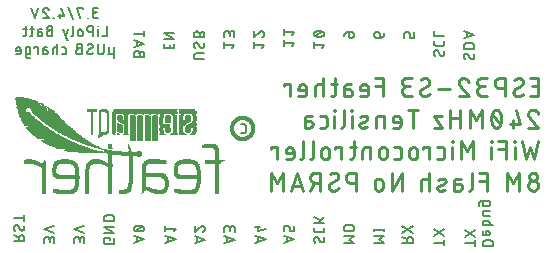
<source format=gbr>
G04 EAGLE Gerber RS-274X export*
G75*
%MOMM*%
%FSLAX34Y34*%
%LPD*%
%INSilkscreen Bottom*%
%IPPOS*%
%AMOC8*
5,1,8,0,0,1.08239X$1,22.5*%
G01*
%ADD10C,0.127000*%
%ADD11C,0.254000*%
%ADD12R,0.182878X0.020319*%
%ADD13R,0.792478X0.020322*%
%ADD14R,0.447041X0.020322*%
%ADD15R,0.792481X0.020322*%
%ADD16R,0.325122X0.020319*%
%ADD17R,1.097278X0.020319*%
%ADD18R,0.629919X0.020319*%
%ADD19R,0.020319X0.020319*%
%ADD20R,0.568963X0.020319*%
%ADD21R,0.325119X0.020319*%
%ADD22R,1.097281X0.020319*%
%ADD23R,0.325122X0.020322*%
%ADD24R,1.300478X0.020322*%
%ADD25R,0.751841X0.020322*%
%ADD26R,0.040641X0.020322*%
%ADD27R,0.670563X0.020322*%
%ADD28R,0.325119X0.020322*%
%ADD29R,1.300481X0.020322*%
%ADD30R,1.442719X0.020319*%
%ADD31R,0.873759X0.020319*%
%ADD32R,0.060959X0.020319*%
%ADD33R,0.731522X0.020319*%
%ADD34R,1.442722X0.020319*%
%ADD35R,1.605278X0.020319*%
%ADD36R,0.975359X0.020319*%
%ADD37R,0.081278X0.020319*%
%ADD38R,0.772163X0.020319*%
%ADD39R,1.584963X0.020319*%
%ADD40R,1.706881X0.020322*%
%ADD41R,1.056641X0.020322*%
%ADD42R,0.101600X0.020322*%
%ADD43R,1.706878X0.020322*%
%ADD44R,1.828800X0.020319*%
%ADD45R,1.158241X0.020319*%
%ADD46R,0.121919X0.020319*%
%ADD47R,0.833122X0.020319*%
%ADD48R,1.889759X0.020322*%
%ADD49R,1.239519X0.020322*%
%ADD50R,0.121919X0.020322*%
%ADD51R,0.853441X0.020322*%
%ADD52R,1.889763X0.020322*%
%ADD53R,1.910078X0.020319*%
%ADD54R,1.300481X0.020319*%
%ADD55R,0.142241X0.020319*%
%ADD56R,0.873762X0.020319*%
%ADD57R,1.910081X0.020319*%
%ADD58R,1.930400X0.020319*%
%ADD59R,1.381759X0.020319*%
%ADD60R,0.162559X0.020319*%
%ADD61R,0.894081X0.020319*%
%ADD62R,1.950719X0.020322*%
%ADD63R,1.463041X0.020322*%
%ADD64R,0.182878X0.020322*%
%ADD65R,0.914400X0.020322*%
%ADD66R,1.950722X0.020322*%
%ADD67R,1.971041X0.020319*%
%ADD68R,1.524000X0.020319*%
%ADD69R,0.203200X0.020319*%
%ADD70R,0.934722X0.020319*%
%ADD71R,1.991359X0.020322*%
%ADD72R,1.584959X0.020322*%
%ADD73R,0.223519X0.020322*%
%ADD74R,0.934719X0.020322*%
%ADD75R,1.991363X0.020322*%
%ADD76R,2.011678X0.020319*%
%ADD77R,1.625600X0.020319*%
%ADD78R,0.243841X0.020319*%
%ADD79R,0.853441X0.020319*%
%ADD80R,2.011681X0.020319*%
%ADD81R,2.032000X0.020319*%
%ADD82R,1.706881X0.020319*%
%ADD83R,0.264159X0.020319*%
%ADD84R,0.751841X0.020319*%
%ADD85R,2.032000X0.020322*%
%ADD86R,0.568959X0.020322*%
%ADD87R,1.036322X0.020322*%
%ADD88R,0.284478X0.020322*%
%ADD89R,0.690881X0.020322*%
%ADD90R,0.548641X0.020319*%
%ADD91R,0.528319X0.020319*%
%ADD92R,0.487678X0.020319*%
%ADD93R,0.914400X0.020319*%
%ADD94R,0.284478X0.020319*%
%ADD95R,0.589281X0.020319*%
%ADD96R,0.528322X0.020319*%
%ADD97R,0.487678X0.020322*%
%ADD98R,1.158241X0.020322*%
%ADD99R,0.528319X0.020322*%
%ADD100R,0.487681X0.020322*%
%ADD101R,0.284481X0.020322*%
%ADD102R,0.467363X0.020319*%
%ADD103R,0.101600X0.020319*%
%ADD104R,0.426722X0.020319*%
%ADD105R,1.056641X0.020319*%
%ADD106R,0.467359X0.020319*%
%ADD107R,0.406400X0.020319*%
%ADD108R,0.447041X0.020319*%
%ADD109R,0.426719X0.020319*%
%ADD110R,0.406400X0.020322*%
%ADD111R,0.386081X0.020322*%
%ADD112R,0.894078X0.020322*%
%ADD113R,0.386081X0.020319*%
%ADD114R,0.365759X0.020319*%
%ADD115R,0.812800X0.020319*%
%ADD116R,0.386078X0.020322*%
%ADD117R,0.365759X0.020322*%
%ADD118R,0.670559X0.020319*%
%ADD119R,0.345438X0.020319*%
%ADD120R,0.609600X0.020319*%
%ADD121R,0.345438X0.020322*%
%ADD122R,0.548641X0.020322*%
%ADD123R,0.365762X0.020322*%
%ADD124R,0.345441X0.020319*%
%ADD125R,0.345441X0.020322*%
%ADD126R,0.426719X0.020322*%
%ADD127R,0.304800X0.020319*%
%ADD128R,0.304800X0.020322*%
%ADD129R,1.727200X0.020322*%
%ADD130R,1.849122X0.020319*%
%ADD131R,1.849119X0.020319*%
%ADD132R,1.971041X0.020322*%
%ADD133R,1.971037X0.020322*%
%ADD134R,2.052322X0.020322*%
%ADD135R,0.467363X0.020322*%
%ADD136R,2.052319X0.020322*%
%ADD137R,2.092959X0.020319*%
%ADD138R,2.113281X0.020319*%
%ADD139R,0.589278X0.020319*%
%ADD140R,2.113278X0.020319*%
%ADD141R,2.133600X0.020322*%
%ADD142R,2.153922X0.020319*%
%ADD143R,1.198881X0.020319*%
%ADD144R,2.153919X0.020319*%
%ADD145R,2.174241X0.020322*%
%ADD146R,1.503678X0.020322*%
%ADD147R,2.174238X0.020322*%
%ADD148R,2.194559X0.020319*%
%ADD149R,2.214881X0.020322*%
%ADD150R,2.072641X0.020322*%
%ADD151R,2.214878X0.020322*%
%ADD152R,2.214881X0.020319*%
%ADD153R,2.052319X0.020319*%
%ADD154R,2.214878X0.020319*%
%ADD155R,2.235200X0.020322*%
%ADD156R,0.508000X0.020319*%
%ADD157R,0.426722X0.020322*%
%ADD158R,1.869441X0.020322*%
%ADD159R,1.808478X0.020319*%
%ADD160R,1.747519X0.020319*%
%ADD161R,1.625600X0.020322*%
%ADD162R,0.487681X0.020319*%
%ADD163R,0.467359X0.020322*%
%ADD164R,0.365762X0.020319*%
%ADD165R,0.629919X0.020322*%
%ADD166R,0.386078X0.020319*%
%ADD167R,0.711200X0.020319*%
%ADD168R,0.670559X0.020322*%
%ADD169R,0.772159X0.020322*%
%ADD170R,0.731519X0.020319*%
%ADD171R,0.447038X0.020322*%
%ADD172R,0.873759X0.020322*%
%ADD173R,0.955041X0.020319*%
%ADD174R,0.568959X0.020319*%
%ADD175R,0.548638X0.020319*%
%ADD176R,1.178559X0.020322*%
%ADD177R,0.650241X0.020322*%
%ADD178R,0.995678X0.020322*%
%ADD179R,0.508000X0.020322*%
%ADD180R,1.219200X0.020319*%
%ADD181R,1.402081X0.020319*%
%ADD182R,1.910078X0.020322*%
%ADD183R,1.910081X0.020322*%
%ADD184R,0.243841X0.020322*%
%ADD185R,1.361441X0.020322*%
%ADD186R,1.280159X0.020319*%
%ADD187R,1.869441X0.020319*%
%ADD188R,1.645922X0.020319*%
%ADD189R,0.223519X0.020319*%
%ADD190R,1.341122X0.020319*%
%ADD191R,1.320800X0.020319*%
%ADD192R,1.584959X0.020319*%
%ADD193R,1.341119X0.020322*%
%ADD194R,1.808478X0.020322*%
%ADD195R,1.524000X0.020322*%
%ADD196R,1.808481X0.020322*%
%ADD197R,0.203200X0.020322*%
%ADD198R,1.259841X0.020322*%
%ADD199R,1.767841X0.020319*%
%ADD200R,1.483359X0.020319*%
%ADD201R,1.767838X0.020319*%
%ADD202R,0.182881X0.020319*%
%ADD203R,1.402081X0.020322*%
%ADD204R,1.849119X0.020322*%
%ADD205R,1.422400X0.020322*%
%ADD206R,0.162559X0.020322*%
%ADD207R,1.178562X0.020322*%
%ADD208R,1.686559X0.020319*%
%ADD209R,1.361441X0.020319*%
%ADD210R,1.686563X0.020319*%
%ADD211R,1.137922X0.020319*%
%ADD212R,1.300478X0.020319*%
%ADD213R,1.605281X0.020319*%
%ADD214R,1.503681X0.020322*%
%ADD215R,1.564641X0.020322*%
%ADD216R,1.788159X0.020322*%
%ADD217R,1.219200X0.020322*%
%ADD218R,1.564638X0.020322*%
%ADD219R,1.544319X0.020319*%
%ADD220R,1.137919X0.020319*%
%ADD221R,1.483363X0.020319*%
%ADD222R,0.081281X0.020319*%
%ADD223R,1.016000X0.020319*%
%ADD224R,1.402078X0.020322*%
%ADD225R,1.666241X0.020322*%
%ADD226R,1.381759X0.020322*%
%ADD227R,0.081281X0.020322*%
%ADD228R,0.955041X0.020322*%
%ADD229R,1.564638X0.020319*%
%ADD230R,1.645919X0.020319*%
%ADD231R,1.178559X0.020319*%
%ADD232R,0.040641X0.020319*%
%ADD233R,0.975359X0.020322*%
%ADD234R,1.239522X0.020322*%
%ADD235R,0.020319X0.020322*%
%ADD236R,0.772163X0.020322*%
%ADD237R,0.670563X0.020319*%
%ADD238R,1.036322X0.020319*%
%ADD239R,0.182881X0.020322*%
%ADD240R,1.117600X0.020319*%
%ADD241R,2.336800X0.020319*%
%ADD242R,2.479038X0.020322*%
%ADD243R,2.824478X0.020319*%
%ADD244R,2.824478X0.020322*%
%ADD245R,2.824481X0.020319*%
%ADD246R,2.946400X0.020319*%
%ADD247R,3.048000X0.020322*%
%ADD248R,0.264159X0.020322*%
%ADD249R,3.149600X0.020319*%
%ADD250R,2.438400X0.020322*%
%ADD251R,0.284481X0.020319*%
%ADD252R,3.962400X0.020319*%
%ADD253R,1.564641X0.020319*%
%ADD254R,1.950719X0.020319*%
%ADD255R,0.264163X0.020322*%
%ADD256R,1.076959X0.020322*%
%ADD257R,0.589281X0.020322*%
%ADD258R,0.264163X0.020319*%
%ADD259R,0.792478X0.020319*%
%ADD260R,1.666241X0.020319*%
%ADD261R,0.833119X0.020319*%
%ADD262R,1.544322X0.020322*%
%ADD263R,1.036319X0.020322*%
%ADD264R,1.239519X0.020319*%
%ADD265R,1.259838X0.020319*%
%ADD266R,1.422400X0.020319*%
%ADD267R,0.223522X0.020322*%
%ADD268R,2.722881X0.020322*%
%ADD269R,0.223522X0.020319*%
%ADD270R,2.702559X0.020319*%
%ADD271R,2.580641X0.020322*%
%ADD272R,2.438400X0.020319*%
%ADD273R,2.275841X0.020319*%
%ADD274R,0.142241X0.020322*%
%ADD275R,2.153922X0.020322*%
%ADD276R,0.142238X0.020322*%
%ADD277R,0.162562X0.020319*%
%ADD278R,0.792481X0.020319*%
%ADD279R,1.544319X0.020322*%
%ADD280R,0.975363X0.020322*%
%ADD281R,1.341122X0.020322*%
%ADD282R,1.280159X0.020322*%
%ADD283R,0.121922X0.020319*%
%ADD284R,1.239522X0.020319*%
%ADD285R,1.361438X0.020319*%
%ADD286R,0.121922X0.020322*%
%ADD287R,2.397759X0.020322*%
%ADD288R,2.255519X0.020319*%
%ADD289R,1.991359X0.020319*%
%ADD290R,2.600959X0.020319*%
%ADD291R,1.198878X0.020322*%
%ADD292R,0.060963X0.020319*%
%ADD293R,1.158238X0.020322*%
%ADD294R,0.060963X0.020322*%
%ADD295R,0.589278X0.020322*%
%ADD296R,2.580641X0.020319*%
%ADD297R,0.650241X0.020319*%
%ADD298R,2.560322X0.020319*%
%ADD299R,2.560322X0.020322*%
%ADD300R,0.020322X0.020319*%
%ADD301R,0.690881X0.020319*%
%ADD302R,2.540000X0.020319*%
%ADD303R,0.020322X0.020322*%
%ADD304R,0.731519X0.020322*%
%ADD305R,2.540000X0.020322*%
%ADD306R,0.751838X0.020319*%
%ADD307R,2.519681X0.020319*%
%ADD308R,2.499359X0.020322*%
%ADD309R,2.479041X0.020319*%
%ADD310R,0.812800X0.020322*%
%ADD311R,2.479041X0.020322*%
%ADD312R,0.853438X0.020319*%
%ADD313R,2.458719X0.020319*%
%ADD314R,0.873762X0.020322*%
%ADD315R,2.458719X0.020322*%
%ADD316R,0.894078X0.020319*%
%ADD317R,0.934719X0.020319*%
%ADD318R,2.397763X0.020319*%
%ADD319R,2.397759X0.020319*%
%ADD320R,1.016000X0.020322*%
%ADD321R,2.377441X0.020322*%
%ADD322R,1.036319X0.020319*%
%ADD323R,2.072641X0.020319*%
%ADD324R,1.930400X0.020322*%
%ADD325R,1.808481X0.020319*%
%ADD326R,1.686559X0.020322*%
%ADD327R,1.137919X0.020322*%
%ADD328R,1.076959X0.020319*%
%ADD329R,1.056638X0.020319*%
%ADD330R,1.198878X0.020319*%
%ADD331R,1.137922X0.020322*%
%ADD332R,2.255522X0.020322*%
%ADD333R,1.158238X0.020319*%
%ADD334R,2.235200X0.020319*%
%ADD335R,1.076963X0.020322*%
%ADD336R,2.194559X0.020322*%
%ADD337R,2.174238X0.020319*%
%ADD338R,0.060959X0.020322*%
%ADD339R,1.280163X0.020319*%
%ADD340R,1.320800X0.020322*%
%ADD341R,2.113278X0.020322*%
%ADD342R,2.092963X0.020319*%
%ADD343R,1.361438X0.020322*%
%ADD344R,1.402078X0.020319*%
%ADD345R,2.072637X0.020319*%
%ADD346R,2.052322X0.020319*%
%ADD347R,1.442719X0.020322*%
%ADD348R,2.011681X0.020322*%
%ADD349R,1.463041X0.020319*%
%ADD350R,1.483359X0.020322*%
%ADD351R,1.463037X0.020319*%
%ADD352R,1.503678X0.020319*%
%ADD353R,1.117600X0.020322*%
%ADD354R,1.889759X0.020319*%
%ADD355R,1.869438X0.020319*%
%ADD356R,1.849122X0.020322*%
%ADD357R,1.280163X0.020322*%
%ADD358R,1.788159X0.020319*%
%ADD359R,1.767841X0.020322*%
%ADD360R,0.142238X0.020319*%
%ADD361R,1.463037X0.020322*%
%ADD362R,0.995681X0.020319*%
%ADD363R,0.081278X0.020322*%
%ADD364R,1.503681X0.020319*%
%ADD365R,1.544322X0.020319*%
%ADD366R,1.645919X0.020322*%
%ADD367R,1.605281X0.020322*%
%ADD368R,1.727200X0.020319*%
%ADD369R,0.162562X0.020322*%
%ADD370R,1.584963X0.020322*%
%ADD371R,1.605278X0.020322*%
%ADD372R,1.381763X0.020319*%
%ADD373R,1.666238X0.020319*%
%ADD374R,1.341119X0.020319*%
%ADD375R,1.828800X0.020322*%
%ADD376R,1.198881X0.020322*%
%ADD377R,1.056638X0.020322*%
%ADD378R,0.772159X0.020319*%
%ADD379R,1.097281X0.020322*%
%ADD380R,1.076963X0.020319*%
%ADD381R,1.259841X0.020319*%
%ADD382R,0.609600X0.020322*%
%ADD383R,0.731522X0.020322*%
%ADD384R,0.711200X0.020322*%
%ADD385R,0.690878X0.020319*%
%ADD386R,0.690878X0.020322*%
%ADD387R,0.243838X0.020319*%
%ADD388R,0.934722X0.020322*%
%ADD389R,2.133600X0.020319*%
%ADD390R,2.113281X0.020322*%
%ADD391R,2.072637X0.020322*%
%ADD392R,2.011678X0.020322*%
%ADD393R,1.950722X0.020319*%
%ADD394R,1.706878X0.020319*%
%ADD395R,1.483363X0.020322*%
%ADD396R,0.528322X0.020322*%
%ADD397R,0.462278X0.022863*%
%ADD398R,0.462281X0.022863*%
%ADD399R,0.436881X0.022863*%
%ADD400R,0.462278X0.023113*%
%ADD401R,0.462281X0.023113*%
%ADD402R,0.436881X0.023113*%
%ADD403R,0.462278X0.023116*%
%ADD404R,0.462281X0.023116*%
%ADD405R,0.436881X0.023116*%
%ADD406R,0.022863X0.023113*%
%ADD407R,0.091441X0.023116*%
%ADD408R,0.139700X0.023113*%
%ADD409R,0.185419X0.023116*%
%ADD410R,0.254000X0.023113*%
%ADD411R,0.299719X0.023113*%
%ADD412R,0.345438X0.023116*%
%ADD413R,0.391159X0.023113*%
%ADD414R,0.393700X0.023116*%
%ADD415R,0.325119X0.022863*%
%ADD416R,0.599438X0.022863*%
%ADD417R,0.622300X0.022863*%
%ADD418R,0.530859X0.022863*%
%ADD419R,0.439422X0.022863*%
%ADD420R,0.231138X0.022863*%
%ADD421R,0.071119X0.022863*%
%ADD422R,0.533400X0.022863*%
%ADD423R,0.208281X0.022863*%
%ADD424R,0.345441X0.023113*%
%ADD425R,0.576578X0.023113*%
%ADD426R,0.599438X0.023113*%
%ADD427R,0.508000X0.023113*%
%ADD428R,0.416563X0.023113*%
%ADD429R,0.208278X0.023113*%
%ADD430R,0.553722X0.023113*%
%ADD431R,0.208281X0.023113*%
%ADD432R,0.345441X0.023116*%
%ADD433R,0.530859X0.023116*%
%ADD434R,0.370841X0.023116*%
%ADD435R,0.162559X0.023116*%
%ADD436R,0.576581X0.023116*%
%ADD437R,0.208281X0.023116*%
%ADD438R,0.322578X0.023113*%
%ADD439R,0.485137X0.023113*%
%ADD440R,0.416559X0.023113*%
%ADD441R,0.347981X0.023113*%
%ADD442R,0.116838X0.023113*%
%ADD443R,0.647700X0.023113*%
%ADD444R,0.322581X0.023116*%
%ADD445R,0.485137X0.023116*%
%ADD446R,0.093978X0.023116*%
%ADD447R,0.231141X0.023116*%
%ADD448R,0.693419X0.023116*%
%ADD449R,0.322581X0.023113*%
%ADD450R,0.439419X0.023113*%
%ADD451R,0.370841X0.023113*%
%ADD452R,0.299722X0.023113*%
%ADD453R,0.045719X0.023113*%
%ADD454R,0.739138X0.023113*%
%ADD455R,0.414019X0.023113*%
%ADD456R,0.347978X0.023113*%
%ADD457R,0.762000X0.023113*%
%ADD458R,0.414019X0.023116*%
%ADD459R,0.182881X0.023116*%
%ADD460R,0.347978X0.023116*%
%ADD461R,0.276863X0.023116*%
%ADD462R,0.116841X0.023116*%
%ADD463R,0.276859X0.023116*%
%ADD464R,0.784863X0.023116*%
%ADD465R,0.325119X0.023113*%
%ADD466R,0.276863X0.023113*%
%ADD467R,0.276859X0.023113*%
%ADD468R,0.325119X0.023116*%
%ADD469R,0.391159X0.023116*%
%ADD470R,0.302259X0.023116*%
%ADD471R,0.254000X0.023116*%
%ADD472R,0.302259X0.023113*%
%ADD473R,0.393700X0.023113*%
%ADD474R,0.231141X0.023113*%
%ADD475R,0.302259X0.022863*%
%ADD476R,0.439419X0.022863*%
%ADD477R,0.368300X0.022863*%
%ADD478R,0.391159X0.022863*%
%ADD479R,0.416559X0.022863*%
%ADD480R,0.276863X0.022863*%
%ADD481R,0.205741X0.022863*%
%ADD482R,0.368300X0.023113*%
%ADD483R,0.205741X0.023113*%
%ADD484R,0.368300X0.023116*%
%ADD485R,0.205741X0.023116*%
%ADD486R,0.182881X0.023113*%
%ADD487R,0.276859X0.022863*%
%ADD488R,0.182881X0.022863*%
%ADD489R,0.924559X0.023113*%
%ADD490R,0.924559X0.023116*%
%ADD491R,0.901700X0.023113*%
%ADD492R,0.901700X0.023116*%
%ADD493R,0.878841X0.023113*%
%ADD494R,0.855981X0.023116*%
%ADD495R,0.833119X0.023113*%
%ADD496R,0.787400X0.022863*%
%ADD497R,0.414019X0.022863*%
%ADD498R,0.924559X0.022863*%
%ADD499R,0.739141X0.023113*%
%ADD500R,0.716281X0.023116*%
%ADD501R,0.299722X0.023116*%
%ADD502R,0.670559X0.023113*%
%ADD503R,0.647700X0.023116*%
%ADD504R,0.508000X0.023116*%
%ADD505R,0.299719X0.023116*%
%ADD506R,0.601981X0.023113*%
%ADD507R,0.530859X0.023113*%
%ADD508R,0.231138X0.023113*%
%ADD509R,0.556259X0.023113*%
%ADD510R,0.185419X0.023113*%
%ADD511R,0.533400X0.023116*%
%ADD512R,0.599438X0.023116*%
%ADD513R,0.416563X0.023116*%
%ADD514R,0.116838X0.023116*%
%ADD515R,0.485141X0.023113*%
%ADD516R,0.645159X0.023113*%
%ADD517R,0.716278X0.023113*%
%ADD518R,0.393700X0.022863*%
%ADD519R,0.762000X0.022863*%
%ADD520R,0.624841X0.022863*%
%ADD521R,0.784859X0.023113*%
%ADD522R,0.693422X0.023113*%
%ADD523R,0.830578X0.023116*%
%ADD524R,0.739141X0.023116*%
%ADD525R,0.876300X0.023113*%
%ADD526R,0.807722X0.023113*%
%ADD527R,0.899159X0.023116*%
%ADD528R,0.878841X0.023116*%
%ADD529R,0.922019X0.023113*%
%ADD530R,0.947419X0.023113*%
%ADD531R,0.970278X0.023116*%
%ADD532R,0.970278X0.023113*%
%ADD533R,0.439419X0.023116*%
%ADD534R,0.299722X0.022863*%
%ADD535R,0.416559X0.023116*%
%ADD536R,0.347981X0.023116*%
%ADD537R,0.137159X0.023113*%
%ADD538R,0.093978X0.023113*%
%ADD539R,0.091441X0.023113*%
%ADD540R,0.093981X0.023113*%
%ADD541R,0.114300X0.023113*%
%ADD542R,0.045719X0.023116*%
%ADD543R,0.045722X0.023116*%
%ADD544R,0.071119X0.023113*%
%ADD545R,0.116841X0.023113*%
%ADD546R,0.139700X0.023116*%
%ADD547R,0.322581X0.022863*%
%ADD548R,0.345441X0.022863*%
%ADD549R,0.162559X0.022863*%
%ADD550R,0.576581X0.022863*%
%ADD551R,0.668019X0.023113*%
%ADD552R,0.533400X0.023113*%
%ADD553R,1.455419X0.023116*%
%ADD554R,5.519419X0.023116*%
%ADD555R,1.455419X0.023113*%
%ADD556R,5.519419X0.023113*%
%ADD557R,5.494019X0.023116*%
%ADD558R,1.430019X0.023113*%
%ADD559R,5.494019X0.023113*%
%ADD560R,1.430019X0.023116*%
%ADD561R,5.471159X0.023116*%
%ADD562R,0.762000X0.023116*%
%ADD563R,1.407159X0.023113*%
%ADD564R,5.471159X0.023113*%
%ADD565R,1.384300X0.022863*%
%ADD566R,5.448300X0.022863*%
%ADD567R,0.716278X0.022863*%
%ADD568R,0.878841X0.022863*%
%ADD569R,1.361438X0.023113*%
%ADD570R,5.425438X0.023113*%
%ADD571R,1.338578X0.023116*%
%ADD572R,5.402578X0.023116*%
%ADD573R,0.624841X0.023116*%
%ADD574R,1.292859X0.023113*%
%ADD575R,5.356859X0.023113*%
%ADD576R,1.224278X0.023116*%
%ADD577R,5.288278X0.023116*%
%ADD578C,0.304800*%
%ADD579C,0.203200*%


D10*
X130555Y215900D02*
X128085Y215900D01*
X127987Y215902D01*
X127889Y215908D01*
X127791Y215918D01*
X127694Y215931D01*
X127597Y215949D01*
X127501Y215970D01*
X127407Y215995D01*
X127313Y216024D01*
X127220Y216056D01*
X127129Y216093D01*
X127039Y216132D01*
X126951Y216176D01*
X126865Y216223D01*
X126780Y216273D01*
X126698Y216326D01*
X126618Y216383D01*
X126540Y216443D01*
X126465Y216506D01*
X126392Y216572D01*
X126322Y216641D01*
X126255Y216712D01*
X126190Y216786D01*
X126129Y216863D01*
X126070Y216942D01*
X126015Y217023D01*
X125963Y217106D01*
X125915Y217192D01*
X125870Y217279D01*
X125828Y217368D01*
X125790Y217458D01*
X125756Y217550D01*
X125725Y217643D01*
X125698Y217738D01*
X125675Y217833D01*
X125655Y217930D01*
X125640Y218026D01*
X125628Y218124D01*
X125620Y218222D01*
X125616Y218320D01*
X125616Y218418D01*
X125620Y218516D01*
X125628Y218614D01*
X125640Y218712D01*
X125655Y218808D01*
X125675Y218905D01*
X125698Y219000D01*
X125725Y219095D01*
X125756Y219188D01*
X125790Y219280D01*
X125828Y219370D01*
X125870Y219459D01*
X125915Y219546D01*
X125963Y219632D01*
X126015Y219715D01*
X126070Y219796D01*
X126129Y219875D01*
X126190Y219952D01*
X126255Y220026D01*
X126322Y220097D01*
X126392Y220166D01*
X126465Y220232D01*
X126540Y220295D01*
X126618Y220355D01*
X126698Y220412D01*
X126780Y220465D01*
X126865Y220515D01*
X126951Y220562D01*
X127039Y220606D01*
X127129Y220645D01*
X127220Y220682D01*
X127313Y220714D01*
X127407Y220743D01*
X127501Y220768D01*
X127597Y220789D01*
X127694Y220807D01*
X127791Y220820D01*
X127889Y220830D01*
X127987Y220836D01*
X128085Y220838D01*
X127591Y224790D02*
X130555Y224790D01*
X127591Y224790D02*
X127504Y224788D01*
X127416Y224782D01*
X127329Y224773D01*
X127243Y224759D01*
X127157Y224742D01*
X127073Y224721D01*
X126989Y224696D01*
X126906Y224667D01*
X126825Y224635D01*
X126745Y224600D01*
X126667Y224561D01*
X126590Y224518D01*
X126516Y224472D01*
X126444Y224423D01*
X126374Y224371D01*
X126306Y224315D01*
X126241Y224257D01*
X126178Y224196D01*
X126119Y224132D01*
X126062Y224065D01*
X126008Y223997D01*
X125957Y223925D01*
X125910Y223852D01*
X125865Y223777D01*
X125824Y223699D01*
X125787Y223620D01*
X125753Y223540D01*
X125723Y223458D01*
X125696Y223375D01*
X125673Y223290D01*
X125654Y223205D01*
X125639Y223119D01*
X125627Y223032D01*
X125619Y222945D01*
X125615Y222858D01*
X125615Y222770D01*
X125619Y222683D01*
X125627Y222596D01*
X125639Y222509D01*
X125654Y222423D01*
X125673Y222338D01*
X125696Y222253D01*
X125723Y222170D01*
X125753Y222088D01*
X125787Y222008D01*
X125824Y221929D01*
X125865Y221851D01*
X125910Y221776D01*
X125957Y221703D01*
X126008Y221631D01*
X126062Y221563D01*
X126119Y221496D01*
X126178Y221432D01*
X126241Y221371D01*
X126306Y221313D01*
X126374Y221257D01*
X126444Y221205D01*
X126516Y221156D01*
X126590Y221110D01*
X126667Y221067D01*
X126745Y221028D01*
X126825Y220993D01*
X126906Y220961D01*
X126989Y220932D01*
X127073Y220907D01*
X127157Y220886D01*
X127243Y220869D01*
X127329Y220855D01*
X127416Y220846D01*
X127504Y220840D01*
X127591Y220838D01*
X127591Y220839D02*
X129567Y220839D01*
X121931Y216394D02*
X121931Y215900D01*
X121931Y216394D02*
X121437Y216394D01*
X121437Y215900D01*
X121931Y215900D01*
X117753Y223802D02*
X117753Y224790D01*
X112814Y224790D01*
X115284Y215900D01*
X109029Y214912D02*
X105078Y225778D01*
X99318Y224790D02*
X101294Y217876D01*
X96355Y217876D01*
X97837Y219851D02*
X97837Y215900D01*
X92671Y215900D02*
X92671Y216394D01*
X92177Y216394D01*
X92177Y215900D01*
X92671Y215900D01*
X85776Y224791D02*
X85684Y224789D01*
X85592Y224783D01*
X85501Y224774D01*
X85410Y224761D01*
X85320Y224744D01*
X85230Y224723D01*
X85142Y224699D01*
X85054Y224671D01*
X84968Y224639D01*
X84883Y224604D01*
X84800Y224565D01*
X84718Y224523D01*
X84638Y224478D01*
X84560Y224429D01*
X84484Y224377D01*
X84411Y224322D01*
X84339Y224264D01*
X84270Y224204D01*
X84204Y224140D01*
X84140Y224074D01*
X84080Y224005D01*
X84022Y223933D01*
X83967Y223860D01*
X83915Y223784D01*
X83866Y223706D01*
X83821Y223626D01*
X83779Y223544D01*
X83740Y223461D01*
X83705Y223376D01*
X83673Y223290D01*
X83645Y223202D01*
X83621Y223114D01*
X83600Y223024D01*
X83583Y222934D01*
X83570Y222843D01*
X83561Y222752D01*
X83555Y222660D01*
X83553Y222568D01*
X85776Y224790D02*
X85882Y224788D01*
X85987Y224782D01*
X86092Y224772D01*
X86197Y224759D01*
X86301Y224741D01*
X86404Y224720D01*
X86507Y224695D01*
X86609Y224666D01*
X86709Y224633D01*
X86808Y224597D01*
X86906Y224557D01*
X87002Y224513D01*
X87097Y224466D01*
X87189Y224416D01*
X87280Y224362D01*
X87369Y224304D01*
X87455Y224244D01*
X87539Y224180D01*
X87621Y224114D01*
X87701Y224044D01*
X87777Y223971D01*
X87851Y223896D01*
X87922Y223818D01*
X87990Y223737D01*
X88056Y223654D01*
X88118Y223568D01*
X88176Y223481D01*
X88232Y223391D01*
X88284Y223299D01*
X88333Y223205D01*
X88378Y223110D01*
X88420Y223013D01*
X88458Y222914D01*
X88492Y222815D01*
X84294Y220839D02*
X84225Y220908D01*
X84159Y220978D01*
X84096Y221052D01*
X84037Y221128D01*
X83980Y221206D01*
X83926Y221286D01*
X83876Y221369D01*
X83829Y221453D01*
X83786Y221540D01*
X83746Y221628D01*
X83710Y221717D01*
X83677Y221808D01*
X83648Y221900D01*
X83623Y221994D01*
X83602Y222088D01*
X83584Y222183D01*
X83571Y222279D01*
X83561Y222375D01*
X83555Y222471D01*
X83553Y222568D01*
X84294Y220839D02*
X88492Y215900D01*
X83553Y215900D01*
X76879Y215900D02*
X79842Y224790D01*
X73915Y224790D02*
X76879Y215900D01*
X137527Y209550D02*
X137527Y200660D01*
X133576Y200660D01*
X130204Y200660D02*
X130204Y206587D01*
X130451Y209056D02*
X130451Y209550D01*
X129957Y209550D01*
X129957Y209056D01*
X130451Y209056D01*
X125794Y209550D02*
X125794Y200660D01*
X125794Y209550D02*
X123325Y209550D01*
X123227Y209548D01*
X123129Y209542D01*
X123031Y209532D01*
X122934Y209519D01*
X122837Y209501D01*
X122741Y209480D01*
X122647Y209455D01*
X122553Y209426D01*
X122460Y209394D01*
X122369Y209357D01*
X122279Y209318D01*
X122191Y209274D01*
X122105Y209227D01*
X122020Y209177D01*
X121938Y209124D01*
X121858Y209067D01*
X121780Y209007D01*
X121705Y208944D01*
X121632Y208878D01*
X121562Y208809D01*
X121495Y208738D01*
X121430Y208664D01*
X121369Y208587D01*
X121310Y208508D01*
X121255Y208427D01*
X121203Y208344D01*
X121155Y208258D01*
X121110Y208171D01*
X121068Y208082D01*
X121030Y207992D01*
X120996Y207900D01*
X120965Y207807D01*
X120938Y207712D01*
X120915Y207617D01*
X120895Y207520D01*
X120880Y207424D01*
X120868Y207326D01*
X120860Y207228D01*
X120856Y207130D01*
X120856Y207032D01*
X120860Y206934D01*
X120868Y206836D01*
X120880Y206738D01*
X120895Y206642D01*
X120915Y206545D01*
X120938Y206450D01*
X120965Y206355D01*
X120996Y206262D01*
X121030Y206170D01*
X121068Y206080D01*
X121110Y205991D01*
X121155Y205904D01*
X121203Y205818D01*
X121255Y205735D01*
X121310Y205654D01*
X121369Y205575D01*
X121430Y205498D01*
X121495Y205424D01*
X121562Y205353D01*
X121632Y205284D01*
X121705Y205218D01*
X121780Y205155D01*
X121858Y205095D01*
X121938Y205038D01*
X122020Y204985D01*
X122105Y204935D01*
X122191Y204888D01*
X122279Y204844D01*
X122369Y204805D01*
X122460Y204768D01*
X122553Y204736D01*
X122647Y204707D01*
X122741Y204682D01*
X122837Y204661D01*
X122934Y204643D01*
X123031Y204630D01*
X123129Y204620D01*
X123227Y204614D01*
X123325Y204612D01*
X123325Y204611D02*
X125794Y204611D01*
X117244Y204611D02*
X117244Y202636D01*
X117245Y204611D02*
X117243Y204698D01*
X117237Y204786D01*
X117228Y204873D01*
X117214Y204959D01*
X117197Y205045D01*
X117176Y205129D01*
X117151Y205213D01*
X117122Y205296D01*
X117090Y205377D01*
X117055Y205457D01*
X117016Y205535D01*
X116973Y205612D01*
X116927Y205686D01*
X116878Y205758D01*
X116826Y205828D01*
X116770Y205896D01*
X116712Y205961D01*
X116651Y206024D01*
X116587Y206083D01*
X116520Y206140D01*
X116452Y206194D01*
X116380Y206245D01*
X116307Y206292D01*
X116232Y206337D01*
X116154Y206378D01*
X116075Y206415D01*
X115995Y206449D01*
X115913Y206479D01*
X115830Y206506D01*
X115745Y206529D01*
X115660Y206548D01*
X115574Y206563D01*
X115487Y206575D01*
X115400Y206583D01*
X115313Y206587D01*
X115225Y206587D01*
X115138Y206583D01*
X115051Y206575D01*
X114964Y206563D01*
X114878Y206548D01*
X114793Y206529D01*
X114708Y206506D01*
X114625Y206479D01*
X114543Y206449D01*
X114463Y206415D01*
X114384Y206378D01*
X114306Y206337D01*
X114231Y206292D01*
X114158Y206245D01*
X114086Y206194D01*
X114018Y206140D01*
X113951Y206083D01*
X113887Y206024D01*
X113826Y205961D01*
X113768Y205896D01*
X113712Y205828D01*
X113660Y205758D01*
X113611Y205686D01*
X113565Y205612D01*
X113522Y205535D01*
X113483Y205457D01*
X113448Y205377D01*
X113416Y205296D01*
X113387Y205213D01*
X113362Y205129D01*
X113341Y205045D01*
X113324Y204959D01*
X113310Y204873D01*
X113301Y204786D01*
X113295Y204698D01*
X113293Y204611D01*
X113293Y202636D01*
X113295Y202549D01*
X113301Y202461D01*
X113310Y202374D01*
X113324Y202288D01*
X113341Y202202D01*
X113362Y202118D01*
X113387Y202034D01*
X113416Y201951D01*
X113448Y201870D01*
X113483Y201790D01*
X113522Y201712D01*
X113565Y201635D01*
X113611Y201561D01*
X113660Y201489D01*
X113712Y201419D01*
X113768Y201351D01*
X113826Y201286D01*
X113887Y201223D01*
X113951Y201164D01*
X114018Y201107D01*
X114086Y201053D01*
X114158Y201002D01*
X114231Y200955D01*
X114306Y200910D01*
X114384Y200869D01*
X114463Y200832D01*
X114543Y200798D01*
X114625Y200768D01*
X114708Y200741D01*
X114793Y200718D01*
X114878Y200699D01*
X114964Y200684D01*
X115051Y200672D01*
X115138Y200664D01*
X115225Y200660D01*
X115313Y200660D01*
X115400Y200664D01*
X115487Y200672D01*
X115574Y200684D01*
X115660Y200699D01*
X115745Y200718D01*
X115830Y200741D01*
X115913Y200768D01*
X115995Y200798D01*
X116075Y200832D01*
X116154Y200869D01*
X116232Y200910D01*
X116307Y200955D01*
X116380Y201002D01*
X116452Y201053D01*
X116520Y201107D01*
X116587Y201164D01*
X116651Y201223D01*
X116712Y201286D01*
X116770Y201351D01*
X116826Y201419D01*
X116878Y201489D01*
X116927Y201561D01*
X116973Y201635D01*
X117016Y201712D01*
X117055Y201790D01*
X117090Y201870D01*
X117122Y201951D01*
X117151Y202034D01*
X117176Y202118D01*
X117197Y202202D01*
X117214Y202288D01*
X117228Y202374D01*
X117237Y202461D01*
X117243Y202549D01*
X117245Y202636D01*
X109252Y202142D02*
X109252Y209550D01*
X109252Y202142D02*
X109250Y202067D01*
X109244Y201992D01*
X109235Y201918D01*
X109222Y201844D01*
X109205Y201771D01*
X109184Y201698D01*
X109160Y201627D01*
X109132Y201558D01*
X109101Y201489D01*
X109066Y201423D01*
X109028Y201358D01*
X108986Y201295D01*
X108942Y201235D01*
X108894Y201177D01*
X108844Y201121D01*
X108791Y201068D01*
X108735Y201018D01*
X108677Y200970D01*
X108617Y200926D01*
X108554Y200884D01*
X108489Y200846D01*
X108423Y200811D01*
X108354Y200780D01*
X108285Y200752D01*
X108214Y200728D01*
X108141Y200707D01*
X108068Y200690D01*
X107994Y200677D01*
X107920Y200668D01*
X107845Y200662D01*
X107770Y200660D01*
X104748Y197697D02*
X103760Y197697D01*
X100797Y206587D01*
X104748Y206587D02*
X102772Y200660D01*
X91657Y205599D02*
X89187Y205599D01*
X89187Y205598D02*
X89089Y205596D01*
X88991Y205590D01*
X88893Y205580D01*
X88796Y205567D01*
X88699Y205549D01*
X88603Y205528D01*
X88509Y205503D01*
X88415Y205474D01*
X88322Y205442D01*
X88231Y205405D01*
X88141Y205366D01*
X88053Y205322D01*
X87967Y205275D01*
X87882Y205225D01*
X87800Y205172D01*
X87720Y205115D01*
X87642Y205055D01*
X87567Y204992D01*
X87494Y204926D01*
X87424Y204857D01*
X87357Y204786D01*
X87292Y204712D01*
X87231Y204635D01*
X87172Y204556D01*
X87117Y204475D01*
X87065Y204392D01*
X87017Y204306D01*
X86972Y204219D01*
X86930Y204130D01*
X86892Y204040D01*
X86858Y203948D01*
X86827Y203855D01*
X86800Y203760D01*
X86777Y203665D01*
X86757Y203568D01*
X86742Y203472D01*
X86730Y203374D01*
X86722Y203276D01*
X86718Y203178D01*
X86718Y203080D01*
X86722Y202982D01*
X86730Y202884D01*
X86742Y202786D01*
X86757Y202690D01*
X86777Y202593D01*
X86800Y202498D01*
X86827Y202403D01*
X86858Y202310D01*
X86892Y202218D01*
X86930Y202128D01*
X86972Y202039D01*
X87017Y201952D01*
X87065Y201866D01*
X87117Y201783D01*
X87172Y201702D01*
X87231Y201623D01*
X87292Y201546D01*
X87357Y201472D01*
X87424Y201401D01*
X87494Y201332D01*
X87567Y201266D01*
X87642Y201203D01*
X87720Y201143D01*
X87800Y201086D01*
X87882Y201033D01*
X87967Y200983D01*
X88053Y200936D01*
X88141Y200892D01*
X88231Y200853D01*
X88322Y200816D01*
X88415Y200784D01*
X88509Y200755D01*
X88603Y200730D01*
X88699Y200709D01*
X88796Y200691D01*
X88893Y200678D01*
X88991Y200668D01*
X89089Y200662D01*
X89187Y200660D01*
X91657Y200660D01*
X91657Y209550D01*
X89187Y209550D01*
X89100Y209548D01*
X89012Y209542D01*
X88925Y209533D01*
X88839Y209519D01*
X88753Y209502D01*
X88669Y209481D01*
X88585Y209456D01*
X88502Y209427D01*
X88421Y209395D01*
X88341Y209360D01*
X88263Y209321D01*
X88186Y209278D01*
X88112Y209232D01*
X88040Y209183D01*
X87970Y209131D01*
X87902Y209075D01*
X87837Y209017D01*
X87774Y208956D01*
X87715Y208892D01*
X87658Y208825D01*
X87604Y208757D01*
X87553Y208685D01*
X87506Y208612D01*
X87461Y208537D01*
X87420Y208459D01*
X87383Y208380D01*
X87349Y208300D01*
X87319Y208218D01*
X87292Y208135D01*
X87269Y208050D01*
X87250Y207965D01*
X87235Y207879D01*
X87223Y207792D01*
X87215Y207705D01*
X87211Y207618D01*
X87211Y207530D01*
X87215Y207443D01*
X87223Y207356D01*
X87235Y207269D01*
X87250Y207183D01*
X87269Y207098D01*
X87292Y207013D01*
X87319Y206930D01*
X87349Y206848D01*
X87383Y206768D01*
X87420Y206689D01*
X87461Y206611D01*
X87506Y206536D01*
X87553Y206463D01*
X87604Y206391D01*
X87658Y206323D01*
X87715Y206256D01*
X87774Y206192D01*
X87837Y206131D01*
X87902Y206073D01*
X87970Y206017D01*
X88040Y205965D01*
X88112Y205916D01*
X88186Y205870D01*
X88263Y205827D01*
X88341Y205788D01*
X88421Y205753D01*
X88502Y205721D01*
X88585Y205692D01*
X88669Y205667D01*
X88753Y205646D01*
X88839Y205629D01*
X88925Y205615D01*
X89012Y205606D01*
X89100Y205600D01*
X89187Y205598D01*
X81439Y204117D02*
X79216Y204117D01*
X81439Y204118D02*
X81521Y204116D01*
X81603Y204110D01*
X81685Y204100D01*
X81766Y204087D01*
X81847Y204069D01*
X81926Y204048D01*
X82005Y204023D01*
X82082Y203994D01*
X82157Y203962D01*
X82231Y203926D01*
X82303Y203886D01*
X82374Y203844D01*
X82442Y203797D01*
X82508Y203748D01*
X82571Y203696D01*
X82632Y203640D01*
X82690Y203582D01*
X82746Y203521D01*
X82798Y203458D01*
X82847Y203392D01*
X82894Y203324D01*
X82936Y203254D01*
X82976Y203181D01*
X83012Y203107D01*
X83044Y203032D01*
X83073Y202955D01*
X83098Y202876D01*
X83119Y202797D01*
X83137Y202716D01*
X83150Y202635D01*
X83160Y202553D01*
X83166Y202471D01*
X83168Y202389D01*
X83166Y202307D01*
X83160Y202225D01*
X83150Y202143D01*
X83137Y202062D01*
X83119Y201981D01*
X83098Y201902D01*
X83073Y201823D01*
X83044Y201746D01*
X83012Y201671D01*
X82976Y201597D01*
X82936Y201525D01*
X82894Y201454D01*
X82847Y201386D01*
X82798Y201320D01*
X82746Y201257D01*
X82690Y201196D01*
X82632Y201138D01*
X82571Y201082D01*
X82508Y201030D01*
X82442Y200981D01*
X82374Y200934D01*
X82304Y200892D01*
X82231Y200852D01*
X82157Y200816D01*
X82082Y200784D01*
X82005Y200755D01*
X81926Y200730D01*
X81847Y200709D01*
X81766Y200691D01*
X81685Y200678D01*
X81603Y200668D01*
X81521Y200662D01*
X81439Y200660D01*
X79216Y200660D01*
X79216Y205105D01*
X79218Y205180D01*
X79224Y205255D01*
X79233Y205329D01*
X79246Y205403D01*
X79263Y205476D01*
X79284Y205549D01*
X79308Y205620D01*
X79336Y205689D01*
X79367Y205758D01*
X79402Y205824D01*
X79440Y205889D01*
X79482Y205952D01*
X79526Y206012D01*
X79574Y206070D01*
X79624Y206126D01*
X79677Y206179D01*
X79733Y206229D01*
X79791Y206277D01*
X79851Y206321D01*
X79914Y206363D01*
X79979Y206401D01*
X80045Y206436D01*
X80114Y206467D01*
X80183Y206495D01*
X80254Y206519D01*
X80327Y206540D01*
X80400Y206557D01*
X80474Y206570D01*
X80548Y206579D01*
X80623Y206585D01*
X80698Y206587D01*
X82673Y206587D01*
X75697Y206587D02*
X72734Y206587D01*
X74710Y209550D02*
X74710Y202142D01*
X74708Y202067D01*
X74702Y201992D01*
X74693Y201918D01*
X74680Y201844D01*
X74663Y201771D01*
X74642Y201698D01*
X74618Y201627D01*
X74590Y201558D01*
X74559Y201489D01*
X74524Y201423D01*
X74486Y201358D01*
X74444Y201295D01*
X74400Y201235D01*
X74352Y201177D01*
X74302Y201121D01*
X74249Y201068D01*
X74193Y201018D01*
X74135Y200970D01*
X74075Y200926D01*
X74012Y200884D01*
X73947Y200846D01*
X73881Y200811D01*
X73812Y200780D01*
X73743Y200752D01*
X73672Y200728D01*
X73599Y200707D01*
X73526Y200690D01*
X73452Y200677D01*
X73378Y200668D01*
X73303Y200662D01*
X73228Y200660D01*
X72734Y200660D01*
X69906Y206587D02*
X66943Y206587D01*
X68919Y209550D02*
X68919Y202142D01*
X68917Y202067D01*
X68911Y201992D01*
X68902Y201918D01*
X68889Y201844D01*
X68872Y201771D01*
X68851Y201698D01*
X68827Y201627D01*
X68799Y201558D01*
X68768Y201489D01*
X68733Y201423D01*
X68695Y201358D01*
X68653Y201295D01*
X68609Y201235D01*
X68561Y201177D01*
X68511Y201121D01*
X68458Y201068D01*
X68402Y201018D01*
X68344Y200970D01*
X68284Y200926D01*
X68221Y200884D01*
X68156Y200846D01*
X68090Y200811D01*
X68021Y200780D01*
X67952Y200752D01*
X67881Y200728D01*
X67808Y200707D01*
X67735Y200690D01*
X67661Y200677D01*
X67587Y200668D01*
X67512Y200662D01*
X67437Y200660D01*
X66943Y200660D01*
X143623Y191347D02*
X143623Y182457D01*
X139672Y187396D02*
X139672Y191347D01*
X139672Y187396D02*
X139674Y187309D01*
X139680Y187221D01*
X139689Y187134D01*
X139703Y187048D01*
X139720Y186962D01*
X139741Y186878D01*
X139766Y186794D01*
X139795Y186711D01*
X139827Y186630D01*
X139862Y186550D01*
X139901Y186472D01*
X139944Y186395D01*
X139990Y186321D01*
X140039Y186249D01*
X140091Y186179D01*
X140147Y186111D01*
X140205Y186046D01*
X140266Y185983D01*
X140330Y185924D01*
X140397Y185867D01*
X140465Y185813D01*
X140537Y185762D01*
X140610Y185715D01*
X140685Y185670D01*
X140763Y185629D01*
X140842Y185592D01*
X140922Y185558D01*
X141004Y185528D01*
X141087Y185501D01*
X141172Y185478D01*
X141257Y185459D01*
X141343Y185444D01*
X141430Y185432D01*
X141517Y185424D01*
X141604Y185420D01*
X141692Y185420D01*
X141779Y185424D01*
X141866Y185432D01*
X141953Y185444D01*
X142039Y185459D01*
X142124Y185478D01*
X142209Y185501D01*
X142292Y185528D01*
X142374Y185558D01*
X142454Y185592D01*
X142533Y185629D01*
X142611Y185670D01*
X142686Y185715D01*
X142759Y185762D01*
X142831Y185813D01*
X142899Y185867D01*
X142966Y185924D01*
X143030Y185983D01*
X143091Y186046D01*
X143149Y186111D01*
X143205Y186179D01*
X143257Y186249D01*
X143306Y186321D01*
X143352Y186395D01*
X143395Y186472D01*
X143434Y186550D01*
X143469Y186630D01*
X143501Y186711D01*
X143530Y186794D01*
X143555Y186878D01*
X143576Y186962D01*
X143593Y187048D01*
X143607Y187134D01*
X143616Y187221D01*
X143622Y187309D01*
X143624Y187396D01*
X139672Y187396D02*
X139672Y186408D01*
X139670Y186346D01*
X139664Y186284D01*
X139654Y186223D01*
X139641Y186162D01*
X139624Y186103D01*
X139603Y186044D01*
X139578Y185987D01*
X139550Y185932D01*
X139518Y185879D01*
X139483Y185827D01*
X139445Y185778D01*
X139404Y185732D01*
X139360Y185688D01*
X139314Y185647D01*
X139265Y185609D01*
X139213Y185574D01*
X139160Y185542D01*
X139105Y185514D01*
X139048Y185489D01*
X138989Y185468D01*
X138930Y185451D01*
X138869Y185438D01*
X138808Y185428D01*
X138746Y185422D01*
X138684Y185420D01*
X135091Y187889D02*
X135091Y194310D01*
X135090Y187889D02*
X135088Y187791D01*
X135082Y187693D01*
X135072Y187595D01*
X135059Y187498D01*
X135041Y187401D01*
X135020Y187305D01*
X134995Y187211D01*
X134966Y187117D01*
X134934Y187024D01*
X134897Y186933D01*
X134858Y186843D01*
X134814Y186755D01*
X134767Y186669D01*
X134717Y186584D01*
X134664Y186502D01*
X134607Y186422D01*
X134547Y186344D01*
X134484Y186269D01*
X134418Y186196D01*
X134349Y186126D01*
X134278Y186059D01*
X134204Y185994D01*
X134127Y185933D01*
X134048Y185874D01*
X133967Y185819D01*
X133884Y185767D01*
X133798Y185719D01*
X133711Y185674D01*
X133622Y185632D01*
X133532Y185594D01*
X133440Y185560D01*
X133347Y185529D01*
X133252Y185502D01*
X133157Y185479D01*
X133060Y185459D01*
X132964Y185444D01*
X132866Y185432D01*
X132768Y185424D01*
X132670Y185420D01*
X132572Y185420D01*
X132474Y185424D01*
X132376Y185432D01*
X132278Y185444D01*
X132182Y185459D01*
X132085Y185479D01*
X131990Y185502D01*
X131895Y185529D01*
X131802Y185560D01*
X131710Y185594D01*
X131620Y185632D01*
X131531Y185674D01*
X131444Y185719D01*
X131358Y185767D01*
X131275Y185819D01*
X131194Y185874D01*
X131115Y185933D01*
X131038Y185994D01*
X130964Y186059D01*
X130893Y186126D01*
X130824Y186196D01*
X130758Y186269D01*
X130695Y186344D01*
X130635Y186422D01*
X130578Y186502D01*
X130525Y186584D01*
X130475Y186669D01*
X130428Y186755D01*
X130384Y186843D01*
X130345Y186933D01*
X130308Y187024D01*
X130276Y187117D01*
X130247Y187211D01*
X130222Y187305D01*
X130201Y187401D01*
X130183Y187498D01*
X130170Y187595D01*
X130160Y187693D01*
X130154Y187791D01*
X130152Y187889D01*
X130152Y194310D01*
X122983Y185420D02*
X122897Y185422D01*
X122811Y185428D01*
X122725Y185437D01*
X122640Y185450D01*
X122555Y185467D01*
X122472Y185487D01*
X122389Y185511D01*
X122307Y185539D01*
X122227Y185570D01*
X122148Y185605D01*
X122071Y185643D01*
X121995Y185685D01*
X121921Y185729D01*
X121850Y185777D01*
X121780Y185828D01*
X121713Y185882D01*
X121648Y185939D01*
X121586Y185999D01*
X121526Y186061D01*
X121469Y186126D01*
X121415Y186193D01*
X121364Y186263D01*
X121316Y186334D01*
X121272Y186408D01*
X121230Y186484D01*
X121192Y186561D01*
X121157Y186640D01*
X121126Y186720D01*
X121098Y186802D01*
X121074Y186885D01*
X121054Y186968D01*
X121037Y187053D01*
X121024Y187138D01*
X121015Y187224D01*
X121009Y187310D01*
X121007Y187396D01*
X122983Y185420D02*
X123110Y185422D01*
X123236Y185428D01*
X123363Y185437D01*
X123489Y185451D01*
X123614Y185468D01*
X123739Y185489D01*
X123863Y185514D01*
X123987Y185543D01*
X124109Y185575D01*
X124231Y185611D01*
X124351Y185651D01*
X124470Y185694D01*
X124588Y185741D01*
X124704Y185792D01*
X124819Y185846D01*
X124932Y185903D01*
X125043Y185964D01*
X125152Y186028D01*
X125259Y186096D01*
X125365Y186166D01*
X125468Y186240D01*
X125568Y186317D01*
X125666Y186397D01*
X125762Y186480D01*
X125856Y186566D01*
X125946Y186655D01*
X125700Y192334D02*
X125698Y192420D01*
X125692Y192506D01*
X125683Y192592D01*
X125670Y192677D01*
X125653Y192762D01*
X125633Y192845D01*
X125609Y192928D01*
X125581Y193010D01*
X125550Y193090D01*
X125515Y193169D01*
X125477Y193246D01*
X125435Y193322D01*
X125391Y193396D01*
X125343Y193467D01*
X125292Y193537D01*
X125238Y193604D01*
X125181Y193669D01*
X125121Y193731D01*
X125059Y193791D01*
X124994Y193848D01*
X124927Y193902D01*
X124857Y193953D01*
X124786Y194001D01*
X124712Y194045D01*
X124636Y194087D01*
X124559Y194125D01*
X124480Y194160D01*
X124400Y194191D01*
X124318Y194219D01*
X124235Y194243D01*
X124152Y194263D01*
X124067Y194280D01*
X123982Y194293D01*
X123896Y194302D01*
X123810Y194308D01*
X123724Y194310D01*
X123605Y194308D01*
X123486Y194302D01*
X123367Y194293D01*
X123249Y194279D01*
X123131Y194262D01*
X123013Y194241D01*
X122897Y194216D01*
X122781Y194188D01*
X122666Y194156D01*
X122553Y194120D01*
X122440Y194080D01*
X122329Y194037D01*
X122219Y193991D01*
X122111Y193941D01*
X122005Y193887D01*
X121900Y193830D01*
X121798Y193770D01*
X121697Y193706D01*
X121598Y193639D01*
X121502Y193569D01*
X124711Y190606D02*
X124785Y190651D01*
X124857Y190700D01*
X124927Y190752D01*
X124994Y190807D01*
X125059Y190865D01*
X125121Y190925D01*
X125181Y190988D01*
X125237Y191054D01*
X125291Y191122D01*
X125342Y191192D01*
X125390Y191264D01*
X125435Y191339D01*
X125476Y191415D01*
X125514Y191493D01*
X125549Y191573D01*
X125580Y191654D01*
X125608Y191736D01*
X125632Y191819D01*
X125652Y191903D01*
X125669Y191989D01*
X125682Y192074D01*
X125691Y192161D01*
X125697Y192247D01*
X125699Y192334D01*
X121996Y189124D02*
X121922Y189079D01*
X121850Y189030D01*
X121780Y188978D01*
X121713Y188923D01*
X121648Y188865D01*
X121586Y188805D01*
X121527Y188742D01*
X121470Y188676D01*
X121416Y188608D01*
X121365Y188538D01*
X121317Y188466D01*
X121272Y188391D01*
X121231Y188315D01*
X121193Y188237D01*
X121158Y188157D01*
X121127Y188076D01*
X121099Y187994D01*
X121075Y187911D01*
X121055Y187827D01*
X121038Y187741D01*
X121025Y187656D01*
X121016Y187569D01*
X121010Y187483D01*
X121008Y187396D01*
X121995Y189124D02*
X124712Y190606D01*
X116629Y190359D02*
X114160Y190359D01*
X114160Y190358D02*
X114062Y190356D01*
X113964Y190350D01*
X113866Y190340D01*
X113769Y190327D01*
X113672Y190309D01*
X113576Y190288D01*
X113482Y190263D01*
X113388Y190234D01*
X113295Y190202D01*
X113204Y190165D01*
X113114Y190126D01*
X113026Y190082D01*
X112940Y190035D01*
X112855Y189985D01*
X112773Y189932D01*
X112693Y189875D01*
X112615Y189815D01*
X112540Y189752D01*
X112467Y189686D01*
X112397Y189617D01*
X112330Y189546D01*
X112265Y189472D01*
X112204Y189395D01*
X112145Y189316D01*
X112090Y189235D01*
X112038Y189152D01*
X111990Y189066D01*
X111945Y188979D01*
X111903Y188890D01*
X111865Y188800D01*
X111831Y188708D01*
X111800Y188615D01*
X111773Y188520D01*
X111750Y188425D01*
X111730Y188328D01*
X111715Y188232D01*
X111703Y188134D01*
X111695Y188036D01*
X111691Y187938D01*
X111691Y187840D01*
X111695Y187742D01*
X111703Y187644D01*
X111715Y187546D01*
X111730Y187450D01*
X111750Y187353D01*
X111773Y187258D01*
X111800Y187163D01*
X111831Y187070D01*
X111865Y186978D01*
X111903Y186888D01*
X111945Y186799D01*
X111990Y186712D01*
X112038Y186626D01*
X112090Y186543D01*
X112145Y186462D01*
X112204Y186383D01*
X112265Y186306D01*
X112330Y186232D01*
X112397Y186161D01*
X112467Y186092D01*
X112540Y186026D01*
X112615Y185963D01*
X112693Y185903D01*
X112773Y185846D01*
X112855Y185793D01*
X112940Y185743D01*
X113026Y185696D01*
X113114Y185652D01*
X113204Y185613D01*
X113295Y185576D01*
X113388Y185544D01*
X113482Y185515D01*
X113576Y185490D01*
X113672Y185469D01*
X113769Y185451D01*
X113866Y185438D01*
X113964Y185428D01*
X114062Y185422D01*
X114160Y185420D01*
X116629Y185420D01*
X116629Y194310D01*
X114160Y194310D01*
X114073Y194308D01*
X113985Y194302D01*
X113898Y194293D01*
X113812Y194279D01*
X113726Y194262D01*
X113642Y194241D01*
X113558Y194216D01*
X113475Y194187D01*
X113394Y194155D01*
X113314Y194120D01*
X113236Y194081D01*
X113159Y194038D01*
X113085Y193992D01*
X113013Y193943D01*
X112943Y193891D01*
X112875Y193835D01*
X112810Y193777D01*
X112747Y193716D01*
X112688Y193652D01*
X112631Y193585D01*
X112577Y193517D01*
X112526Y193445D01*
X112479Y193372D01*
X112434Y193297D01*
X112393Y193219D01*
X112356Y193140D01*
X112322Y193060D01*
X112292Y192978D01*
X112265Y192895D01*
X112242Y192810D01*
X112223Y192725D01*
X112208Y192639D01*
X112196Y192552D01*
X112188Y192465D01*
X112184Y192378D01*
X112184Y192290D01*
X112188Y192203D01*
X112196Y192116D01*
X112208Y192029D01*
X112223Y191943D01*
X112242Y191858D01*
X112265Y191773D01*
X112292Y191690D01*
X112322Y191608D01*
X112356Y191528D01*
X112393Y191449D01*
X112434Y191371D01*
X112479Y191296D01*
X112526Y191223D01*
X112577Y191151D01*
X112631Y191083D01*
X112688Y191016D01*
X112747Y190952D01*
X112810Y190891D01*
X112875Y190833D01*
X112943Y190777D01*
X113013Y190725D01*
X113085Y190676D01*
X113159Y190630D01*
X113236Y190587D01*
X113314Y190548D01*
X113394Y190513D01*
X113475Y190481D01*
X113558Y190452D01*
X113642Y190427D01*
X113726Y190406D01*
X113812Y190389D01*
X113898Y190375D01*
X113985Y190366D01*
X114073Y190360D01*
X114160Y190358D01*
X101707Y185420D02*
X99732Y185420D01*
X101707Y185420D02*
X101782Y185422D01*
X101857Y185428D01*
X101931Y185437D01*
X102005Y185450D01*
X102078Y185467D01*
X102151Y185488D01*
X102222Y185512D01*
X102291Y185540D01*
X102360Y185571D01*
X102426Y185606D01*
X102491Y185644D01*
X102554Y185686D01*
X102614Y185730D01*
X102672Y185778D01*
X102728Y185828D01*
X102781Y185881D01*
X102831Y185937D01*
X102879Y185995D01*
X102923Y186055D01*
X102965Y186118D01*
X103003Y186183D01*
X103038Y186249D01*
X103069Y186318D01*
X103097Y186387D01*
X103121Y186458D01*
X103142Y186531D01*
X103159Y186604D01*
X103172Y186678D01*
X103181Y186752D01*
X103187Y186827D01*
X103189Y186902D01*
X103189Y189865D01*
X103187Y189940D01*
X103181Y190015D01*
X103172Y190089D01*
X103159Y190163D01*
X103142Y190236D01*
X103121Y190309D01*
X103097Y190380D01*
X103069Y190449D01*
X103038Y190518D01*
X103003Y190584D01*
X102965Y190649D01*
X102923Y190712D01*
X102879Y190772D01*
X102831Y190830D01*
X102781Y190886D01*
X102728Y190939D01*
X102672Y190989D01*
X102614Y191037D01*
X102554Y191081D01*
X102491Y191123D01*
X102426Y191161D01*
X102360Y191196D01*
X102291Y191227D01*
X102222Y191255D01*
X102151Y191279D01*
X102078Y191300D01*
X102005Y191317D01*
X101931Y191330D01*
X101857Y191339D01*
X101782Y191345D01*
X101707Y191347D01*
X99732Y191347D01*
X95887Y194310D02*
X95887Y185420D01*
X95887Y191347D02*
X93418Y191347D01*
X93343Y191345D01*
X93268Y191339D01*
X93194Y191330D01*
X93120Y191317D01*
X93047Y191300D01*
X92974Y191279D01*
X92903Y191255D01*
X92834Y191227D01*
X92765Y191196D01*
X92699Y191161D01*
X92634Y191123D01*
X92571Y191081D01*
X92511Y191037D01*
X92453Y190989D01*
X92397Y190939D01*
X92344Y190886D01*
X92294Y190830D01*
X92246Y190772D01*
X92202Y190712D01*
X92160Y190649D01*
X92122Y190584D01*
X92087Y190518D01*
X92056Y190449D01*
X92028Y190380D01*
X92004Y190309D01*
X91983Y190236D01*
X91966Y190163D01*
X91953Y190089D01*
X91944Y190015D01*
X91938Y189940D01*
X91936Y189865D01*
X91936Y185420D01*
X85989Y188877D02*
X83767Y188877D01*
X85989Y188878D02*
X86071Y188876D01*
X86153Y188870D01*
X86235Y188860D01*
X86316Y188847D01*
X86397Y188829D01*
X86476Y188808D01*
X86555Y188783D01*
X86632Y188754D01*
X86707Y188722D01*
X86781Y188686D01*
X86853Y188646D01*
X86924Y188604D01*
X86992Y188557D01*
X87058Y188508D01*
X87121Y188456D01*
X87182Y188400D01*
X87240Y188342D01*
X87296Y188281D01*
X87348Y188218D01*
X87397Y188152D01*
X87444Y188084D01*
X87486Y188014D01*
X87526Y187941D01*
X87562Y187867D01*
X87594Y187792D01*
X87623Y187715D01*
X87648Y187636D01*
X87669Y187557D01*
X87687Y187476D01*
X87700Y187395D01*
X87710Y187313D01*
X87716Y187231D01*
X87718Y187149D01*
X87716Y187067D01*
X87710Y186985D01*
X87700Y186903D01*
X87687Y186822D01*
X87669Y186741D01*
X87648Y186662D01*
X87623Y186583D01*
X87594Y186506D01*
X87562Y186431D01*
X87526Y186357D01*
X87486Y186285D01*
X87444Y186214D01*
X87397Y186146D01*
X87348Y186080D01*
X87296Y186017D01*
X87240Y185956D01*
X87182Y185898D01*
X87121Y185842D01*
X87058Y185790D01*
X86992Y185741D01*
X86924Y185694D01*
X86854Y185652D01*
X86781Y185612D01*
X86707Y185576D01*
X86632Y185544D01*
X86555Y185515D01*
X86476Y185490D01*
X86397Y185469D01*
X86316Y185451D01*
X86235Y185438D01*
X86153Y185428D01*
X86071Y185422D01*
X85989Y185420D01*
X83767Y185420D01*
X83767Y189865D01*
X83769Y189940D01*
X83775Y190015D01*
X83784Y190089D01*
X83797Y190163D01*
X83814Y190236D01*
X83835Y190309D01*
X83859Y190380D01*
X83887Y190449D01*
X83918Y190518D01*
X83953Y190584D01*
X83991Y190649D01*
X84033Y190712D01*
X84077Y190772D01*
X84125Y190830D01*
X84175Y190886D01*
X84228Y190939D01*
X84284Y190989D01*
X84342Y191037D01*
X84402Y191081D01*
X84465Y191123D01*
X84530Y191161D01*
X84596Y191196D01*
X84665Y191227D01*
X84734Y191255D01*
X84805Y191279D01*
X84878Y191300D01*
X84951Y191317D01*
X85025Y191330D01*
X85099Y191339D01*
X85174Y191345D01*
X85249Y191347D01*
X87224Y191347D01*
X79055Y191347D02*
X79055Y185420D01*
X79055Y191347D02*
X76092Y191347D01*
X76092Y190359D01*
X71606Y185420D02*
X69137Y185420D01*
X71606Y185420D02*
X71681Y185422D01*
X71756Y185428D01*
X71830Y185437D01*
X71904Y185450D01*
X71977Y185467D01*
X72050Y185488D01*
X72121Y185512D01*
X72190Y185540D01*
X72259Y185571D01*
X72325Y185606D01*
X72390Y185644D01*
X72453Y185686D01*
X72513Y185730D01*
X72571Y185778D01*
X72627Y185828D01*
X72680Y185881D01*
X72730Y185937D01*
X72778Y185995D01*
X72822Y186055D01*
X72864Y186118D01*
X72902Y186183D01*
X72937Y186249D01*
X72968Y186318D01*
X72996Y186387D01*
X73020Y186458D01*
X73041Y186531D01*
X73058Y186604D01*
X73071Y186678D01*
X73080Y186752D01*
X73086Y186827D01*
X73088Y186902D01*
X73088Y189865D01*
X73086Y189940D01*
X73080Y190015D01*
X73071Y190089D01*
X73058Y190163D01*
X73041Y190236D01*
X73020Y190309D01*
X72996Y190380D01*
X72968Y190449D01*
X72937Y190518D01*
X72902Y190584D01*
X72864Y190649D01*
X72822Y190712D01*
X72778Y190772D01*
X72730Y190830D01*
X72680Y190886D01*
X72627Y190939D01*
X72571Y190989D01*
X72513Y191037D01*
X72453Y191081D01*
X72390Y191123D01*
X72325Y191161D01*
X72259Y191196D01*
X72190Y191227D01*
X72121Y191255D01*
X72050Y191279D01*
X71977Y191300D01*
X71904Y191317D01*
X71830Y191330D01*
X71756Y191339D01*
X71681Y191345D01*
X71606Y191347D01*
X69137Y191347D01*
X69137Y183938D01*
X69136Y183938D02*
X69138Y183863D01*
X69144Y183788D01*
X69153Y183714D01*
X69166Y183640D01*
X69183Y183567D01*
X69204Y183494D01*
X69228Y183423D01*
X69256Y183354D01*
X69287Y183285D01*
X69322Y183219D01*
X69360Y183154D01*
X69402Y183091D01*
X69446Y183031D01*
X69494Y182973D01*
X69544Y182917D01*
X69597Y182864D01*
X69653Y182814D01*
X69711Y182766D01*
X69771Y182722D01*
X69834Y182680D01*
X69899Y182642D01*
X69965Y182607D01*
X70034Y182576D01*
X70103Y182548D01*
X70174Y182524D01*
X70247Y182503D01*
X70320Y182486D01*
X70394Y182473D01*
X70468Y182464D01*
X70543Y182458D01*
X70618Y182456D01*
X70618Y182457D02*
X72594Y182457D01*
X63316Y185420D02*
X60847Y185420D01*
X63316Y185420D02*
X63391Y185422D01*
X63466Y185428D01*
X63540Y185437D01*
X63614Y185450D01*
X63687Y185467D01*
X63760Y185488D01*
X63831Y185512D01*
X63900Y185540D01*
X63969Y185571D01*
X64035Y185606D01*
X64100Y185644D01*
X64163Y185686D01*
X64223Y185730D01*
X64281Y185778D01*
X64337Y185828D01*
X64390Y185881D01*
X64440Y185937D01*
X64488Y185995D01*
X64532Y186055D01*
X64574Y186118D01*
X64612Y186183D01*
X64647Y186249D01*
X64678Y186318D01*
X64706Y186387D01*
X64730Y186458D01*
X64751Y186531D01*
X64768Y186604D01*
X64781Y186678D01*
X64790Y186752D01*
X64796Y186827D01*
X64798Y186902D01*
X64798Y189371D01*
X64796Y189458D01*
X64790Y189546D01*
X64781Y189633D01*
X64767Y189719D01*
X64750Y189805D01*
X64729Y189889D01*
X64704Y189973D01*
X64675Y190056D01*
X64643Y190137D01*
X64608Y190217D01*
X64569Y190295D01*
X64526Y190372D01*
X64480Y190446D01*
X64431Y190518D01*
X64379Y190588D01*
X64323Y190656D01*
X64265Y190721D01*
X64204Y190784D01*
X64140Y190843D01*
X64073Y190900D01*
X64005Y190954D01*
X63933Y191005D01*
X63860Y191052D01*
X63785Y191097D01*
X63707Y191138D01*
X63628Y191175D01*
X63548Y191209D01*
X63466Y191239D01*
X63383Y191266D01*
X63298Y191289D01*
X63213Y191308D01*
X63127Y191323D01*
X63040Y191335D01*
X62953Y191343D01*
X62866Y191347D01*
X62778Y191347D01*
X62691Y191343D01*
X62604Y191335D01*
X62517Y191323D01*
X62431Y191308D01*
X62346Y191289D01*
X62261Y191266D01*
X62178Y191239D01*
X62096Y191209D01*
X62016Y191175D01*
X61937Y191138D01*
X61859Y191097D01*
X61784Y191052D01*
X61711Y191005D01*
X61639Y190954D01*
X61571Y190900D01*
X61504Y190843D01*
X61440Y190784D01*
X61379Y190721D01*
X61321Y190656D01*
X61265Y190588D01*
X61213Y190518D01*
X61164Y190446D01*
X61118Y190372D01*
X61075Y190295D01*
X61036Y190217D01*
X61001Y190137D01*
X60969Y190056D01*
X60940Y189973D01*
X60915Y189889D01*
X60894Y189805D01*
X60877Y189719D01*
X60863Y189633D01*
X60854Y189546D01*
X60848Y189458D01*
X60846Y189371D01*
X60847Y189371D02*
X60847Y188383D01*
X64798Y188383D01*
D11*
X496147Y149860D02*
X502920Y149860D01*
X502920Y165100D01*
X496147Y165100D01*
X497840Y158327D02*
X502920Y158327D01*
X485377Y149860D02*
X485261Y149862D01*
X485146Y149868D01*
X485031Y149878D01*
X484916Y149892D01*
X484802Y149909D01*
X484688Y149931D01*
X484575Y149956D01*
X484463Y149986D01*
X484352Y150019D01*
X484243Y150056D01*
X484134Y150096D01*
X484028Y150140D01*
X483922Y150188D01*
X483819Y150240D01*
X483717Y150295D01*
X483617Y150353D01*
X483519Y150415D01*
X483424Y150480D01*
X483330Y150548D01*
X483240Y150620D01*
X483151Y150694D01*
X483065Y150772D01*
X482982Y150852D01*
X482902Y150935D01*
X482824Y151021D01*
X482750Y151110D01*
X482678Y151200D01*
X482610Y151294D01*
X482545Y151389D01*
X482483Y151487D01*
X482425Y151587D01*
X482370Y151689D01*
X482318Y151792D01*
X482270Y151898D01*
X482226Y152004D01*
X482186Y152113D01*
X482149Y152222D01*
X482116Y152333D01*
X482086Y152445D01*
X482061Y152558D01*
X482039Y152672D01*
X482022Y152786D01*
X482008Y152901D01*
X481998Y153016D01*
X481992Y153131D01*
X481990Y153247D01*
X485377Y149860D02*
X485548Y149862D01*
X485719Y149868D01*
X485890Y149878D01*
X486061Y149893D01*
X486231Y149911D01*
X486401Y149934D01*
X486570Y149960D01*
X486738Y149991D01*
X486906Y150025D01*
X487072Y150064D01*
X487238Y150106D01*
X487403Y150153D01*
X487567Y150203D01*
X487729Y150258D01*
X487890Y150316D01*
X488049Y150378D01*
X488207Y150444D01*
X488364Y150513D01*
X488518Y150587D01*
X488671Y150664D01*
X488822Y150744D01*
X488971Y150828D01*
X489118Y150916D01*
X489263Y151007D01*
X489406Y151102D01*
X489546Y151200D01*
X489684Y151302D01*
X489819Y151406D01*
X489952Y151514D01*
X490082Y151625D01*
X490210Y151739D01*
X490335Y151856D01*
X490457Y151977D01*
X490034Y161713D02*
X490032Y161829D01*
X490026Y161944D01*
X490016Y162059D01*
X490002Y162174D01*
X489985Y162288D01*
X489963Y162402D01*
X489938Y162515D01*
X489908Y162627D01*
X489875Y162738D01*
X489838Y162847D01*
X489798Y162956D01*
X489754Y163062D01*
X489706Y163168D01*
X489654Y163271D01*
X489599Y163373D01*
X489541Y163473D01*
X489479Y163571D01*
X489414Y163666D01*
X489346Y163760D01*
X489274Y163850D01*
X489200Y163939D01*
X489122Y164025D01*
X489042Y164108D01*
X488959Y164188D01*
X488873Y164266D01*
X488784Y164340D01*
X488694Y164412D01*
X488600Y164480D01*
X488505Y164545D01*
X488407Y164607D01*
X488307Y164665D01*
X488205Y164720D01*
X488102Y164772D01*
X487996Y164820D01*
X487890Y164864D01*
X487781Y164904D01*
X487672Y164941D01*
X487561Y164974D01*
X487449Y165004D01*
X487336Y165029D01*
X487222Y165051D01*
X487108Y165068D01*
X486993Y165082D01*
X486878Y165092D01*
X486763Y165098D01*
X486647Y165100D01*
X486490Y165098D01*
X486333Y165092D01*
X486176Y165083D01*
X486019Y165069D01*
X485863Y165051D01*
X485707Y165030D01*
X485552Y165005D01*
X485398Y164976D01*
X485244Y164943D01*
X485091Y164907D01*
X484939Y164866D01*
X484789Y164822D01*
X484639Y164774D01*
X484490Y164723D01*
X484343Y164667D01*
X484198Y164609D01*
X484053Y164546D01*
X483911Y164480D01*
X483770Y164411D01*
X483631Y164338D01*
X483493Y164261D01*
X483358Y164182D01*
X483224Y164099D01*
X483093Y164012D01*
X482964Y163923D01*
X482837Y163830D01*
X488340Y158749D02*
X488439Y158809D01*
X488535Y158873D01*
X488629Y158939D01*
X488721Y159009D01*
X488810Y159082D01*
X488897Y159158D01*
X488981Y159236D01*
X489063Y159317D01*
X489142Y159401D01*
X489218Y159488D01*
X489291Y159577D01*
X489361Y159669D01*
X489428Y159762D01*
X489491Y159858D01*
X489552Y159956D01*
X489609Y160057D01*
X489663Y160158D01*
X489713Y160262D01*
X489760Y160367D01*
X489803Y160474D01*
X489843Y160582D01*
X489879Y160692D01*
X489911Y160802D01*
X489940Y160914D01*
X489965Y161026D01*
X489986Y161140D01*
X490003Y161254D01*
X490017Y161368D01*
X490026Y161483D01*
X490032Y161598D01*
X490034Y161713D01*
X483684Y156211D02*
X483585Y156151D01*
X483489Y156087D01*
X483395Y156021D01*
X483303Y155951D01*
X483214Y155878D01*
X483127Y155802D01*
X483043Y155724D01*
X482961Y155643D01*
X482882Y155559D01*
X482806Y155472D01*
X482733Y155383D01*
X482663Y155291D01*
X482596Y155198D01*
X482533Y155102D01*
X482472Y155004D01*
X482415Y154903D01*
X482361Y154802D01*
X482311Y154698D01*
X482264Y154593D01*
X482221Y154486D01*
X482181Y154378D01*
X482145Y154268D01*
X482113Y154158D01*
X482084Y154046D01*
X482059Y153934D01*
X482038Y153820D01*
X482021Y153706D01*
X482007Y153592D01*
X481998Y153477D01*
X481992Y153362D01*
X481990Y153247D01*
X483684Y156210D02*
X488340Y158750D01*
X474529Y165100D02*
X474529Y149860D01*
X474529Y165100D02*
X470296Y165100D01*
X470167Y165098D01*
X470038Y165092D01*
X469909Y165082D01*
X469781Y165069D01*
X469653Y165051D01*
X469526Y165029D01*
X469399Y165004D01*
X469273Y164975D01*
X469149Y164942D01*
X469025Y164905D01*
X468902Y164864D01*
X468781Y164820D01*
X468661Y164772D01*
X468543Y164720D01*
X468426Y164665D01*
X468311Y164606D01*
X468198Y164544D01*
X468087Y164478D01*
X467978Y164409D01*
X467871Y164337D01*
X467766Y164261D01*
X467664Y164182D01*
X467564Y164100D01*
X467467Y164016D01*
X467372Y163928D01*
X467280Y163837D01*
X467191Y163744D01*
X467105Y163648D01*
X467021Y163549D01*
X466941Y163448D01*
X466864Y163345D01*
X466790Y163239D01*
X466719Y163131D01*
X466652Y163021D01*
X466588Y162909D01*
X466527Y162794D01*
X466470Y162679D01*
X466417Y162561D01*
X466367Y162442D01*
X466321Y162322D01*
X466278Y162200D01*
X466239Y162076D01*
X466204Y161952D01*
X466173Y161827D01*
X466146Y161701D01*
X466122Y161574D01*
X466103Y161446D01*
X466087Y161318D01*
X466075Y161189D01*
X466067Y161061D01*
X466063Y160932D01*
X466063Y160802D01*
X466067Y160673D01*
X466075Y160545D01*
X466087Y160416D01*
X466103Y160288D01*
X466122Y160160D01*
X466146Y160033D01*
X466173Y159907D01*
X466204Y159782D01*
X466239Y159658D01*
X466278Y159534D01*
X466321Y159412D01*
X466367Y159292D01*
X466417Y159173D01*
X466470Y159055D01*
X466527Y158940D01*
X466588Y158825D01*
X466652Y158713D01*
X466719Y158603D01*
X466790Y158495D01*
X466864Y158389D01*
X466941Y158286D01*
X467021Y158185D01*
X467105Y158086D01*
X467191Y157990D01*
X467280Y157897D01*
X467372Y157806D01*
X467467Y157718D01*
X467564Y157634D01*
X467664Y157552D01*
X467766Y157473D01*
X467871Y157397D01*
X467978Y157325D01*
X468087Y157256D01*
X468198Y157190D01*
X468311Y157128D01*
X468426Y157069D01*
X468543Y157014D01*
X468661Y156962D01*
X468781Y156914D01*
X468902Y156870D01*
X469025Y156829D01*
X469149Y156792D01*
X469273Y156759D01*
X469399Y156730D01*
X469526Y156705D01*
X469653Y156683D01*
X469781Y156665D01*
X469909Y156652D01*
X470038Y156642D01*
X470167Y156636D01*
X470296Y156634D01*
X470296Y156633D02*
X474529Y156633D01*
X459716Y149860D02*
X455482Y149860D01*
X455353Y149862D01*
X455224Y149868D01*
X455095Y149878D01*
X454967Y149891D01*
X454839Y149909D01*
X454712Y149931D01*
X454585Y149956D01*
X454459Y149985D01*
X454335Y150018D01*
X454211Y150055D01*
X454088Y150096D01*
X453967Y150140D01*
X453847Y150188D01*
X453729Y150240D01*
X453612Y150295D01*
X453497Y150354D01*
X453384Y150416D01*
X453273Y150482D01*
X453164Y150551D01*
X453057Y150623D01*
X452952Y150699D01*
X452850Y150778D01*
X452750Y150860D01*
X452653Y150944D01*
X452558Y151032D01*
X452466Y151123D01*
X452377Y151216D01*
X452291Y151312D01*
X452207Y151411D01*
X452127Y151512D01*
X452050Y151615D01*
X451976Y151721D01*
X451905Y151829D01*
X451838Y151939D01*
X451774Y152051D01*
X451713Y152166D01*
X451656Y152281D01*
X451603Y152399D01*
X451553Y152518D01*
X451507Y152638D01*
X451464Y152760D01*
X451425Y152884D01*
X451390Y153008D01*
X451359Y153133D01*
X451332Y153259D01*
X451308Y153386D01*
X451289Y153514D01*
X451273Y153642D01*
X451261Y153771D01*
X451253Y153899D01*
X451249Y154028D01*
X451249Y154158D01*
X451253Y154287D01*
X451261Y154415D01*
X451273Y154544D01*
X451289Y154672D01*
X451308Y154800D01*
X451332Y154927D01*
X451359Y155053D01*
X451390Y155178D01*
X451425Y155302D01*
X451464Y155426D01*
X451507Y155548D01*
X451553Y155668D01*
X451603Y155787D01*
X451656Y155905D01*
X451713Y156020D01*
X451774Y156135D01*
X451838Y156247D01*
X451905Y156357D01*
X451976Y156465D01*
X452050Y156571D01*
X452127Y156674D01*
X452207Y156775D01*
X452291Y156874D01*
X452377Y156970D01*
X452466Y157063D01*
X452558Y157154D01*
X452653Y157242D01*
X452750Y157326D01*
X452850Y157408D01*
X452952Y157487D01*
X453057Y157563D01*
X453164Y157635D01*
X453273Y157704D01*
X453384Y157770D01*
X453497Y157832D01*
X453612Y157891D01*
X453729Y157946D01*
X453847Y157998D01*
X453967Y158046D01*
X454088Y158090D01*
X454211Y158131D01*
X454335Y158168D01*
X454459Y158201D01*
X454585Y158230D01*
X454712Y158255D01*
X454839Y158277D01*
X454967Y158295D01*
X455095Y158308D01*
X455224Y158318D01*
X455353Y158324D01*
X455482Y158326D01*
X454636Y165100D02*
X459716Y165100D01*
X454636Y165100D02*
X454520Y165098D01*
X454405Y165092D01*
X454290Y165082D01*
X454175Y165068D01*
X454061Y165051D01*
X453947Y165029D01*
X453834Y165004D01*
X453722Y164974D01*
X453611Y164941D01*
X453502Y164904D01*
X453393Y164864D01*
X453287Y164820D01*
X453181Y164772D01*
X453078Y164720D01*
X452976Y164665D01*
X452876Y164607D01*
X452778Y164545D01*
X452683Y164480D01*
X452589Y164412D01*
X452499Y164340D01*
X452410Y164266D01*
X452324Y164188D01*
X452241Y164108D01*
X452161Y164025D01*
X452083Y163939D01*
X452009Y163850D01*
X451937Y163760D01*
X451869Y163666D01*
X451804Y163571D01*
X451742Y163473D01*
X451684Y163373D01*
X451629Y163271D01*
X451577Y163168D01*
X451529Y163062D01*
X451485Y162956D01*
X451445Y162847D01*
X451408Y162738D01*
X451375Y162627D01*
X451345Y162515D01*
X451320Y162402D01*
X451298Y162288D01*
X451281Y162174D01*
X451267Y162059D01*
X451257Y161944D01*
X451251Y161829D01*
X451249Y161713D01*
X451251Y161597D01*
X451257Y161482D01*
X451267Y161367D01*
X451281Y161252D01*
X451298Y161138D01*
X451320Y161024D01*
X451345Y160911D01*
X451375Y160799D01*
X451408Y160688D01*
X451445Y160579D01*
X451485Y160470D01*
X451529Y160364D01*
X451577Y160258D01*
X451629Y160155D01*
X451684Y160053D01*
X451742Y159953D01*
X451804Y159855D01*
X451869Y159760D01*
X451937Y159666D01*
X452009Y159576D01*
X452083Y159487D01*
X452161Y159401D01*
X452241Y159318D01*
X452324Y159238D01*
X452410Y159160D01*
X452499Y159086D01*
X452589Y159014D01*
X452683Y158946D01*
X452778Y158881D01*
X452876Y158819D01*
X452976Y158761D01*
X453078Y158706D01*
X453181Y158654D01*
X453287Y158606D01*
X453393Y158562D01*
X453502Y158522D01*
X453611Y158485D01*
X453722Y158452D01*
X453834Y158422D01*
X453947Y158397D01*
X454061Y158375D01*
X454175Y158358D01*
X454290Y158344D01*
X454405Y158334D01*
X454520Y158328D01*
X454636Y158326D01*
X454636Y158327D02*
X458022Y158327D01*
X439428Y165100D02*
X439306Y165098D01*
X439184Y165092D01*
X439062Y165082D01*
X438941Y165069D01*
X438820Y165051D01*
X438700Y165030D01*
X438580Y165004D01*
X438462Y164975D01*
X438344Y164943D01*
X438227Y164906D01*
X438112Y164866D01*
X437998Y164822D01*
X437886Y164774D01*
X437775Y164723D01*
X437666Y164668D01*
X437558Y164610D01*
X437453Y164548D01*
X437350Y164483D01*
X437248Y164415D01*
X437149Y164343D01*
X437053Y164269D01*
X436958Y164191D01*
X436867Y164110D01*
X436777Y164027D01*
X436691Y163941D01*
X436608Y163851D01*
X436527Y163760D01*
X436449Y163665D01*
X436375Y163569D01*
X436303Y163470D01*
X436235Y163368D01*
X436170Y163265D01*
X436108Y163160D01*
X436050Y163052D01*
X435995Y162943D01*
X435944Y162832D01*
X435896Y162720D01*
X435852Y162606D01*
X435812Y162491D01*
X435775Y162374D01*
X435743Y162256D01*
X435714Y162138D01*
X435688Y162018D01*
X435667Y161898D01*
X435649Y161777D01*
X435636Y161656D01*
X435626Y161534D01*
X435620Y161412D01*
X435618Y161290D01*
X439428Y165100D02*
X439565Y165098D01*
X439701Y165092D01*
X439838Y165083D01*
X439974Y165069D01*
X440110Y165052D01*
X440245Y165031D01*
X440379Y165007D01*
X440513Y164978D01*
X440646Y164946D01*
X440778Y164910D01*
X440909Y164871D01*
X441039Y164827D01*
X441168Y164780D01*
X441295Y164730D01*
X441420Y164676D01*
X441545Y164619D01*
X441667Y164558D01*
X441788Y164494D01*
X441907Y164426D01*
X442024Y164355D01*
X442139Y164281D01*
X442252Y164204D01*
X442362Y164123D01*
X442470Y164040D01*
X442576Y163953D01*
X442680Y163864D01*
X442781Y163771D01*
X442879Y163676D01*
X442975Y163578D01*
X443068Y163478D01*
X443158Y163375D01*
X443245Y163270D01*
X443329Y163162D01*
X443410Y163052D01*
X443488Y162939D01*
X443563Y162825D01*
X443635Y162708D01*
X443703Y162590D01*
X443768Y162469D01*
X443829Y162347D01*
X443888Y162223D01*
X443942Y162098D01*
X443993Y161971D01*
X444041Y161843D01*
X444085Y161713D01*
X436888Y158327D02*
X436797Y158416D01*
X436709Y158508D01*
X436624Y158603D01*
X436542Y158700D01*
X436462Y158800D01*
X436387Y158903D01*
X436314Y159007D01*
X436244Y159114D01*
X436178Y159223D01*
X436116Y159334D01*
X436056Y159447D01*
X436001Y159562D01*
X435949Y159678D01*
X435900Y159796D01*
X435856Y159915D01*
X435815Y160036D01*
X435778Y160158D01*
X435744Y160281D01*
X435715Y160405D01*
X435689Y160530D01*
X435668Y160655D01*
X435650Y160782D01*
X435636Y160908D01*
X435626Y161035D01*
X435620Y161163D01*
X435618Y161290D01*
X436888Y158327D02*
X444084Y149860D01*
X435618Y149860D01*
X428258Y155787D02*
X418098Y155787D01*
X406179Y149860D02*
X406063Y149862D01*
X405948Y149868D01*
X405833Y149878D01*
X405718Y149892D01*
X405604Y149909D01*
X405490Y149931D01*
X405377Y149956D01*
X405265Y149986D01*
X405154Y150019D01*
X405045Y150056D01*
X404936Y150096D01*
X404830Y150140D01*
X404724Y150188D01*
X404621Y150240D01*
X404519Y150295D01*
X404419Y150353D01*
X404321Y150415D01*
X404226Y150480D01*
X404132Y150548D01*
X404042Y150620D01*
X403953Y150694D01*
X403867Y150772D01*
X403784Y150852D01*
X403704Y150935D01*
X403626Y151021D01*
X403552Y151110D01*
X403480Y151200D01*
X403412Y151294D01*
X403347Y151389D01*
X403285Y151487D01*
X403227Y151587D01*
X403172Y151689D01*
X403120Y151792D01*
X403072Y151898D01*
X403028Y152004D01*
X402988Y152113D01*
X402951Y152222D01*
X402918Y152333D01*
X402888Y152445D01*
X402863Y152558D01*
X402841Y152672D01*
X402824Y152786D01*
X402810Y152901D01*
X402800Y153016D01*
X402794Y153131D01*
X402792Y153247D01*
X406179Y149860D02*
X406350Y149862D01*
X406521Y149868D01*
X406692Y149878D01*
X406863Y149893D01*
X407033Y149911D01*
X407203Y149934D01*
X407372Y149960D01*
X407540Y149991D01*
X407708Y150025D01*
X407874Y150064D01*
X408040Y150106D01*
X408205Y150153D01*
X408369Y150203D01*
X408531Y150258D01*
X408692Y150316D01*
X408851Y150378D01*
X409009Y150444D01*
X409166Y150513D01*
X409320Y150587D01*
X409473Y150664D01*
X409624Y150744D01*
X409773Y150828D01*
X409920Y150916D01*
X410065Y151007D01*
X410208Y151102D01*
X410348Y151200D01*
X410486Y151302D01*
X410621Y151406D01*
X410754Y151514D01*
X410884Y151625D01*
X411012Y151739D01*
X411137Y151856D01*
X411259Y151977D01*
X410836Y161713D02*
X410834Y161829D01*
X410828Y161944D01*
X410818Y162059D01*
X410804Y162174D01*
X410787Y162288D01*
X410765Y162402D01*
X410740Y162515D01*
X410710Y162627D01*
X410677Y162738D01*
X410640Y162847D01*
X410600Y162956D01*
X410556Y163062D01*
X410508Y163168D01*
X410456Y163271D01*
X410401Y163373D01*
X410343Y163473D01*
X410281Y163571D01*
X410216Y163666D01*
X410148Y163760D01*
X410076Y163850D01*
X410002Y163939D01*
X409924Y164025D01*
X409844Y164108D01*
X409761Y164188D01*
X409675Y164266D01*
X409586Y164340D01*
X409496Y164412D01*
X409402Y164480D01*
X409307Y164545D01*
X409209Y164607D01*
X409109Y164665D01*
X409007Y164720D01*
X408904Y164772D01*
X408798Y164820D01*
X408692Y164864D01*
X408583Y164904D01*
X408474Y164941D01*
X408363Y164974D01*
X408251Y165004D01*
X408138Y165029D01*
X408024Y165051D01*
X407910Y165068D01*
X407795Y165082D01*
X407680Y165092D01*
X407565Y165098D01*
X407449Y165100D01*
X407292Y165098D01*
X407135Y165092D01*
X406978Y165083D01*
X406821Y165069D01*
X406665Y165051D01*
X406509Y165030D01*
X406354Y165005D01*
X406200Y164976D01*
X406046Y164943D01*
X405893Y164907D01*
X405741Y164866D01*
X405591Y164822D01*
X405441Y164774D01*
X405292Y164723D01*
X405145Y164667D01*
X405000Y164609D01*
X404855Y164546D01*
X404713Y164480D01*
X404572Y164411D01*
X404433Y164338D01*
X404295Y164261D01*
X404160Y164182D01*
X404026Y164099D01*
X403895Y164012D01*
X403766Y163923D01*
X403639Y163830D01*
X409142Y158749D02*
X409241Y158809D01*
X409337Y158873D01*
X409431Y158939D01*
X409523Y159009D01*
X409612Y159082D01*
X409699Y159158D01*
X409783Y159236D01*
X409865Y159317D01*
X409944Y159401D01*
X410020Y159488D01*
X410093Y159577D01*
X410163Y159669D01*
X410230Y159762D01*
X410293Y159858D01*
X410354Y159956D01*
X410411Y160057D01*
X410465Y160158D01*
X410515Y160262D01*
X410562Y160367D01*
X410605Y160474D01*
X410645Y160582D01*
X410681Y160692D01*
X410713Y160802D01*
X410742Y160914D01*
X410767Y161026D01*
X410788Y161140D01*
X410805Y161254D01*
X410819Y161368D01*
X410828Y161483D01*
X410834Y161598D01*
X410836Y161713D01*
X404486Y156211D02*
X404387Y156151D01*
X404291Y156087D01*
X404197Y156021D01*
X404105Y155951D01*
X404016Y155878D01*
X403929Y155802D01*
X403845Y155724D01*
X403763Y155643D01*
X403684Y155559D01*
X403608Y155472D01*
X403535Y155383D01*
X403465Y155291D01*
X403398Y155198D01*
X403335Y155102D01*
X403274Y155004D01*
X403217Y154903D01*
X403163Y154802D01*
X403113Y154698D01*
X403066Y154593D01*
X403023Y154486D01*
X402983Y154378D01*
X402947Y154268D01*
X402915Y154158D01*
X402886Y154046D01*
X402861Y153934D01*
X402840Y153820D01*
X402823Y153706D01*
X402809Y153592D01*
X402800Y153477D01*
X402794Y153362D01*
X402792Y153247D01*
X404485Y156210D02*
X409142Y158750D01*
X396149Y149860D02*
X391915Y149860D01*
X391786Y149862D01*
X391657Y149868D01*
X391528Y149878D01*
X391400Y149891D01*
X391272Y149909D01*
X391145Y149931D01*
X391018Y149956D01*
X390892Y149985D01*
X390768Y150018D01*
X390644Y150055D01*
X390521Y150096D01*
X390400Y150140D01*
X390280Y150188D01*
X390162Y150240D01*
X390045Y150295D01*
X389930Y150354D01*
X389817Y150416D01*
X389706Y150482D01*
X389597Y150551D01*
X389490Y150623D01*
X389385Y150699D01*
X389283Y150778D01*
X389183Y150860D01*
X389086Y150944D01*
X388991Y151032D01*
X388899Y151123D01*
X388810Y151216D01*
X388724Y151312D01*
X388640Y151411D01*
X388560Y151512D01*
X388483Y151615D01*
X388409Y151721D01*
X388338Y151829D01*
X388271Y151939D01*
X388207Y152051D01*
X388146Y152166D01*
X388089Y152281D01*
X388036Y152399D01*
X387986Y152518D01*
X387940Y152638D01*
X387897Y152760D01*
X387858Y152884D01*
X387823Y153008D01*
X387792Y153133D01*
X387765Y153259D01*
X387741Y153386D01*
X387722Y153514D01*
X387706Y153642D01*
X387694Y153771D01*
X387686Y153899D01*
X387682Y154028D01*
X387682Y154158D01*
X387686Y154287D01*
X387694Y154415D01*
X387706Y154544D01*
X387722Y154672D01*
X387741Y154800D01*
X387765Y154927D01*
X387792Y155053D01*
X387823Y155178D01*
X387858Y155302D01*
X387897Y155426D01*
X387940Y155548D01*
X387986Y155668D01*
X388036Y155787D01*
X388089Y155905D01*
X388146Y156020D01*
X388207Y156135D01*
X388271Y156247D01*
X388338Y156357D01*
X388409Y156465D01*
X388483Y156571D01*
X388560Y156674D01*
X388640Y156775D01*
X388724Y156874D01*
X388810Y156970D01*
X388899Y157063D01*
X388991Y157154D01*
X389086Y157242D01*
X389183Y157326D01*
X389283Y157408D01*
X389385Y157487D01*
X389490Y157563D01*
X389597Y157635D01*
X389706Y157704D01*
X389817Y157770D01*
X389930Y157832D01*
X390045Y157891D01*
X390162Y157946D01*
X390280Y157998D01*
X390400Y158046D01*
X390521Y158090D01*
X390644Y158131D01*
X390768Y158168D01*
X390892Y158201D01*
X391018Y158230D01*
X391145Y158255D01*
X391272Y158277D01*
X391400Y158295D01*
X391528Y158308D01*
X391657Y158318D01*
X391786Y158324D01*
X391915Y158326D01*
X391069Y165100D02*
X396149Y165100D01*
X391069Y165100D02*
X390953Y165098D01*
X390838Y165092D01*
X390723Y165082D01*
X390608Y165068D01*
X390494Y165051D01*
X390380Y165029D01*
X390267Y165004D01*
X390155Y164974D01*
X390044Y164941D01*
X389935Y164904D01*
X389826Y164864D01*
X389720Y164820D01*
X389614Y164772D01*
X389511Y164720D01*
X389409Y164665D01*
X389309Y164607D01*
X389211Y164545D01*
X389116Y164480D01*
X389022Y164412D01*
X388932Y164340D01*
X388843Y164266D01*
X388757Y164188D01*
X388674Y164108D01*
X388594Y164025D01*
X388516Y163939D01*
X388442Y163850D01*
X388370Y163760D01*
X388302Y163666D01*
X388237Y163571D01*
X388175Y163473D01*
X388117Y163373D01*
X388062Y163271D01*
X388010Y163168D01*
X387962Y163062D01*
X387918Y162956D01*
X387878Y162847D01*
X387841Y162738D01*
X387808Y162627D01*
X387778Y162515D01*
X387753Y162402D01*
X387731Y162288D01*
X387714Y162174D01*
X387700Y162059D01*
X387690Y161944D01*
X387684Y161829D01*
X387682Y161713D01*
X387684Y161597D01*
X387690Y161482D01*
X387700Y161367D01*
X387714Y161252D01*
X387731Y161138D01*
X387753Y161024D01*
X387778Y160911D01*
X387808Y160799D01*
X387841Y160688D01*
X387878Y160579D01*
X387918Y160470D01*
X387962Y160364D01*
X388010Y160258D01*
X388062Y160155D01*
X388117Y160053D01*
X388175Y159953D01*
X388237Y159855D01*
X388302Y159760D01*
X388370Y159666D01*
X388442Y159576D01*
X388516Y159487D01*
X388594Y159401D01*
X388674Y159318D01*
X388757Y159238D01*
X388843Y159160D01*
X388932Y159086D01*
X389022Y159014D01*
X389116Y158946D01*
X389211Y158881D01*
X389309Y158819D01*
X389409Y158761D01*
X389511Y158706D01*
X389614Y158654D01*
X389720Y158606D01*
X389826Y158562D01*
X389935Y158522D01*
X390044Y158485D01*
X390155Y158452D01*
X390267Y158422D01*
X390380Y158397D01*
X390494Y158375D01*
X390608Y158358D01*
X390723Y158344D01*
X390838Y158334D01*
X390953Y158328D01*
X391069Y158326D01*
X391069Y158327D02*
X394455Y158327D01*
X371618Y165100D02*
X371618Y149860D01*
X371618Y165100D02*
X364844Y165100D01*
X364844Y158327D02*
X371618Y158327D01*
X356289Y149860D02*
X352056Y149860D01*
X356289Y149860D02*
X356389Y149862D01*
X356488Y149868D01*
X356588Y149878D01*
X356686Y149891D01*
X356785Y149909D01*
X356882Y149930D01*
X356978Y149955D01*
X357074Y149984D01*
X357168Y150017D01*
X357261Y150053D01*
X357352Y150093D01*
X357442Y150137D01*
X357530Y150184D01*
X357616Y150234D01*
X357700Y150288D01*
X357782Y150345D01*
X357861Y150405D01*
X357939Y150469D01*
X358013Y150535D01*
X358085Y150604D01*
X358154Y150676D01*
X358220Y150750D01*
X358284Y150828D01*
X358344Y150907D01*
X358401Y150989D01*
X358455Y151073D01*
X358505Y151159D01*
X358552Y151247D01*
X358596Y151337D01*
X358636Y151428D01*
X358672Y151521D01*
X358705Y151615D01*
X358734Y151711D01*
X358759Y151807D01*
X358780Y151904D01*
X358798Y152003D01*
X358811Y152101D01*
X358821Y152201D01*
X358827Y152300D01*
X358829Y152400D01*
X358829Y156633D01*
X358827Y156749D01*
X358821Y156864D01*
X358811Y156979D01*
X358797Y157094D01*
X358780Y157208D01*
X358758Y157322D01*
X358733Y157435D01*
X358703Y157547D01*
X358670Y157658D01*
X358633Y157767D01*
X358593Y157876D01*
X358549Y157982D01*
X358501Y158088D01*
X358449Y158191D01*
X358394Y158293D01*
X358336Y158393D01*
X358274Y158491D01*
X358209Y158586D01*
X358141Y158680D01*
X358069Y158770D01*
X357995Y158859D01*
X357917Y158945D01*
X357837Y159028D01*
X357754Y159108D01*
X357668Y159186D01*
X357579Y159260D01*
X357489Y159332D01*
X357395Y159400D01*
X357300Y159465D01*
X357202Y159527D01*
X357102Y159585D01*
X357000Y159640D01*
X356897Y159692D01*
X356791Y159740D01*
X356685Y159784D01*
X356576Y159824D01*
X356467Y159861D01*
X356356Y159894D01*
X356244Y159924D01*
X356131Y159949D01*
X356017Y159971D01*
X355903Y159988D01*
X355788Y160002D01*
X355673Y160012D01*
X355558Y160018D01*
X355442Y160020D01*
X355326Y160018D01*
X355211Y160012D01*
X355096Y160002D01*
X354981Y159988D01*
X354867Y159971D01*
X354753Y159949D01*
X354640Y159924D01*
X354528Y159894D01*
X354417Y159861D01*
X354308Y159824D01*
X354199Y159784D01*
X354093Y159740D01*
X353987Y159692D01*
X353884Y159640D01*
X353782Y159585D01*
X353682Y159527D01*
X353584Y159465D01*
X353489Y159400D01*
X353395Y159332D01*
X353305Y159260D01*
X353216Y159186D01*
X353130Y159108D01*
X353047Y159028D01*
X352967Y158945D01*
X352889Y158859D01*
X352815Y158770D01*
X352743Y158680D01*
X352675Y158586D01*
X352610Y158491D01*
X352548Y158393D01*
X352490Y158293D01*
X352435Y158191D01*
X352383Y158088D01*
X352335Y157982D01*
X352291Y157876D01*
X352251Y157767D01*
X352214Y157658D01*
X352181Y157547D01*
X352151Y157435D01*
X352126Y157322D01*
X352104Y157208D01*
X352087Y157094D01*
X352073Y156979D01*
X352063Y156864D01*
X352057Y156749D01*
X352055Y156633D01*
X352056Y156633D02*
X352056Y154940D01*
X358829Y154940D01*
X342422Y155787D02*
X338612Y155787D01*
X342422Y155786D02*
X342529Y155784D01*
X342636Y155778D01*
X342742Y155769D01*
X342848Y155755D01*
X342954Y155738D01*
X343059Y155717D01*
X343163Y155692D01*
X343266Y155663D01*
X343368Y155631D01*
X343469Y155595D01*
X343568Y155555D01*
X343666Y155512D01*
X343762Y155465D01*
X343857Y155415D01*
X343950Y155362D01*
X344040Y155305D01*
X344129Y155245D01*
X344215Y155182D01*
X344299Y155116D01*
X344381Y155046D01*
X344460Y154974D01*
X344536Y154899D01*
X344610Y154821D01*
X344680Y154741D01*
X344748Y154658D01*
X344813Y154573D01*
X344874Y154486D01*
X344933Y154396D01*
X344988Y154304D01*
X345040Y154211D01*
X345088Y154115D01*
X345133Y154018D01*
X345175Y153920D01*
X345212Y153820D01*
X345247Y153718D01*
X345277Y153616D01*
X345304Y153512D01*
X345327Y153408D01*
X345346Y153302D01*
X345361Y153196D01*
X345373Y153090D01*
X345381Y152983D01*
X345385Y152876D01*
X345385Y152770D01*
X345381Y152663D01*
X345373Y152556D01*
X345361Y152450D01*
X345346Y152344D01*
X345327Y152238D01*
X345304Y152134D01*
X345277Y152030D01*
X345247Y151928D01*
X345212Y151826D01*
X345175Y151726D01*
X345133Y151628D01*
X345088Y151531D01*
X345040Y151435D01*
X344988Y151342D01*
X344933Y151250D01*
X344874Y151160D01*
X344813Y151073D01*
X344748Y150988D01*
X344680Y150905D01*
X344610Y150825D01*
X344536Y150747D01*
X344460Y150672D01*
X344381Y150600D01*
X344299Y150530D01*
X344215Y150464D01*
X344129Y150401D01*
X344040Y150341D01*
X343950Y150284D01*
X343857Y150231D01*
X343762Y150181D01*
X343666Y150134D01*
X343568Y150091D01*
X343469Y150051D01*
X343368Y150015D01*
X343266Y149983D01*
X343163Y149954D01*
X343059Y149929D01*
X342954Y149908D01*
X342848Y149891D01*
X342742Y149877D01*
X342636Y149868D01*
X342529Y149862D01*
X342422Y149860D01*
X338612Y149860D01*
X338612Y157480D01*
X338614Y157580D01*
X338620Y157679D01*
X338630Y157779D01*
X338643Y157877D01*
X338661Y157976D01*
X338682Y158073D01*
X338707Y158169D01*
X338736Y158265D01*
X338769Y158359D01*
X338805Y158452D01*
X338845Y158543D01*
X338889Y158633D01*
X338936Y158721D01*
X338986Y158807D01*
X339040Y158891D01*
X339097Y158973D01*
X339157Y159052D01*
X339221Y159130D01*
X339287Y159204D01*
X339356Y159276D01*
X339428Y159345D01*
X339502Y159411D01*
X339580Y159475D01*
X339659Y159535D01*
X339741Y159592D01*
X339825Y159646D01*
X339911Y159696D01*
X339999Y159743D01*
X340089Y159787D01*
X340180Y159827D01*
X340273Y159863D01*
X340367Y159896D01*
X340463Y159925D01*
X340559Y159950D01*
X340656Y159971D01*
X340755Y159989D01*
X340853Y160002D01*
X340953Y160012D01*
X341052Y160018D01*
X341152Y160020D01*
X344538Y160020D01*
X332615Y160020D02*
X327535Y160020D01*
X330922Y165100D02*
X330922Y152400D01*
X330920Y152300D01*
X330914Y152201D01*
X330904Y152101D01*
X330891Y152003D01*
X330873Y151904D01*
X330852Y151807D01*
X330827Y151711D01*
X330798Y151615D01*
X330765Y151521D01*
X330729Y151428D01*
X330689Y151337D01*
X330645Y151247D01*
X330598Y151159D01*
X330548Y151073D01*
X330494Y150989D01*
X330437Y150907D01*
X330377Y150828D01*
X330313Y150750D01*
X330247Y150676D01*
X330178Y150604D01*
X330106Y150535D01*
X330032Y150469D01*
X329954Y150405D01*
X329875Y150345D01*
X329793Y150288D01*
X329709Y150234D01*
X329623Y150184D01*
X329535Y150137D01*
X329445Y150093D01*
X329354Y150053D01*
X329261Y150017D01*
X329167Y149984D01*
X329071Y149955D01*
X328975Y149930D01*
X328878Y149909D01*
X328779Y149891D01*
X328681Y149878D01*
X328581Y149868D01*
X328482Y149862D01*
X328382Y149860D01*
X327535Y149860D01*
X320793Y149860D02*
X320793Y165100D01*
X320793Y160020D02*
X316560Y160020D01*
X316460Y160018D01*
X316361Y160012D01*
X316261Y160002D01*
X316163Y159989D01*
X316064Y159971D01*
X315967Y159950D01*
X315871Y159925D01*
X315775Y159896D01*
X315681Y159863D01*
X315588Y159827D01*
X315497Y159787D01*
X315407Y159743D01*
X315319Y159696D01*
X315233Y159646D01*
X315149Y159592D01*
X315067Y159535D01*
X314988Y159475D01*
X314910Y159411D01*
X314836Y159345D01*
X314764Y159276D01*
X314695Y159204D01*
X314629Y159130D01*
X314565Y159052D01*
X314505Y158973D01*
X314448Y158891D01*
X314394Y158807D01*
X314344Y158721D01*
X314297Y158633D01*
X314253Y158543D01*
X314213Y158452D01*
X314177Y158359D01*
X314144Y158265D01*
X314115Y158169D01*
X314090Y158073D01*
X314069Y157976D01*
X314051Y157877D01*
X314038Y157779D01*
X314028Y157679D01*
X314022Y157580D01*
X314020Y157480D01*
X314020Y149860D01*
X304185Y149860D02*
X299952Y149860D01*
X304185Y149860D02*
X304285Y149862D01*
X304384Y149868D01*
X304484Y149878D01*
X304582Y149891D01*
X304681Y149909D01*
X304778Y149930D01*
X304874Y149955D01*
X304970Y149984D01*
X305064Y150017D01*
X305157Y150053D01*
X305248Y150093D01*
X305338Y150137D01*
X305426Y150184D01*
X305512Y150234D01*
X305596Y150288D01*
X305678Y150345D01*
X305757Y150405D01*
X305835Y150469D01*
X305909Y150535D01*
X305981Y150604D01*
X306050Y150676D01*
X306116Y150750D01*
X306180Y150828D01*
X306240Y150907D01*
X306297Y150989D01*
X306351Y151073D01*
X306401Y151159D01*
X306448Y151247D01*
X306492Y151337D01*
X306532Y151428D01*
X306568Y151521D01*
X306601Y151615D01*
X306630Y151711D01*
X306655Y151807D01*
X306676Y151904D01*
X306694Y152003D01*
X306707Y152101D01*
X306717Y152201D01*
X306723Y152300D01*
X306725Y152400D01*
X306725Y156633D01*
X306723Y156749D01*
X306717Y156864D01*
X306707Y156979D01*
X306693Y157094D01*
X306676Y157208D01*
X306654Y157322D01*
X306629Y157435D01*
X306599Y157547D01*
X306566Y157658D01*
X306529Y157767D01*
X306489Y157876D01*
X306445Y157982D01*
X306397Y158088D01*
X306345Y158191D01*
X306290Y158293D01*
X306232Y158393D01*
X306170Y158491D01*
X306105Y158586D01*
X306037Y158680D01*
X305965Y158770D01*
X305891Y158859D01*
X305813Y158945D01*
X305733Y159028D01*
X305650Y159108D01*
X305564Y159186D01*
X305475Y159260D01*
X305385Y159332D01*
X305291Y159400D01*
X305196Y159465D01*
X305098Y159527D01*
X304998Y159585D01*
X304896Y159640D01*
X304793Y159692D01*
X304687Y159740D01*
X304581Y159784D01*
X304472Y159824D01*
X304363Y159861D01*
X304252Y159894D01*
X304140Y159924D01*
X304027Y159949D01*
X303913Y159971D01*
X303799Y159988D01*
X303684Y160002D01*
X303569Y160012D01*
X303454Y160018D01*
X303338Y160020D01*
X303222Y160018D01*
X303107Y160012D01*
X302992Y160002D01*
X302877Y159988D01*
X302763Y159971D01*
X302649Y159949D01*
X302536Y159924D01*
X302424Y159894D01*
X302313Y159861D01*
X302204Y159824D01*
X302095Y159784D01*
X301989Y159740D01*
X301883Y159692D01*
X301780Y159640D01*
X301678Y159585D01*
X301578Y159527D01*
X301480Y159465D01*
X301385Y159400D01*
X301291Y159332D01*
X301201Y159260D01*
X301112Y159186D01*
X301026Y159108D01*
X300943Y159028D01*
X300863Y158945D01*
X300785Y158859D01*
X300711Y158770D01*
X300639Y158680D01*
X300571Y158586D01*
X300506Y158491D01*
X300444Y158393D01*
X300386Y158293D01*
X300331Y158191D01*
X300279Y158088D01*
X300231Y157982D01*
X300187Y157876D01*
X300147Y157767D01*
X300110Y157658D01*
X300077Y157547D01*
X300047Y157435D01*
X300022Y157322D01*
X300000Y157208D01*
X299983Y157094D01*
X299969Y156979D01*
X299959Y156864D01*
X299953Y156749D01*
X299951Y156633D01*
X299952Y156633D02*
X299952Y154940D01*
X306725Y154940D01*
X292538Y149860D02*
X292538Y160020D01*
X287458Y160020D01*
X287458Y158327D01*
X494453Y134620D02*
X494455Y134742D01*
X494461Y134864D01*
X494471Y134986D01*
X494484Y135107D01*
X494502Y135228D01*
X494523Y135348D01*
X494549Y135468D01*
X494578Y135586D01*
X494610Y135704D01*
X494647Y135821D01*
X494687Y135936D01*
X494731Y136050D01*
X494779Y136162D01*
X494830Y136273D01*
X494885Y136382D01*
X494943Y136490D01*
X495005Y136595D01*
X495070Y136698D01*
X495138Y136800D01*
X495210Y136899D01*
X495284Y136995D01*
X495362Y137090D01*
X495443Y137181D01*
X495526Y137271D01*
X495612Y137357D01*
X495702Y137440D01*
X495793Y137521D01*
X495888Y137599D01*
X495984Y137673D01*
X496083Y137745D01*
X496185Y137813D01*
X496288Y137878D01*
X496393Y137940D01*
X496501Y137998D01*
X496610Y138053D01*
X496721Y138104D01*
X496833Y138152D01*
X496947Y138196D01*
X497062Y138236D01*
X497179Y138273D01*
X497297Y138305D01*
X497415Y138334D01*
X497535Y138360D01*
X497655Y138381D01*
X497776Y138399D01*
X497897Y138412D01*
X498019Y138422D01*
X498141Y138428D01*
X498263Y138430D01*
X498400Y138428D01*
X498536Y138422D01*
X498673Y138413D01*
X498809Y138399D01*
X498945Y138382D01*
X499080Y138361D01*
X499214Y138337D01*
X499348Y138308D01*
X499481Y138276D01*
X499613Y138240D01*
X499744Y138201D01*
X499874Y138157D01*
X500003Y138110D01*
X500130Y138060D01*
X500255Y138006D01*
X500380Y137949D01*
X500502Y137888D01*
X500623Y137824D01*
X500742Y137756D01*
X500859Y137685D01*
X500974Y137611D01*
X501087Y137534D01*
X501197Y137453D01*
X501305Y137370D01*
X501411Y137283D01*
X501515Y137194D01*
X501616Y137101D01*
X501714Y137006D01*
X501810Y136908D01*
X501903Y136808D01*
X501993Y136705D01*
X502080Y136600D01*
X502164Y136492D01*
X502245Y136382D01*
X502323Y136269D01*
X502398Y136155D01*
X502470Y136038D01*
X502538Y135920D01*
X502603Y135799D01*
X502664Y135677D01*
X502723Y135553D01*
X502777Y135428D01*
X502828Y135301D01*
X502876Y135173D01*
X502920Y135043D01*
X495724Y131657D02*
X495633Y131746D01*
X495545Y131838D01*
X495460Y131933D01*
X495378Y132030D01*
X495298Y132130D01*
X495223Y132233D01*
X495150Y132337D01*
X495080Y132444D01*
X495014Y132553D01*
X494952Y132664D01*
X494892Y132777D01*
X494837Y132892D01*
X494785Y133008D01*
X494736Y133126D01*
X494692Y133245D01*
X494651Y133366D01*
X494614Y133488D01*
X494580Y133611D01*
X494551Y133735D01*
X494525Y133860D01*
X494504Y133985D01*
X494486Y134112D01*
X494472Y134238D01*
X494462Y134365D01*
X494456Y134493D01*
X494454Y134620D01*
X495723Y131657D02*
X502920Y123190D01*
X494453Y123190D01*
X487289Y126577D02*
X483902Y138430D01*
X487289Y126577D02*
X478822Y126577D01*
X481362Y129963D02*
X481362Y123190D01*
X471658Y130810D02*
X471654Y131110D01*
X471644Y131409D01*
X471626Y131709D01*
X471601Y132007D01*
X471569Y132306D01*
X471529Y132603D01*
X471483Y132899D01*
X471430Y133194D01*
X471369Y133488D01*
X471302Y133780D01*
X471227Y134070D01*
X471146Y134359D01*
X471058Y134646D01*
X470963Y134930D01*
X470861Y135212D01*
X470753Y135491D01*
X470638Y135768D01*
X470516Y136042D01*
X470388Y136313D01*
X470350Y136417D01*
X470308Y136520D01*
X470263Y136622D01*
X470214Y136722D01*
X470162Y136820D01*
X470106Y136916D01*
X470047Y137010D01*
X469985Y137102D01*
X469920Y137191D01*
X469851Y137278D01*
X469779Y137363D01*
X469704Y137445D01*
X469627Y137525D01*
X469546Y137601D01*
X469463Y137675D01*
X469378Y137746D01*
X469290Y137814D01*
X469200Y137878D01*
X469107Y137940D01*
X469012Y137998D01*
X468916Y138052D01*
X468817Y138103D01*
X468717Y138151D01*
X468615Y138195D01*
X468511Y138235D01*
X468407Y138272D01*
X468300Y138305D01*
X468193Y138334D01*
X468085Y138359D01*
X467976Y138381D01*
X467867Y138399D01*
X467757Y138412D01*
X467646Y138422D01*
X467535Y138428D01*
X467424Y138430D01*
X467313Y138428D01*
X467202Y138422D01*
X467091Y138412D01*
X466981Y138399D01*
X466872Y138381D01*
X466763Y138359D01*
X466655Y138334D01*
X466548Y138305D01*
X466441Y138272D01*
X466337Y138235D01*
X466233Y138195D01*
X466131Y138151D01*
X466031Y138103D01*
X465932Y138052D01*
X465836Y137998D01*
X465741Y137940D01*
X465648Y137878D01*
X465558Y137814D01*
X465470Y137746D01*
X465385Y137675D01*
X465302Y137602D01*
X465221Y137525D01*
X465144Y137445D01*
X465069Y137363D01*
X464997Y137278D01*
X464929Y137191D01*
X464863Y137102D01*
X464801Y137010D01*
X464742Y136916D01*
X464686Y136820D01*
X464634Y136722D01*
X464585Y136622D01*
X464540Y136520D01*
X464498Y136417D01*
X464460Y136313D01*
X464461Y136313D02*
X464333Y136042D01*
X464211Y135768D01*
X464096Y135491D01*
X463988Y135212D01*
X463886Y134930D01*
X463791Y134646D01*
X463703Y134359D01*
X463622Y134070D01*
X463547Y133780D01*
X463480Y133488D01*
X463419Y133194D01*
X463366Y132899D01*
X463320Y132603D01*
X463280Y132306D01*
X463248Y132007D01*
X463223Y131709D01*
X463205Y131409D01*
X463195Y131110D01*
X463191Y130810D01*
X471658Y130810D02*
X471654Y130510D01*
X471644Y130211D01*
X471626Y129911D01*
X471601Y129613D01*
X471569Y129314D01*
X471529Y129017D01*
X471483Y128721D01*
X471430Y128426D01*
X471369Y128132D01*
X471302Y127840D01*
X471227Y127550D01*
X471146Y127261D01*
X471058Y126975D01*
X470963Y126690D01*
X470861Y126408D01*
X470753Y126129D01*
X470638Y125852D01*
X470516Y125578D01*
X470388Y125307D01*
X470350Y125203D01*
X470308Y125100D01*
X470263Y124998D01*
X470214Y124898D01*
X470162Y124800D01*
X470106Y124704D01*
X470047Y124610D01*
X469985Y124518D01*
X469919Y124429D01*
X469851Y124342D01*
X469779Y124257D01*
X469704Y124175D01*
X469627Y124095D01*
X469546Y124018D01*
X469463Y123945D01*
X469378Y123874D01*
X469290Y123806D01*
X469200Y123742D01*
X469107Y123680D01*
X469012Y123622D01*
X468916Y123568D01*
X468817Y123517D01*
X468717Y123469D01*
X468615Y123425D01*
X468511Y123385D01*
X468407Y123348D01*
X468300Y123315D01*
X468193Y123286D01*
X468085Y123261D01*
X467976Y123239D01*
X467867Y123221D01*
X467757Y123208D01*
X467646Y123198D01*
X467535Y123192D01*
X467424Y123190D01*
X464461Y125307D02*
X464333Y125578D01*
X464211Y125852D01*
X464096Y126129D01*
X463988Y126408D01*
X463886Y126690D01*
X463791Y126975D01*
X463703Y127261D01*
X463622Y127550D01*
X463547Y127840D01*
X463480Y128132D01*
X463419Y128426D01*
X463366Y128721D01*
X463320Y129017D01*
X463280Y129314D01*
X463248Y129613D01*
X463223Y129911D01*
X463205Y130211D01*
X463195Y130510D01*
X463191Y130810D01*
X464460Y125307D02*
X464498Y125202D01*
X464540Y125100D01*
X464585Y124998D01*
X464634Y124898D01*
X464686Y124800D01*
X464742Y124704D01*
X464801Y124610D01*
X464863Y124518D01*
X464929Y124429D01*
X464997Y124341D01*
X465069Y124257D01*
X465144Y124175D01*
X465221Y124095D01*
X465302Y124018D01*
X465385Y123945D01*
X465470Y123874D01*
X465558Y123806D01*
X465648Y123742D01*
X465741Y123680D01*
X465836Y123622D01*
X465932Y123568D01*
X466031Y123517D01*
X466131Y123469D01*
X466233Y123425D01*
X466337Y123385D01*
X466441Y123348D01*
X466548Y123315D01*
X466655Y123286D01*
X466763Y123261D01*
X466872Y123239D01*
X466981Y123221D01*
X467092Y123208D01*
X467202Y123198D01*
X467313Y123192D01*
X467424Y123190D01*
X470811Y126577D02*
X464038Y135043D01*
X455310Y138430D02*
X455310Y123190D01*
X450230Y129963D02*
X455310Y138430D01*
X450230Y129963D02*
X445150Y138430D01*
X445150Y123190D01*
X436748Y123190D02*
X436748Y138430D01*
X436748Y131657D02*
X428281Y131657D01*
X428281Y138430D02*
X428281Y123190D01*
X421312Y133350D02*
X414539Y133350D01*
X421312Y123190D01*
X414539Y123190D01*
X396563Y123190D02*
X396563Y138430D01*
X400796Y138430D02*
X392329Y138430D01*
X383862Y123190D02*
X379629Y123190D01*
X383862Y123190D02*
X383962Y123192D01*
X384061Y123198D01*
X384161Y123208D01*
X384259Y123221D01*
X384358Y123239D01*
X384455Y123260D01*
X384551Y123285D01*
X384647Y123314D01*
X384741Y123347D01*
X384834Y123383D01*
X384925Y123423D01*
X385015Y123467D01*
X385103Y123514D01*
X385189Y123564D01*
X385273Y123618D01*
X385355Y123675D01*
X385434Y123735D01*
X385512Y123799D01*
X385586Y123865D01*
X385658Y123934D01*
X385727Y124006D01*
X385793Y124080D01*
X385857Y124158D01*
X385917Y124237D01*
X385974Y124319D01*
X386028Y124403D01*
X386078Y124489D01*
X386125Y124577D01*
X386169Y124667D01*
X386209Y124758D01*
X386245Y124851D01*
X386278Y124945D01*
X386307Y125041D01*
X386332Y125137D01*
X386353Y125234D01*
X386371Y125333D01*
X386384Y125431D01*
X386394Y125531D01*
X386400Y125630D01*
X386402Y125730D01*
X386402Y129963D01*
X386403Y129963D02*
X386401Y130079D01*
X386395Y130194D01*
X386385Y130309D01*
X386371Y130424D01*
X386354Y130538D01*
X386332Y130652D01*
X386307Y130765D01*
X386277Y130877D01*
X386244Y130988D01*
X386207Y131097D01*
X386167Y131206D01*
X386123Y131312D01*
X386075Y131418D01*
X386023Y131521D01*
X385968Y131623D01*
X385910Y131723D01*
X385848Y131821D01*
X385783Y131916D01*
X385715Y132010D01*
X385643Y132100D01*
X385569Y132189D01*
X385491Y132275D01*
X385411Y132358D01*
X385328Y132438D01*
X385242Y132516D01*
X385153Y132590D01*
X385063Y132662D01*
X384969Y132730D01*
X384874Y132795D01*
X384776Y132857D01*
X384676Y132915D01*
X384574Y132970D01*
X384471Y133022D01*
X384365Y133070D01*
X384259Y133114D01*
X384150Y133154D01*
X384041Y133191D01*
X383930Y133224D01*
X383818Y133254D01*
X383705Y133279D01*
X383591Y133301D01*
X383477Y133318D01*
X383362Y133332D01*
X383247Y133342D01*
X383132Y133348D01*
X383016Y133350D01*
X382900Y133348D01*
X382785Y133342D01*
X382670Y133332D01*
X382555Y133318D01*
X382441Y133301D01*
X382327Y133279D01*
X382214Y133254D01*
X382102Y133224D01*
X381991Y133191D01*
X381882Y133154D01*
X381773Y133114D01*
X381667Y133070D01*
X381561Y133022D01*
X381458Y132970D01*
X381356Y132915D01*
X381256Y132857D01*
X381158Y132795D01*
X381063Y132730D01*
X380969Y132662D01*
X380879Y132590D01*
X380790Y132516D01*
X380704Y132438D01*
X380621Y132358D01*
X380541Y132275D01*
X380463Y132189D01*
X380389Y132100D01*
X380317Y132010D01*
X380249Y131916D01*
X380184Y131821D01*
X380122Y131723D01*
X380064Y131623D01*
X380009Y131521D01*
X379957Y131418D01*
X379909Y131312D01*
X379865Y131206D01*
X379825Y131097D01*
X379788Y130988D01*
X379755Y130877D01*
X379725Y130765D01*
X379700Y130652D01*
X379678Y130538D01*
X379661Y130424D01*
X379647Y130309D01*
X379637Y130194D01*
X379631Y130079D01*
X379629Y129963D01*
X379629Y128270D01*
X386402Y128270D01*
X372334Y123190D02*
X372334Y133350D01*
X368101Y133350D01*
X368001Y133348D01*
X367902Y133342D01*
X367802Y133332D01*
X367704Y133319D01*
X367605Y133301D01*
X367508Y133280D01*
X367412Y133255D01*
X367316Y133226D01*
X367222Y133193D01*
X367129Y133157D01*
X367038Y133117D01*
X366948Y133073D01*
X366860Y133026D01*
X366774Y132976D01*
X366690Y132922D01*
X366608Y132865D01*
X366529Y132805D01*
X366451Y132741D01*
X366377Y132675D01*
X366305Y132606D01*
X366236Y132534D01*
X366170Y132460D01*
X366106Y132382D01*
X366046Y132303D01*
X365989Y132221D01*
X365935Y132137D01*
X365885Y132051D01*
X365838Y131963D01*
X365794Y131873D01*
X365754Y131782D01*
X365718Y131689D01*
X365685Y131595D01*
X365656Y131499D01*
X365631Y131403D01*
X365610Y131306D01*
X365592Y131207D01*
X365579Y131109D01*
X365569Y131009D01*
X365563Y130910D01*
X365561Y130810D01*
X365561Y123190D01*
X356996Y129117D02*
X352763Y127423D01*
X356996Y129117D02*
X357081Y129153D01*
X357165Y129193D01*
X357246Y129236D01*
X357326Y129282D01*
X357404Y129332D01*
X357479Y129385D01*
X357552Y129441D01*
X357623Y129500D01*
X357692Y129562D01*
X357757Y129627D01*
X357820Y129695D01*
X357880Y129765D01*
X357937Y129838D01*
X357991Y129913D01*
X358041Y129990D01*
X358089Y130069D01*
X358133Y130150D01*
X358173Y130233D01*
X358210Y130318D01*
X358243Y130404D01*
X358273Y130491D01*
X358299Y130580D01*
X358322Y130669D01*
X358340Y130760D01*
X358355Y130851D01*
X358366Y130943D01*
X358373Y131035D01*
X358376Y131127D01*
X358375Y131219D01*
X358370Y131311D01*
X358362Y131403D01*
X358350Y131495D01*
X358333Y131585D01*
X358313Y131676D01*
X358290Y131765D01*
X358262Y131853D01*
X358231Y131940D01*
X358196Y132025D01*
X358158Y132109D01*
X358116Y132191D01*
X358071Y132272D01*
X358022Y132350D01*
X357970Y132427D01*
X357915Y132501D01*
X357857Y132572D01*
X357796Y132642D01*
X357732Y132708D01*
X357665Y132772D01*
X357596Y132833D01*
X357524Y132891D01*
X357450Y132946D01*
X357374Y132998D01*
X357295Y133046D01*
X357215Y133091D01*
X357132Y133133D01*
X357048Y133171D01*
X356963Y133206D01*
X356876Y133237D01*
X356788Y133264D01*
X356699Y133288D01*
X356608Y133308D01*
X356518Y133324D01*
X356426Y133336D01*
X356334Y133345D01*
X356242Y133349D01*
X356150Y133350D01*
X355918Y133344D01*
X355688Y133332D01*
X355457Y133315D01*
X355227Y133292D01*
X354998Y133264D01*
X354769Y133230D01*
X354541Y133191D01*
X354314Y133146D01*
X354088Y133096D01*
X353864Y133041D01*
X353641Y132980D01*
X353420Y132913D01*
X353200Y132842D01*
X352982Y132765D01*
X352766Y132683D01*
X352552Y132596D01*
X352340Y132503D01*
X352763Y127423D02*
X352678Y127387D01*
X352594Y127347D01*
X352513Y127304D01*
X352433Y127258D01*
X352355Y127208D01*
X352280Y127155D01*
X352207Y127099D01*
X352136Y127040D01*
X352067Y126978D01*
X352002Y126913D01*
X351939Y126845D01*
X351879Y126775D01*
X351822Y126702D01*
X351768Y126627D01*
X351718Y126550D01*
X351670Y126471D01*
X351626Y126390D01*
X351586Y126307D01*
X351549Y126222D01*
X351516Y126136D01*
X351486Y126049D01*
X351460Y125960D01*
X351437Y125871D01*
X351419Y125780D01*
X351404Y125689D01*
X351393Y125597D01*
X351386Y125505D01*
X351383Y125413D01*
X351384Y125321D01*
X351389Y125229D01*
X351397Y125137D01*
X351409Y125045D01*
X351426Y124955D01*
X351446Y124864D01*
X351469Y124775D01*
X351497Y124687D01*
X351528Y124600D01*
X351563Y124515D01*
X351601Y124431D01*
X351643Y124349D01*
X351688Y124268D01*
X351737Y124190D01*
X351789Y124113D01*
X351844Y124039D01*
X351902Y123968D01*
X351963Y123898D01*
X352027Y123832D01*
X352094Y123768D01*
X352163Y123707D01*
X352235Y123649D01*
X352309Y123594D01*
X352385Y123542D01*
X352464Y123494D01*
X352544Y123449D01*
X352627Y123407D01*
X352711Y123369D01*
X352796Y123334D01*
X352883Y123303D01*
X352971Y123276D01*
X353060Y123252D01*
X353151Y123232D01*
X353241Y123216D01*
X353333Y123204D01*
X353425Y123195D01*
X353517Y123191D01*
X353609Y123190D01*
X353948Y123199D01*
X354288Y123216D01*
X354626Y123241D01*
X354964Y123274D01*
X355301Y123315D01*
X355638Y123364D01*
X355972Y123421D01*
X356306Y123485D01*
X356638Y123558D01*
X356967Y123638D01*
X357295Y123726D01*
X357621Y123822D01*
X357945Y123926D01*
X358266Y124037D01*
X344980Y123190D02*
X344980Y133350D01*
X345403Y137583D02*
X345403Y138430D01*
X344556Y138430D01*
X344556Y137583D01*
X345403Y137583D01*
X338345Y138430D02*
X338345Y125730D01*
X338343Y125630D01*
X338337Y125531D01*
X338327Y125431D01*
X338314Y125333D01*
X338296Y125234D01*
X338275Y125137D01*
X338250Y125041D01*
X338221Y124945D01*
X338188Y124851D01*
X338152Y124758D01*
X338112Y124667D01*
X338068Y124577D01*
X338021Y124489D01*
X337971Y124403D01*
X337917Y124319D01*
X337860Y124237D01*
X337800Y124158D01*
X337736Y124080D01*
X337670Y124006D01*
X337601Y123934D01*
X337529Y123865D01*
X337455Y123799D01*
X337377Y123735D01*
X337298Y123675D01*
X337216Y123618D01*
X337132Y123564D01*
X337046Y123514D01*
X336958Y123467D01*
X336868Y123423D01*
X336777Y123383D01*
X336684Y123347D01*
X336590Y123314D01*
X336494Y123285D01*
X336398Y123260D01*
X336301Y123239D01*
X336202Y123221D01*
X336104Y123208D01*
X336004Y123198D01*
X335905Y123192D01*
X335805Y123190D01*
X330391Y123190D02*
X330391Y133350D01*
X330814Y137583D02*
X330814Y138430D01*
X329967Y138430D01*
X329967Y137583D01*
X330814Y137583D01*
X321313Y123190D02*
X317926Y123190D01*
X321313Y123190D02*
X321413Y123192D01*
X321512Y123198D01*
X321612Y123208D01*
X321710Y123221D01*
X321809Y123239D01*
X321906Y123260D01*
X322002Y123285D01*
X322098Y123314D01*
X322192Y123347D01*
X322285Y123383D01*
X322376Y123423D01*
X322466Y123467D01*
X322554Y123514D01*
X322640Y123564D01*
X322724Y123618D01*
X322806Y123675D01*
X322885Y123735D01*
X322963Y123799D01*
X323037Y123865D01*
X323109Y123934D01*
X323178Y124006D01*
X323244Y124080D01*
X323308Y124158D01*
X323368Y124237D01*
X323425Y124319D01*
X323479Y124403D01*
X323529Y124489D01*
X323576Y124577D01*
X323620Y124667D01*
X323660Y124758D01*
X323696Y124851D01*
X323729Y124945D01*
X323758Y125041D01*
X323783Y125137D01*
X323804Y125234D01*
X323822Y125333D01*
X323835Y125431D01*
X323845Y125531D01*
X323851Y125630D01*
X323853Y125730D01*
X323853Y130810D01*
X323851Y130910D01*
X323845Y131009D01*
X323835Y131109D01*
X323822Y131207D01*
X323804Y131306D01*
X323783Y131403D01*
X323758Y131499D01*
X323729Y131595D01*
X323696Y131689D01*
X323660Y131782D01*
X323620Y131873D01*
X323576Y131963D01*
X323529Y132051D01*
X323479Y132137D01*
X323425Y132221D01*
X323368Y132303D01*
X323308Y132382D01*
X323244Y132460D01*
X323178Y132534D01*
X323109Y132606D01*
X323037Y132675D01*
X322963Y132741D01*
X322885Y132805D01*
X322806Y132865D01*
X322724Y132922D01*
X322640Y132976D01*
X322554Y133026D01*
X322466Y133073D01*
X322376Y133117D01*
X322285Y133157D01*
X322192Y133193D01*
X322098Y133226D01*
X322002Y133255D01*
X321906Y133280D01*
X321809Y133301D01*
X321710Y133319D01*
X321612Y133332D01*
X321512Y133342D01*
X321413Y133348D01*
X321313Y133350D01*
X317926Y133350D01*
X309033Y129117D02*
X305223Y129117D01*
X309033Y129116D02*
X309140Y129114D01*
X309247Y129108D01*
X309353Y129099D01*
X309459Y129085D01*
X309565Y129068D01*
X309670Y129047D01*
X309774Y129022D01*
X309877Y128993D01*
X309979Y128961D01*
X310080Y128925D01*
X310179Y128885D01*
X310277Y128842D01*
X310373Y128795D01*
X310468Y128745D01*
X310561Y128692D01*
X310651Y128635D01*
X310740Y128575D01*
X310826Y128512D01*
X310910Y128446D01*
X310992Y128376D01*
X311071Y128304D01*
X311147Y128229D01*
X311221Y128151D01*
X311291Y128071D01*
X311359Y127988D01*
X311424Y127903D01*
X311485Y127816D01*
X311544Y127726D01*
X311599Y127634D01*
X311651Y127541D01*
X311699Y127445D01*
X311744Y127348D01*
X311786Y127250D01*
X311823Y127150D01*
X311858Y127048D01*
X311888Y126946D01*
X311915Y126842D01*
X311938Y126738D01*
X311957Y126632D01*
X311972Y126526D01*
X311984Y126420D01*
X311992Y126313D01*
X311996Y126206D01*
X311996Y126100D01*
X311992Y125993D01*
X311984Y125886D01*
X311972Y125780D01*
X311957Y125674D01*
X311938Y125568D01*
X311915Y125464D01*
X311888Y125360D01*
X311858Y125258D01*
X311823Y125156D01*
X311786Y125056D01*
X311744Y124958D01*
X311699Y124861D01*
X311651Y124765D01*
X311599Y124671D01*
X311544Y124580D01*
X311485Y124490D01*
X311424Y124403D01*
X311359Y124318D01*
X311291Y124235D01*
X311221Y124155D01*
X311147Y124077D01*
X311071Y124002D01*
X310992Y123930D01*
X310910Y123860D01*
X310826Y123794D01*
X310740Y123731D01*
X310651Y123671D01*
X310561Y123614D01*
X310468Y123561D01*
X310373Y123511D01*
X310277Y123464D01*
X310179Y123421D01*
X310080Y123381D01*
X309979Y123345D01*
X309877Y123313D01*
X309774Y123284D01*
X309670Y123259D01*
X309565Y123238D01*
X309459Y123221D01*
X309353Y123207D01*
X309247Y123198D01*
X309140Y123192D01*
X309033Y123190D01*
X305223Y123190D01*
X305223Y130810D01*
X305225Y130910D01*
X305231Y131009D01*
X305241Y131109D01*
X305254Y131207D01*
X305272Y131306D01*
X305293Y131403D01*
X305318Y131499D01*
X305347Y131595D01*
X305380Y131689D01*
X305416Y131782D01*
X305456Y131873D01*
X305500Y131963D01*
X305547Y132051D01*
X305597Y132137D01*
X305651Y132221D01*
X305708Y132303D01*
X305768Y132382D01*
X305832Y132460D01*
X305898Y132534D01*
X305967Y132606D01*
X306039Y132675D01*
X306113Y132741D01*
X306191Y132805D01*
X306270Y132865D01*
X306352Y132922D01*
X306436Y132976D01*
X306522Y133026D01*
X306610Y133073D01*
X306700Y133117D01*
X306791Y133157D01*
X306884Y133193D01*
X306978Y133226D01*
X307074Y133255D01*
X307170Y133280D01*
X307267Y133301D01*
X307366Y133319D01*
X307464Y133332D01*
X307564Y133342D01*
X307663Y133348D01*
X307763Y133350D01*
X311150Y133350D01*
X499533Y96520D02*
X502920Y111760D01*
X496147Y106680D02*
X499533Y96520D01*
X492760Y96520D02*
X496147Y106680D01*
X489373Y111760D02*
X492760Y96520D01*
X483121Y96520D02*
X483121Y106680D01*
X483544Y110913D02*
X483544Y111760D01*
X482697Y111760D01*
X482697Y110913D01*
X483544Y110913D01*
X475849Y111760D02*
X475849Y96520D01*
X475849Y111760D02*
X469076Y111760D01*
X469076Y104987D02*
X475849Y104987D01*
X463321Y106680D02*
X463321Y96520D01*
X463744Y110913D02*
X463744Y111760D01*
X462898Y111760D01*
X462898Y110913D01*
X463744Y110913D01*
X447560Y111760D02*
X447560Y96520D01*
X442480Y103293D02*
X447560Y111760D01*
X442480Y103293D02*
X437400Y111760D01*
X437400Y96520D01*
X429975Y96520D02*
X429975Y106680D01*
X430398Y110913D02*
X430398Y111760D01*
X429551Y111760D01*
X429551Y110913D01*
X430398Y110913D01*
X420897Y96520D02*
X417510Y96520D01*
X420897Y96520D02*
X420997Y96522D01*
X421096Y96528D01*
X421196Y96538D01*
X421294Y96551D01*
X421393Y96569D01*
X421490Y96590D01*
X421586Y96615D01*
X421682Y96644D01*
X421776Y96677D01*
X421869Y96713D01*
X421960Y96753D01*
X422050Y96797D01*
X422138Y96844D01*
X422224Y96894D01*
X422308Y96948D01*
X422390Y97005D01*
X422469Y97065D01*
X422547Y97129D01*
X422621Y97195D01*
X422693Y97264D01*
X422762Y97336D01*
X422828Y97410D01*
X422892Y97488D01*
X422952Y97567D01*
X423009Y97649D01*
X423063Y97733D01*
X423113Y97819D01*
X423160Y97907D01*
X423204Y97997D01*
X423244Y98088D01*
X423280Y98181D01*
X423313Y98275D01*
X423342Y98371D01*
X423367Y98467D01*
X423388Y98564D01*
X423406Y98663D01*
X423419Y98761D01*
X423429Y98861D01*
X423435Y98960D01*
X423437Y99060D01*
X423437Y104140D01*
X423435Y104240D01*
X423429Y104339D01*
X423419Y104439D01*
X423406Y104537D01*
X423388Y104636D01*
X423367Y104733D01*
X423342Y104829D01*
X423313Y104925D01*
X423280Y105019D01*
X423244Y105112D01*
X423204Y105203D01*
X423160Y105293D01*
X423113Y105381D01*
X423063Y105467D01*
X423009Y105551D01*
X422952Y105633D01*
X422892Y105712D01*
X422828Y105790D01*
X422762Y105864D01*
X422693Y105936D01*
X422621Y106005D01*
X422547Y106071D01*
X422469Y106135D01*
X422390Y106195D01*
X422308Y106252D01*
X422224Y106306D01*
X422138Y106356D01*
X422050Y106403D01*
X421960Y106447D01*
X421869Y106487D01*
X421776Y106523D01*
X421682Y106556D01*
X421586Y106585D01*
X421490Y106610D01*
X421393Y106631D01*
X421294Y106649D01*
X421196Y106662D01*
X421096Y106672D01*
X420997Y106678D01*
X420897Y106680D01*
X417510Y106680D01*
X410837Y106680D02*
X410837Y96520D01*
X410837Y106680D02*
X405757Y106680D01*
X405757Y104987D01*
X400536Y103293D02*
X400536Y99907D01*
X400536Y103293D02*
X400534Y103409D01*
X400528Y103524D01*
X400518Y103639D01*
X400504Y103754D01*
X400487Y103868D01*
X400465Y103982D01*
X400440Y104095D01*
X400410Y104207D01*
X400377Y104318D01*
X400340Y104427D01*
X400300Y104536D01*
X400256Y104642D01*
X400208Y104748D01*
X400156Y104851D01*
X400101Y104953D01*
X400043Y105053D01*
X399981Y105151D01*
X399916Y105246D01*
X399848Y105340D01*
X399776Y105430D01*
X399702Y105519D01*
X399624Y105605D01*
X399544Y105688D01*
X399461Y105768D01*
X399375Y105846D01*
X399286Y105920D01*
X399196Y105992D01*
X399102Y106060D01*
X399007Y106125D01*
X398909Y106187D01*
X398809Y106245D01*
X398707Y106300D01*
X398604Y106352D01*
X398498Y106400D01*
X398392Y106444D01*
X398283Y106484D01*
X398174Y106521D01*
X398063Y106554D01*
X397951Y106584D01*
X397838Y106609D01*
X397724Y106631D01*
X397610Y106648D01*
X397495Y106662D01*
X397380Y106672D01*
X397265Y106678D01*
X397149Y106680D01*
X397033Y106678D01*
X396918Y106672D01*
X396803Y106662D01*
X396688Y106648D01*
X396574Y106631D01*
X396460Y106609D01*
X396347Y106584D01*
X396235Y106554D01*
X396124Y106521D01*
X396015Y106484D01*
X395906Y106444D01*
X395800Y106400D01*
X395694Y106352D01*
X395591Y106300D01*
X395489Y106245D01*
X395389Y106187D01*
X395291Y106125D01*
X395196Y106060D01*
X395102Y105992D01*
X395012Y105920D01*
X394923Y105846D01*
X394837Y105768D01*
X394754Y105688D01*
X394674Y105605D01*
X394596Y105519D01*
X394522Y105430D01*
X394450Y105340D01*
X394382Y105246D01*
X394317Y105151D01*
X394255Y105053D01*
X394197Y104953D01*
X394142Y104851D01*
X394090Y104748D01*
X394042Y104642D01*
X393998Y104536D01*
X393958Y104427D01*
X393921Y104318D01*
X393888Y104207D01*
X393858Y104095D01*
X393833Y103982D01*
X393811Y103868D01*
X393794Y103754D01*
X393780Y103639D01*
X393770Y103524D01*
X393764Y103409D01*
X393762Y103293D01*
X393762Y99907D01*
X393764Y99791D01*
X393770Y99676D01*
X393780Y99561D01*
X393794Y99446D01*
X393811Y99332D01*
X393833Y99218D01*
X393858Y99105D01*
X393888Y98993D01*
X393921Y98882D01*
X393958Y98773D01*
X393998Y98664D01*
X394042Y98558D01*
X394090Y98452D01*
X394142Y98349D01*
X394197Y98247D01*
X394255Y98147D01*
X394317Y98049D01*
X394382Y97954D01*
X394450Y97860D01*
X394522Y97770D01*
X394596Y97681D01*
X394674Y97595D01*
X394754Y97512D01*
X394837Y97432D01*
X394923Y97354D01*
X395012Y97280D01*
X395102Y97208D01*
X395196Y97140D01*
X395291Y97075D01*
X395389Y97013D01*
X395489Y96955D01*
X395591Y96900D01*
X395694Y96848D01*
X395800Y96800D01*
X395906Y96756D01*
X396015Y96716D01*
X396124Y96679D01*
X396235Y96646D01*
X396347Y96616D01*
X396460Y96591D01*
X396574Y96569D01*
X396688Y96552D01*
X396803Y96538D01*
X396918Y96528D01*
X397033Y96522D01*
X397149Y96520D01*
X397265Y96522D01*
X397380Y96528D01*
X397495Y96538D01*
X397610Y96552D01*
X397724Y96569D01*
X397838Y96591D01*
X397951Y96616D01*
X398063Y96646D01*
X398174Y96679D01*
X398283Y96716D01*
X398392Y96756D01*
X398498Y96800D01*
X398604Y96848D01*
X398707Y96900D01*
X398809Y96955D01*
X398909Y97013D01*
X399007Y97075D01*
X399102Y97140D01*
X399196Y97208D01*
X399286Y97280D01*
X399375Y97354D01*
X399461Y97432D01*
X399544Y97512D01*
X399624Y97595D01*
X399702Y97681D01*
X399776Y97770D01*
X399848Y97860D01*
X399916Y97954D01*
X399981Y98049D01*
X400043Y98147D01*
X400101Y98247D01*
X400156Y98349D01*
X400208Y98452D01*
X400256Y98558D01*
X400300Y98664D01*
X400340Y98773D01*
X400377Y98882D01*
X400410Y98993D01*
X400440Y99105D01*
X400465Y99218D01*
X400487Y99332D01*
X400504Y99446D01*
X400518Y99561D01*
X400528Y99676D01*
X400534Y99791D01*
X400536Y99907D01*
X384424Y96520D02*
X381037Y96520D01*
X384424Y96520D02*
X384524Y96522D01*
X384623Y96528D01*
X384723Y96538D01*
X384821Y96551D01*
X384920Y96569D01*
X385017Y96590D01*
X385113Y96615D01*
X385209Y96644D01*
X385303Y96677D01*
X385396Y96713D01*
X385487Y96753D01*
X385577Y96797D01*
X385665Y96844D01*
X385751Y96894D01*
X385835Y96948D01*
X385917Y97005D01*
X385996Y97065D01*
X386074Y97129D01*
X386148Y97195D01*
X386220Y97264D01*
X386289Y97336D01*
X386355Y97410D01*
X386419Y97488D01*
X386479Y97567D01*
X386536Y97649D01*
X386590Y97733D01*
X386640Y97819D01*
X386687Y97907D01*
X386731Y97997D01*
X386771Y98088D01*
X386807Y98181D01*
X386840Y98275D01*
X386869Y98371D01*
X386894Y98467D01*
X386915Y98564D01*
X386933Y98663D01*
X386946Y98761D01*
X386956Y98861D01*
X386962Y98960D01*
X386964Y99060D01*
X386964Y104140D01*
X386962Y104240D01*
X386956Y104339D01*
X386946Y104439D01*
X386933Y104537D01*
X386915Y104636D01*
X386894Y104733D01*
X386869Y104829D01*
X386840Y104925D01*
X386807Y105019D01*
X386771Y105112D01*
X386731Y105203D01*
X386687Y105293D01*
X386640Y105381D01*
X386590Y105467D01*
X386536Y105551D01*
X386479Y105633D01*
X386419Y105712D01*
X386355Y105790D01*
X386289Y105864D01*
X386220Y105936D01*
X386148Y106005D01*
X386074Y106071D01*
X385996Y106135D01*
X385917Y106195D01*
X385835Y106252D01*
X385751Y106306D01*
X385665Y106356D01*
X385577Y106403D01*
X385487Y106447D01*
X385396Y106487D01*
X385303Y106523D01*
X385209Y106556D01*
X385113Y106585D01*
X385017Y106610D01*
X384920Y106631D01*
X384821Y106649D01*
X384723Y106662D01*
X384623Y106672D01*
X384524Y106678D01*
X384424Y106680D01*
X381037Y106680D01*
X375005Y103293D02*
X375005Y99907D01*
X375005Y103293D02*
X375003Y103409D01*
X374997Y103524D01*
X374987Y103639D01*
X374973Y103754D01*
X374956Y103868D01*
X374934Y103982D01*
X374909Y104095D01*
X374879Y104207D01*
X374846Y104318D01*
X374809Y104427D01*
X374769Y104536D01*
X374725Y104642D01*
X374677Y104748D01*
X374625Y104851D01*
X374570Y104953D01*
X374512Y105053D01*
X374450Y105151D01*
X374385Y105246D01*
X374317Y105340D01*
X374245Y105430D01*
X374171Y105519D01*
X374093Y105605D01*
X374013Y105688D01*
X373930Y105768D01*
X373844Y105846D01*
X373755Y105920D01*
X373665Y105992D01*
X373571Y106060D01*
X373476Y106125D01*
X373378Y106187D01*
X373278Y106245D01*
X373176Y106300D01*
X373073Y106352D01*
X372967Y106400D01*
X372861Y106444D01*
X372752Y106484D01*
X372643Y106521D01*
X372532Y106554D01*
X372420Y106584D01*
X372307Y106609D01*
X372193Y106631D01*
X372079Y106648D01*
X371964Y106662D01*
X371849Y106672D01*
X371734Y106678D01*
X371618Y106680D01*
X371502Y106678D01*
X371387Y106672D01*
X371272Y106662D01*
X371157Y106648D01*
X371043Y106631D01*
X370929Y106609D01*
X370816Y106584D01*
X370704Y106554D01*
X370593Y106521D01*
X370484Y106484D01*
X370375Y106444D01*
X370269Y106400D01*
X370163Y106352D01*
X370060Y106300D01*
X369958Y106245D01*
X369858Y106187D01*
X369760Y106125D01*
X369665Y106060D01*
X369571Y105992D01*
X369481Y105920D01*
X369392Y105846D01*
X369306Y105768D01*
X369223Y105688D01*
X369143Y105605D01*
X369065Y105519D01*
X368991Y105430D01*
X368919Y105340D01*
X368851Y105246D01*
X368786Y105151D01*
X368724Y105053D01*
X368666Y104953D01*
X368611Y104851D01*
X368559Y104748D01*
X368511Y104642D01*
X368467Y104536D01*
X368427Y104427D01*
X368390Y104318D01*
X368357Y104207D01*
X368327Y104095D01*
X368302Y103982D01*
X368280Y103868D01*
X368263Y103754D01*
X368249Y103639D01*
X368239Y103524D01*
X368233Y103409D01*
X368231Y103293D01*
X368231Y99907D01*
X368233Y99791D01*
X368239Y99676D01*
X368249Y99561D01*
X368263Y99446D01*
X368280Y99332D01*
X368302Y99218D01*
X368327Y99105D01*
X368357Y98993D01*
X368390Y98882D01*
X368427Y98773D01*
X368467Y98664D01*
X368511Y98558D01*
X368559Y98452D01*
X368611Y98349D01*
X368666Y98247D01*
X368724Y98147D01*
X368786Y98049D01*
X368851Y97954D01*
X368919Y97860D01*
X368991Y97770D01*
X369065Y97681D01*
X369143Y97595D01*
X369223Y97512D01*
X369306Y97432D01*
X369392Y97354D01*
X369481Y97280D01*
X369571Y97208D01*
X369665Y97140D01*
X369760Y97075D01*
X369858Y97013D01*
X369958Y96955D01*
X370060Y96900D01*
X370163Y96848D01*
X370269Y96800D01*
X370375Y96756D01*
X370484Y96716D01*
X370593Y96679D01*
X370704Y96646D01*
X370816Y96616D01*
X370929Y96591D01*
X371043Y96569D01*
X371157Y96552D01*
X371272Y96538D01*
X371387Y96528D01*
X371502Y96522D01*
X371618Y96520D01*
X371734Y96522D01*
X371849Y96528D01*
X371964Y96538D01*
X372079Y96552D01*
X372193Y96569D01*
X372307Y96591D01*
X372420Y96616D01*
X372532Y96646D01*
X372643Y96679D01*
X372752Y96716D01*
X372861Y96756D01*
X372967Y96800D01*
X373073Y96848D01*
X373176Y96900D01*
X373278Y96955D01*
X373378Y97013D01*
X373476Y97075D01*
X373571Y97140D01*
X373665Y97208D01*
X373755Y97280D01*
X373844Y97354D01*
X373930Y97432D01*
X374013Y97512D01*
X374093Y97595D01*
X374171Y97681D01*
X374245Y97770D01*
X374317Y97860D01*
X374385Y97954D01*
X374450Y98049D01*
X374512Y98147D01*
X374570Y98247D01*
X374625Y98349D01*
X374677Y98452D01*
X374725Y98558D01*
X374769Y98664D01*
X374809Y98773D01*
X374846Y98882D01*
X374879Y98993D01*
X374909Y99105D01*
X374934Y99218D01*
X374956Y99332D01*
X374973Y99446D01*
X374987Y99561D01*
X374997Y99676D01*
X375003Y99791D01*
X375005Y99907D01*
X360937Y96520D02*
X360937Y106680D01*
X356703Y106680D01*
X356603Y106678D01*
X356504Y106672D01*
X356404Y106662D01*
X356306Y106649D01*
X356207Y106631D01*
X356110Y106610D01*
X356014Y106585D01*
X355918Y106556D01*
X355824Y106523D01*
X355731Y106487D01*
X355640Y106447D01*
X355550Y106403D01*
X355462Y106356D01*
X355376Y106306D01*
X355292Y106252D01*
X355210Y106195D01*
X355131Y106135D01*
X355053Y106071D01*
X354979Y106005D01*
X354907Y105936D01*
X354838Y105864D01*
X354772Y105790D01*
X354708Y105712D01*
X354648Y105633D01*
X354591Y105551D01*
X354537Y105467D01*
X354487Y105381D01*
X354440Y105293D01*
X354396Y105203D01*
X354356Y105112D01*
X354320Y105019D01*
X354287Y104925D01*
X354258Y104829D01*
X354233Y104733D01*
X354212Y104636D01*
X354194Y104537D01*
X354181Y104439D01*
X354171Y104339D01*
X354165Y104240D01*
X354163Y104140D01*
X354163Y96520D01*
X348269Y106680D02*
X343189Y106680D01*
X346576Y111760D02*
X346576Y99060D01*
X346574Y98960D01*
X346568Y98861D01*
X346558Y98761D01*
X346545Y98663D01*
X346527Y98564D01*
X346506Y98467D01*
X346481Y98371D01*
X346452Y98275D01*
X346419Y98181D01*
X346383Y98088D01*
X346343Y97997D01*
X346299Y97907D01*
X346252Y97819D01*
X346202Y97733D01*
X346148Y97649D01*
X346091Y97567D01*
X346031Y97488D01*
X345967Y97410D01*
X345901Y97336D01*
X345832Y97264D01*
X345760Y97195D01*
X345686Y97129D01*
X345608Y97065D01*
X345529Y97005D01*
X345447Y96948D01*
X345363Y96894D01*
X345277Y96844D01*
X345189Y96797D01*
X345099Y96753D01*
X345008Y96713D01*
X344915Y96677D01*
X344821Y96644D01*
X344725Y96615D01*
X344629Y96590D01*
X344532Y96569D01*
X344433Y96551D01*
X344335Y96538D01*
X344235Y96528D01*
X344136Y96522D01*
X344036Y96520D01*
X343189Y96520D01*
X336328Y96520D02*
X336328Y106680D01*
X331248Y106680D01*
X331248Y104987D01*
X326027Y103293D02*
X326027Y99907D01*
X326027Y103293D02*
X326025Y103409D01*
X326019Y103524D01*
X326009Y103639D01*
X325995Y103754D01*
X325978Y103868D01*
X325956Y103982D01*
X325931Y104095D01*
X325901Y104207D01*
X325868Y104318D01*
X325831Y104427D01*
X325791Y104536D01*
X325747Y104642D01*
X325699Y104748D01*
X325647Y104851D01*
X325592Y104953D01*
X325534Y105053D01*
X325472Y105151D01*
X325407Y105246D01*
X325339Y105340D01*
X325267Y105430D01*
X325193Y105519D01*
X325115Y105605D01*
X325035Y105688D01*
X324952Y105768D01*
X324866Y105846D01*
X324777Y105920D01*
X324687Y105992D01*
X324593Y106060D01*
X324498Y106125D01*
X324400Y106187D01*
X324300Y106245D01*
X324198Y106300D01*
X324095Y106352D01*
X323989Y106400D01*
X323883Y106444D01*
X323774Y106484D01*
X323665Y106521D01*
X323554Y106554D01*
X323442Y106584D01*
X323329Y106609D01*
X323215Y106631D01*
X323101Y106648D01*
X322986Y106662D01*
X322871Y106672D01*
X322756Y106678D01*
X322640Y106680D01*
X322524Y106678D01*
X322409Y106672D01*
X322294Y106662D01*
X322179Y106648D01*
X322065Y106631D01*
X321951Y106609D01*
X321838Y106584D01*
X321726Y106554D01*
X321615Y106521D01*
X321506Y106484D01*
X321397Y106444D01*
X321291Y106400D01*
X321185Y106352D01*
X321082Y106300D01*
X320980Y106245D01*
X320880Y106187D01*
X320782Y106125D01*
X320687Y106060D01*
X320593Y105992D01*
X320503Y105920D01*
X320414Y105846D01*
X320328Y105768D01*
X320245Y105688D01*
X320165Y105605D01*
X320087Y105519D01*
X320013Y105430D01*
X319941Y105340D01*
X319873Y105246D01*
X319808Y105151D01*
X319746Y105053D01*
X319688Y104953D01*
X319633Y104851D01*
X319581Y104748D01*
X319533Y104642D01*
X319489Y104536D01*
X319449Y104427D01*
X319412Y104318D01*
X319379Y104207D01*
X319349Y104095D01*
X319324Y103982D01*
X319302Y103868D01*
X319285Y103754D01*
X319271Y103639D01*
X319261Y103524D01*
X319255Y103409D01*
X319253Y103293D01*
X319254Y103293D02*
X319254Y99907D01*
X319253Y99907D02*
X319255Y99791D01*
X319261Y99676D01*
X319271Y99561D01*
X319285Y99446D01*
X319302Y99332D01*
X319324Y99218D01*
X319349Y99105D01*
X319379Y98993D01*
X319412Y98882D01*
X319449Y98773D01*
X319489Y98664D01*
X319533Y98558D01*
X319581Y98452D01*
X319633Y98349D01*
X319688Y98247D01*
X319746Y98147D01*
X319808Y98049D01*
X319873Y97954D01*
X319941Y97860D01*
X320013Y97770D01*
X320087Y97681D01*
X320165Y97595D01*
X320245Y97512D01*
X320328Y97432D01*
X320414Y97354D01*
X320503Y97280D01*
X320593Y97208D01*
X320687Y97140D01*
X320782Y97075D01*
X320880Y97013D01*
X320980Y96955D01*
X321082Y96900D01*
X321185Y96848D01*
X321291Y96800D01*
X321397Y96756D01*
X321506Y96716D01*
X321615Y96679D01*
X321726Y96646D01*
X321838Y96616D01*
X321951Y96591D01*
X322065Y96569D01*
X322179Y96552D01*
X322294Y96538D01*
X322409Y96528D01*
X322524Y96522D01*
X322640Y96520D01*
X322756Y96522D01*
X322871Y96528D01*
X322986Y96538D01*
X323101Y96552D01*
X323215Y96569D01*
X323329Y96591D01*
X323442Y96616D01*
X323554Y96646D01*
X323665Y96679D01*
X323774Y96716D01*
X323883Y96756D01*
X323989Y96800D01*
X324095Y96848D01*
X324198Y96900D01*
X324300Y96955D01*
X324400Y97013D01*
X324498Y97075D01*
X324593Y97140D01*
X324687Y97208D01*
X324777Y97280D01*
X324866Y97354D01*
X324952Y97432D01*
X325035Y97512D01*
X325115Y97595D01*
X325193Y97681D01*
X325267Y97770D01*
X325339Y97860D01*
X325407Y97954D01*
X325472Y98049D01*
X325534Y98147D01*
X325592Y98247D01*
X325647Y98349D01*
X325699Y98452D01*
X325747Y98558D01*
X325791Y98664D01*
X325831Y98773D01*
X325868Y98882D01*
X325901Y98993D01*
X325931Y99105D01*
X325956Y99218D01*
X325978Y99332D01*
X325995Y99446D01*
X326009Y99561D01*
X326019Y99676D01*
X326025Y99791D01*
X326027Y99907D01*
X312358Y99060D02*
X312358Y111760D01*
X312358Y99060D02*
X312356Y98960D01*
X312350Y98861D01*
X312340Y98761D01*
X312327Y98663D01*
X312309Y98564D01*
X312288Y98467D01*
X312263Y98371D01*
X312234Y98275D01*
X312201Y98181D01*
X312165Y98088D01*
X312125Y97997D01*
X312081Y97907D01*
X312034Y97819D01*
X311984Y97733D01*
X311930Y97649D01*
X311873Y97567D01*
X311813Y97488D01*
X311749Y97410D01*
X311683Y97336D01*
X311614Y97264D01*
X311542Y97195D01*
X311468Y97129D01*
X311390Y97065D01*
X311311Y97005D01*
X311229Y96948D01*
X311145Y96894D01*
X311059Y96844D01*
X310971Y96797D01*
X310881Y96753D01*
X310790Y96713D01*
X310697Y96677D01*
X310603Y96644D01*
X310507Y96615D01*
X310411Y96590D01*
X310314Y96569D01*
X310215Y96551D01*
X310117Y96538D01*
X310017Y96528D01*
X309918Y96522D01*
X309818Y96520D01*
X304022Y99060D02*
X304022Y111760D01*
X304022Y99060D02*
X304020Y98960D01*
X304014Y98861D01*
X304004Y98761D01*
X303991Y98663D01*
X303973Y98564D01*
X303952Y98467D01*
X303927Y98371D01*
X303898Y98275D01*
X303865Y98181D01*
X303829Y98088D01*
X303789Y97997D01*
X303745Y97907D01*
X303698Y97819D01*
X303648Y97733D01*
X303594Y97649D01*
X303537Y97567D01*
X303477Y97488D01*
X303413Y97410D01*
X303347Y97336D01*
X303278Y97264D01*
X303206Y97195D01*
X303132Y97129D01*
X303054Y97065D01*
X302975Y97005D01*
X302893Y96948D01*
X302809Y96894D01*
X302723Y96844D01*
X302635Y96797D01*
X302545Y96753D01*
X302454Y96713D01*
X302361Y96677D01*
X302267Y96644D01*
X302171Y96615D01*
X302075Y96590D01*
X301978Y96569D01*
X301879Y96551D01*
X301781Y96538D01*
X301681Y96528D01*
X301582Y96522D01*
X301482Y96520D01*
X293266Y96520D02*
X289033Y96520D01*
X293266Y96520D02*
X293366Y96522D01*
X293465Y96528D01*
X293565Y96538D01*
X293663Y96551D01*
X293762Y96569D01*
X293859Y96590D01*
X293955Y96615D01*
X294051Y96644D01*
X294145Y96677D01*
X294238Y96713D01*
X294329Y96753D01*
X294419Y96797D01*
X294507Y96844D01*
X294593Y96894D01*
X294677Y96948D01*
X294759Y97005D01*
X294838Y97065D01*
X294916Y97129D01*
X294990Y97195D01*
X295062Y97264D01*
X295131Y97336D01*
X295197Y97410D01*
X295261Y97488D01*
X295321Y97567D01*
X295378Y97649D01*
X295432Y97733D01*
X295482Y97819D01*
X295529Y97907D01*
X295573Y97997D01*
X295613Y98088D01*
X295649Y98181D01*
X295682Y98275D01*
X295711Y98371D01*
X295736Y98467D01*
X295757Y98564D01*
X295775Y98663D01*
X295788Y98761D01*
X295798Y98861D01*
X295804Y98960D01*
X295806Y99060D01*
X295806Y103293D01*
X295807Y103293D02*
X295805Y103409D01*
X295799Y103524D01*
X295789Y103639D01*
X295775Y103754D01*
X295758Y103868D01*
X295736Y103982D01*
X295711Y104095D01*
X295681Y104207D01*
X295648Y104318D01*
X295611Y104427D01*
X295571Y104536D01*
X295527Y104642D01*
X295479Y104748D01*
X295427Y104851D01*
X295372Y104953D01*
X295314Y105053D01*
X295252Y105151D01*
X295187Y105246D01*
X295119Y105340D01*
X295047Y105430D01*
X294973Y105519D01*
X294895Y105605D01*
X294815Y105688D01*
X294732Y105768D01*
X294646Y105846D01*
X294557Y105920D01*
X294467Y105992D01*
X294373Y106060D01*
X294278Y106125D01*
X294180Y106187D01*
X294080Y106245D01*
X293978Y106300D01*
X293875Y106352D01*
X293769Y106400D01*
X293663Y106444D01*
X293554Y106484D01*
X293445Y106521D01*
X293334Y106554D01*
X293222Y106584D01*
X293109Y106609D01*
X292995Y106631D01*
X292881Y106648D01*
X292766Y106662D01*
X292651Y106672D01*
X292536Y106678D01*
X292420Y106680D01*
X292304Y106678D01*
X292189Y106672D01*
X292074Y106662D01*
X291959Y106648D01*
X291845Y106631D01*
X291731Y106609D01*
X291618Y106584D01*
X291506Y106554D01*
X291395Y106521D01*
X291286Y106484D01*
X291177Y106444D01*
X291071Y106400D01*
X290965Y106352D01*
X290862Y106300D01*
X290760Y106245D01*
X290660Y106187D01*
X290562Y106125D01*
X290467Y106060D01*
X290373Y105992D01*
X290283Y105920D01*
X290194Y105846D01*
X290108Y105768D01*
X290025Y105688D01*
X289945Y105605D01*
X289867Y105519D01*
X289793Y105430D01*
X289721Y105340D01*
X289653Y105246D01*
X289588Y105151D01*
X289526Y105053D01*
X289468Y104953D01*
X289413Y104851D01*
X289361Y104748D01*
X289313Y104642D01*
X289269Y104536D01*
X289229Y104427D01*
X289192Y104318D01*
X289159Y104207D01*
X289129Y104095D01*
X289104Y103982D01*
X289082Y103868D01*
X289065Y103754D01*
X289051Y103639D01*
X289041Y103524D01*
X289035Y103409D01*
X289033Y103293D01*
X289033Y101600D01*
X295806Y101600D01*
X281619Y96520D02*
X281619Y106680D01*
X276539Y106680D01*
X276539Y104987D01*
X494454Y74083D02*
X494456Y74212D01*
X494462Y74341D01*
X494472Y74470D01*
X494485Y74598D01*
X494503Y74726D01*
X494525Y74853D01*
X494550Y74980D01*
X494579Y75106D01*
X494612Y75230D01*
X494649Y75354D01*
X494690Y75477D01*
X494734Y75598D01*
X494782Y75718D01*
X494834Y75836D01*
X494889Y75953D01*
X494948Y76068D01*
X495010Y76181D01*
X495076Y76292D01*
X495145Y76401D01*
X495217Y76508D01*
X495293Y76613D01*
X495372Y76715D01*
X495454Y76815D01*
X495538Y76912D01*
X495626Y77007D01*
X495717Y77099D01*
X495810Y77188D01*
X495906Y77274D01*
X496005Y77358D01*
X496106Y77438D01*
X496209Y77515D01*
X496315Y77589D01*
X496423Y77660D01*
X496533Y77727D01*
X496645Y77791D01*
X496760Y77852D01*
X496875Y77909D01*
X496993Y77962D01*
X497112Y78012D01*
X497232Y78058D01*
X497354Y78101D01*
X497478Y78140D01*
X497602Y78175D01*
X497727Y78206D01*
X497853Y78233D01*
X497980Y78257D01*
X498108Y78276D01*
X498236Y78292D01*
X498365Y78304D01*
X498493Y78312D01*
X498622Y78316D01*
X498752Y78316D01*
X498881Y78312D01*
X499009Y78304D01*
X499138Y78292D01*
X499266Y78276D01*
X499394Y78257D01*
X499521Y78233D01*
X499647Y78206D01*
X499772Y78175D01*
X499896Y78140D01*
X500020Y78101D01*
X500142Y78058D01*
X500262Y78012D01*
X500381Y77962D01*
X500499Y77909D01*
X500614Y77852D01*
X500729Y77791D01*
X500841Y77727D01*
X500951Y77660D01*
X501059Y77589D01*
X501165Y77515D01*
X501268Y77438D01*
X501369Y77358D01*
X501468Y77274D01*
X501564Y77188D01*
X501657Y77099D01*
X501748Y77007D01*
X501836Y76912D01*
X501920Y76815D01*
X502002Y76715D01*
X502081Y76613D01*
X502157Y76508D01*
X502229Y76401D01*
X502298Y76292D01*
X502364Y76181D01*
X502426Y76068D01*
X502485Y75953D01*
X502540Y75836D01*
X502592Y75718D01*
X502640Y75598D01*
X502684Y75477D01*
X502725Y75354D01*
X502762Y75230D01*
X502795Y75106D01*
X502824Y74980D01*
X502849Y74853D01*
X502871Y74726D01*
X502889Y74598D01*
X502902Y74470D01*
X502912Y74341D01*
X502918Y74212D01*
X502920Y74083D01*
X502918Y73954D01*
X502912Y73825D01*
X502902Y73696D01*
X502889Y73568D01*
X502871Y73440D01*
X502849Y73313D01*
X502824Y73186D01*
X502795Y73060D01*
X502762Y72936D01*
X502725Y72812D01*
X502684Y72689D01*
X502640Y72568D01*
X502592Y72448D01*
X502540Y72330D01*
X502485Y72213D01*
X502426Y72098D01*
X502364Y71985D01*
X502298Y71874D01*
X502229Y71765D01*
X502157Y71658D01*
X502081Y71553D01*
X502002Y71451D01*
X501920Y71351D01*
X501836Y71254D01*
X501748Y71159D01*
X501657Y71067D01*
X501564Y70978D01*
X501468Y70892D01*
X501369Y70808D01*
X501268Y70728D01*
X501165Y70651D01*
X501059Y70577D01*
X500951Y70506D01*
X500841Y70439D01*
X500729Y70375D01*
X500614Y70314D01*
X500499Y70257D01*
X500381Y70204D01*
X500262Y70154D01*
X500142Y70108D01*
X500020Y70065D01*
X499896Y70026D01*
X499772Y69991D01*
X499647Y69960D01*
X499521Y69933D01*
X499394Y69909D01*
X499266Y69890D01*
X499138Y69874D01*
X499009Y69862D01*
X498881Y69854D01*
X498752Y69850D01*
X498622Y69850D01*
X498493Y69854D01*
X498365Y69862D01*
X498236Y69874D01*
X498108Y69890D01*
X497980Y69909D01*
X497853Y69933D01*
X497727Y69960D01*
X497602Y69991D01*
X497478Y70026D01*
X497354Y70065D01*
X497232Y70108D01*
X497112Y70154D01*
X496993Y70204D01*
X496875Y70257D01*
X496760Y70314D01*
X496645Y70375D01*
X496533Y70439D01*
X496423Y70506D01*
X496315Y70577D01*
X496209Y70651D01*
X496106Y70728D01*
X496005Y70808D01*
X495906Y70892D01*
X495810Y70978D01*
X495717Y71067D01*
X495626Y71159D01*
X495538Y71254D01*
X495454Y71351D01*
X495372Y71451D01*
X495293Y71553D01*
X495217Y71658D01*
X495145Y71765D01*
X495076Y71874D01*
X495010Y71985D01*
X494948Y72098D01*
X494889Y72213D01*
X494834Y72330D01*
X494782Y72448D01*
X494734Y72568D01*
X494690Y72689D01*
X494649Y72812D01*
X494612Y72936D01*
X494579Y73060D01*
X494550Y73186D01*
X494525Y73313D01*
X494503Y73440D01*
X494485Y73568D01*
X494472Y73696D01*
X494462Y73825D01*
X494456Y73954D01*
X494454Y74083D01*
X495300Y81703D02*
X495302Y81819D01*
X495308Y81934D01*
X495318Y82049D01*
X495332Y82164D01*
X495349Y82278D01*
X495371Y82392D01*
X495396Y82505D01*
X495426Y82617D01*
X495459Y82728D01*
X495496Y82837D01*
X495536Y82946D01*
X495580Y83052D01*
X495628Y83158D01*
X495680Y83261D01*
X495735Y83363D01*
X495793Y83463D01*
X495855Y83561D01*
X495920Y83656D01*
X495988Y83750D01*
X496060Y83840D01*
X496134Y83929D01*
X496212Y84015D01*
X496292Y84098D01*
X496375Y84178D01*
X496461Y84256D01*
X496550Y84330D01*
X496640Y84402D01*
X496734Y84470D01*
X496829Y84535D01*
X496927Y84597D01*
X497027Y84655D01*
X497129Y84710D01*
X497232Y84762D01*
X497338Y84810D01*
X497444Y84854D01*
X497553Y84894D01*
X497662Y84931D01*
X497773Y84964D01*
X497885Y84994D01*
X497998Y85019D01*
X498112Y85041D01*
X498226Y85058D01*
X498341Y85072D01*
X498456Y85082D01*
X498571Y85088D01*
X498687Y85090D01*
X498803Y85088D01*
X498918Y85082D01*
X499033Y85072D01*
X499148Y85058D01*
X499262Y85041D01*
X499376Y85019D01*
X499489Y84994D01*
X499601Y84964D01*
X499712Y84931D01*
X499821Y84894D01*
X499930Y84854D01*
X500036Y84810D01*
X500142Y84762D01*
X500245Y84710D01*
X500347Y84655D01*
X500447Y84597D01*
X500545Y84535D01*
X500640Y84470D01*
X500734Y84402D01*
X500824Y84330D01*
X500913Y84256D01*
X500999Y84178D01*
X501082Y84098D01*
X501162Y84015D01*
X501240Y83929D01*
X501314Y83840D01*
X501386Y83750D01*
X501454Y83656D01*
X501519Y83561D01*
X501581Y83463D01*
X501639Y83363D01*
X501694Y83261D01*
X501746Y83158D01*
X501794Y83052D01*
X501838Y82946D01*
X501878Y82837D01*
X501915Y82728D01*
X501948Y82617D01*
X501978Y82505D01*
X502003Y82392D01*
X502025Y82278D01*
X502042Y82164D01*
X502056Y82049D01*
X502066Y81934D01*
X502072Y81819D01*
X502074Y81703D01*
X502072Y81587D01*
X502066Y81472D01*
X502056Y81357D01*
X502042Y81242D01*
X502025Y81128D01*
X502003Y81014D01*
X501978Y80901D01*
X501948Y80789D01*
X501915Y80678D01*
X501878Y80569D01*
X501838Y80460D01*
X501794Y80354D01*
X501746Y80248D01*
X501694Y80145D01*
X501639Y80043D01*
X501581Y79943D01*
X501519Y79845D01*
X501454Y79750D01*
X501386Y79656D01*
X501314Y79566D01*
X501240Y79477D01*
X501162Y79391D01*
X501082Y79308D01*
X500999Y79228D01*
X500913Y79150D01*
X500824Y79076D01*
X500734Y79004D01*
X500640Y78936D01*
X500545Y78871D01*
X500447Y78809D01*
X500347Y78751D01*
X500245Y78696D01*
X500142Y78644D01*
X500036Y78596D01*
X499930Y78552D01*
X499821Y78512D01*
X499712Y78475D01*
X499601Y78442D01*
X499489Y78412D01*
X499376Y78387D01*
X499262Y78365D01*
X499148Y78348D01*
X499033Y78334D01*
X498918Y78324D01*
X498803Y78318D01*
X498687Y78316D01*
X498571Y78318D01*
X498456Y78324D01*
X498341Y78334D01*
X498226Y78348D01*
X498112Y78365D01*
X497998Y78387D01*
X497885Y78412D01*
X497773Y78442D01*
X497662Y78475D01*
X497553Y78512D01*
X497444Y78552D01*
X497338Y78596D01*
X497232Y78644D01*
X497129Y78696D01*
X497027Y78751D01*
X496927Y78809D01*
X496829Y78871D01*
X496734Y78936D01*
X496640Y79004D01*
X496550Y79076D01*
X496461Y79150D01*
X496375Y79228D01*
X496292Y79308D01*
X496212Y79391D01*
X496134Y79477D01*
X496060Y79566D01*
X495988Y79656D01*
X495920Y79750D01*
X495855Y79845D01*
X495793Y79943D01*
X495735Y80043D01*
X495680Y80145D01*
X495628Y80248D01*
X495580Y80354D01*
X495536Y80460D01*
X495496Y80569D01*
X495459Y80678D01*
X495426Y80789D01*
X495396Y80901D01*
X495371Y81014D01*
X495349Y81128D01*
X495332Y81242D01*
X495318Y81357D01*
X495308Y81472D01*
X495302Y81587D01*
X495300Y81703D01*
X486572Y85090D02*
X486572Y69850D01*
X481492Y76623D02*
X486572Y85090D01*
X481492Y76623D02*
X476412Y85090D01*
X476412Y69850D01*
X459632Y69850D02*
X459632Y85090D01*
X452858Y85090D01*
X452858Y78317D02*
X459632Y78317D01*
X446722Y72390D02*
X446722Y85090D01*
X446722Y72390D02*
X446720Y72290D01*
X446714Y72191D01*
X446704Y72091D01*
X446691Y71993D01*
X446673Y71894D01*
X446652Y71797D01*
X446627Y71701D01*
X446598Y71605D01*
X446565Y71511D01*
X446529Y71418D01*
X446489Y71327D01*
X446445Y71237D01*
X446398Y71149D01*
X446348Y71063D01*
X446294Y70979D01*
X446237Y70897D01*
X446177Y70818D01*
X446113Y70740D01*
X446047Y70666D01*
X445978Y70594D01*
X445906Y70525D01*
X445832Y70459D01*
X445754Y70395D01*
X445675Y70335D01*
X445593Y70278D01*
X445509Y70224D01*
X445423Y70174D01*
X445335Y70127D01*
X445245Y70083D01*
X445154Y70043D01*
X445061Y70007D01*
X444967Y69974D01*
X444871Y69945D01*
X444775Y69920D01*
X444678Y69899D01*
X444579Y69881D01*
X444481Y69868D01*
X444381Y69858D01*
X444282Y69852D01*
X444182Y69850D01*
X435646Y75777D02*
X431836Y75777D01*
X435646Y75776D02*
X435753Y75774D01*
X435860Y75768D01*
X435966Y75759D01*
X436072Y75745D01*
X436178Y75728D01*
X436283Y75707D01*
X436387Y75682D01*
X436490Y75653D01*
X436592Y75621D01*
X436693Y75585D01*
X436792Y75545D01*
X436890Y75502D01*
X436986Y75455D01*
X437081Y75405D01*
X437174Y75352D01*
X437264Y75295D01*
X437353Y75235D01*
X437439Y75172D01*
X437523Y75106D01*
X437605Y75036D01*
X437684Y74964D01*
X437760Y74889D01*
X437834Y74811D01*
X437904Y74731D01*
X437972Y74648D01*
X438037Y74563D01*
X438098Y74476D01*
X438157Y74386D01*
X438212Y74294D01*
X438264Y74201D01*
X438312Y74105D01*
X438357Y74008D01*
X438399Y73910D01*
X438436Y73810D01*
X438471Y73708D01*
X438501Y73606D01*
X438528Y73502D01*
X438551Y73398D01*
X438570Y73292D01*
X438585Y73186D01*
X438597Y73080D01*
X438605Y72973D01*
X438609Y72866D01*
X438609Y72760D01*
X438605Y72653D01*
X438597Y72546D01*
X438585Y72440D01*
X438570Y72334D01*
X438551Y72228D01*
X438528Y72124D01*
X438501Y72020D01*
X438471Y71918D01*
X438436Y71816D01*
X438399Y71716D01*
X438357Y71618D01*
X438312Y71521D01*
X438264Y71425D01*
X438212Y71331D01*
X438157Y71240D01*
X438098Y71150D01*
X438037Y71063D01*
X437972Y70978D01*
X437904Y70895D01*
X437834Y70815D01*
X437760Y70737D01*
X437684Y70662D01*
X437605Y70590D01*
X437523Y70520D01*
X437439Y70454D01*
X437353Y70391D01*
X437264Y70331D01*
X437174Y70274D01*
X437081Y70221D01*
X436986Y70171D01*
X436890Y70124D01*
X436792Y70081D01*
X436693Y70041D01*
X436592Y70005D01*
X436490Y69973D01*
X436387Y69944D01*
X436283Y69919D01*
X436178Y69898D01*
X436072Y69881D01*
X435966Y69867D01*
X435860Y69858D01*
X435753Y69852D01*
X435646Y69850D01*
X431836Y69850D01*
X431836Y77470D01*
X431838Y77570D01*
X431844Y77669D01*
X431854Y77769D01*
X431867Y77867D01*
X431885Y77966D01*
X431906Y78063D01*
X431931Y78159D01*
X431960Y78255D01*
X431993Y78349D01*
X432029Y78442D01*
X432069Y78533D01*
X432113Y78623D01*
X432160Y78711D01*
X432210Y78797D01*
X432264Y78881D01*
X432321Y78963D01*
X432381Y79042D01*
X432445Y79120D01*
X432511Y79194D01*
X432580Y79266D01*
X432652Y79335D01*
X432726Y79401D01*
X432804Y79465D01*
X432883Y79525D01*
X432965Y79582D01*
X433049Y79636D01*
X433135Y79686D01*
X433223Y79733D01*
X433313Y79777D01*
X433404Y79817D01*
X433497Y79853D01*
X433591Y79886D01*
X433687Y79915D01*
X433783Y79940D01*
X433880Y79961D01*
X433979Y79979D01*
X434077Y79992D01*
X434177Y80002D01*
X434276Y80008D01*
X434376Y80010D01*
X437763Y80010D01*
X423168Y75777D02*
X418935Y74083D01*
X423168Y75777D02*
X423253Y75813D01*
X423337Y75853D01*
X423418Y75896D01*
X423498Y75942D01*
X423576Y75992D01*
X423651Y76045D01*
X423724Y76101D01*
X423795Y76160D01*
X423864Y76222D01*
X423929Y76287D01*
X423992Y76355D01*
X424052Y76425D01*
X424109Y76498D01*
X424163Y76573D01*
X424213Y76650D01*
X424261Y76729D01*
X424305Y76810D01*
X424345Y76893D01*
X424382Y76978D01*
X424415Y77064D01*
X424445Y77151D01*
X424471Y77240D01*
X424494Y77329D01*
X424512Y77420D01*
X424527Y77511D01*
X424538Y77603D01*
X424545Y77695D01*
X424548Y77787D01*
X424547Y77879D01*
X424542Y77971D01*
X424534Y78063D01*
X424522Y78155D01*
X424505Y78245D01*
X424485Y78336D01*
X424462Y78425D01*
X424434Y78513D01*
X424403Y78600D01*
X424368Y78685D01*
X424330Y78769D01*
X424288Y78851D01*
X424243Y78932D01*
X424194Y79010D01*
X424142Y79087D01*
X424087Y79161D01*
X424029Y79232D01*
X423968Y79302D01*
X423904Y79368D01*
X423837Y79432D01*
X423768Y79493D01*
X423696Y79551D01*
X423622Y79606D01*
X423546Y79658D01*
X423467Y79706D01*
X423387Y79751D01*
X423304Y79793D01*
X423220Y79831D01*
X423135Y79866D01*
X423048Y79897D01*
X422960Y79924D01*
X422871Y79948D01*
X422780Y79968D01*
X422690Y79984D01*
X422598Y79996D01*
X422506Y80005D01*
X422414Y80009D01*
X422322Y80010D01*
X422090Y80004D01*
X421860Y79992D01*
X421629Y79975D01*
X421399Y79952D01*
X421170Y79924D01*
X420941Y79890D01*
X420713Y79851D01*
X420486Y79806D01*
X420260Y79756D01*
X420036Y79701D01*
X419813Y79640D01*
X419592Y79573D01*
X419372Y79502D01*
X419154Y79425D01*
X418938Y79343D01*
X418724Y79256D01*
X418512Y79163D01*
X418935Y74083D02*
X418850Y74047D01*
X418766Y74007D01*
X418685Y73964D01*
X418605Y73918D01*
X418527Y73868D01*
X418452Y73815D01*
X418379Y73759D01*
X418308Y73700D01*
X418239Y73638D01*
X418174Y73573D01*
X418111Y73505D01*
X418051Y73435D01*
X417994Y73362D01*
X417940Y73287D01*
X417890Y73210D01*
X417842Y73131D01*
X417798Y73050D01*
X417758Y72967D01*
X417721Y72882D01*
X417688Y72796D01*
X417658Y72709D01*
X417632Y72620D01*
X417609Y72531D01*
X417591Y72440D01*
X417576Y72349D01*
X417565Y72257D01*
X417558Y72165D01*
X417555Y72073D01*
X417556Y71981D01*
X417561Y71889D01*
X417569Y71797D01*
X417581Y71705D01*
X417598Y71615D01*
X417618Y71524D01*
X417641Y71435D01*
X417669Y71347D01*
X417700Y71260D01*
X417735Y71175D01*
X417773Y71091D01*
X417815Y71009D01*
X417860Y70928D01*
X417909Y70850D01*
X417961Y70773D01*
X418016Y70699D01*
X418074Y70628D01*
X418135Y70558D01*
X418199Y70492D01*
X418266Y70428D01*
X418335Y70367D01*
X418407Y70309D01*
X418481Y70254D01*
X418557Y70202D01*
X418636Y70154D01*
X418716Y70109D01*
X418799Y70067D01*
X418883Y70029D01*
X418968Y69994D01*
X419055Y69963D01*
X419143Y69936D01*
X419232Y69912D01*
X419323Y69892D01*
X419413Y69876D01*
X419505Y69864D01*
X419597Y69855D01*
X419689Y69851D01*
X419781Y69850D01*
X419782Y69850D02*
X420121Y69859D01*
X420461Y69876D01*
X420799Y69901D01*
X421137Y69934D01*
X421474Y69975D01*
X421811Y70024D01*
X422145Y70081D01*
X422479Y70145D01*
X422811Y70218D01*
X423140Y70298D01*
X423468Y70386D01*
X423794Y70482D01*
X424118Y70586D01*
X424439Y70697D01*
X410370Y69850D02*
X410370Y85090D01*
X410370Y80010D02*
X406137Y80010D01*
X406037Y80008D01*
X405938Y80002D01*
X405838Y79992D01*
X405740Y79979D01*
X405641Y79961D01*
X405544Y79940D01*
X405448Y79915D01*
X405352Y79886D01*
X405258Y79853D01*
X405165Y79817D01*
X405074Y79777D01*
X404984Y79733D01*
X404896Y79686D01*
X404810Y79636D01*
X404726Y79582D01*
X404644Y79525D01*
X404565Y79465D01*
X404487Y79401D01*
X404413Y79335D01*
X404341Y79266D01*
X404272Y79194D01*
X404206Y79120D01*
X404142Y79042D01*
X404082Y78963D01*
X404025Y78881D01*
X403971Y78797D01*
X403921Y78711D01*
X403874Y78623D01*
X403830Y78533D01*
X403790Y78442D01*
X403754Y78349D01*
X403721Y78255D01*
X403692Y78159D01*
X403667Y78063D01*
X403646Y77966D01*
X403628Y77867D01*
X403615Y77769D01*
X403605Y77669D01*
X403599Y77570D01*
X403597Y77470D01*
X403597Y69850D01*
X387249Y69850D02*
X387249Y85090D01*
X378782Y69850D01*
X378782Y85090D01*
X371292Y76623D02*
X371292Y73237D01*
X371292Y76623D02*
X371290Y76739D01*
X371284Y76854D01*
X371274Y76969D01*
X371260Y77084D01*
X371243Y77198D01*
X371221Y77312D01*
X371196Y77425D01*
X371166Y77537D01*
X371133Y77648D01*
X371096Y77757D01*
X371056Y77866D01*
X371012Y77972D01*
X370964Y78078D01*
X370912Y78181D01*
X370857Y78283D01*
X370799Y78383D01*
X370737Y78481D01*
X370672Y78576D01*
X370604Y78670D01*
X370532Y78760D01*
X370458Y78849D01*
X370380Y78935D01*
X370300Y79018D01*
X370217Y79098D01*
X370131Y79176D01*
X370042Y79250D01*
X369952Y79322D01*
X369858Y79390D01*
X369763Y79455D01*
X369665Y79517D01*
X369565Y79575D01*
X369463Y79630D01*
X369360Y79682D01*
X369254Y79730D01*
X369148Y79774D01*
X369039Y79814D01*
X368930Y79851D01*
X368819Y79884D01*
X368707Y79914D01*
X368594Y79939D01*
X368480Y79961D01*
X368366Y79978D01*
X368251Y79992D01*
X368136Y80002D01*
X368021Y80008D01*
X367905Y80010D01*
X367789Y80008D01*
X367674Y80002D01*
X367559Y79992D01*
X367444Y79978D01*
X367330Y79961D01*
X367216Y79939D01*
X367103Y79914D01*
X366991Y79884D01*
X366880Y79851D01*
X366771Y79814D01*
X366662Y79774D01*
X366556Y79730D01*
X366450Y79682D01*
X366347Y79630D01*
X366245Y79575D01*
X366145Y79517D01*
X366047Y79455D01*
X365952Y79390D01*
X365858Y79322D01*
X365768Y79250D01*
X365679Y79176D01*
X365593Y79098D01*
X365510Y79018D01*
X365430Y78935D01*
X365352Y78849D01*
X365278Y78760D01*
X365206Y78670D01*
X365138Y78576D01*
X365073Y78481D01*
X365011Y78383D01*
X364953Y78283D01*
X364898Y78181D01*
X364846Y78078D01*
X364798Y77972D01*
X364754Y77866D01*
X364714Y77757D01*
X364677Y77648D01*
X364644Y77537D01*
X364614Y77425D01*
X364589Y77312D01*
X364567Y77198D01*
X364550Y77084D01*
X364536Y76969D01*
X364526Y76854D01*
X364520Y76739D01*
X364518Y76623D01*
X364519Y76623D02*
X364519Y73237D01*
X364518Y73237D02*
X364520Y73121D01*
X364526Y73006D01*
X364536Y72891D01*
X364550Y72776D01*
X364567Y72662D01*
X364589Y72548D01*
X364614Y72435D01*
X364644Y72323D01*
X364677Y72212D01*
X364714Y72103D01*
X364754Y71994D01*
X364798Y71888D01*
X364846Y71782D01*
X364898Y71679D01*
X364953Y71577D01*
X365011Y71477D01*
X365073Y71379D01*
X365138Y71284D01*
X365206Y71190D01*
X365278Y71100D01*
X365352Y71011D01*
X365430Y70925D01*
X365510Y70842D01*
X365593Y70762D01*
X365679Y70684D01*
X365768Y70610D01*
X365858Y70538D01*
X365952Y70470D01*
X366047Y70405D01*
X366145Y70343D01*
X366245Y70285D01*
X366347Y70230D01*
X366450Y70178D01*
X366556Y70130D01*
X366662Y70086D01*
X366771Y70046D01*
X366880Y70009D01*
X366991Y69976D01*
X367103Y69946D01*
X367216Y69921D01*
X367330Y69899D01*
X367444Y69882D01*
X367559Y69868D01*
X367674Y69858D01*
X367789Y69852D01*
X367905Y69850D01*
X368021Y69852D01*
X368136Y69858D01*
X368251Y69868D01*
X368366Y69882D01*
X368480Y69899D01*
X368594Y69921D01*
X368707Y69946D01*
X368819Y69976D01*
X368930Y70009D01*
X369039Y70046D01*
X369148Y70086D01*
X369254Y70130D01*
X369360Y70178D01*
X369463Y70230D01*
X369565Y70285D01*
X369665Y70343D01*
X369763Y70405D01*
X369858Y70470D01*
X369952Y70538D01*
X370042Y70610D01*
X370131Y70684D01*
X370217Y70762D01*
X370300Y70842D01*
X370380Y70925D01*
X370458Y71011D01*
X370532Y71100D01*
X370604Y71190D01*
X370672Y71284D01*
X370737Y71379D01*
X370799Y71477D01*
X370857Y71577D01*
X370912Y71679D01*
X370964Y71782D01*
X371012Y71888D01*
X371056Y71994D01*
X371096Y72103D01*
X371133Y72212D01*
X371166Y72323D01*
X371196Y72435D01*
X371221Y72548D01*
X371243Y72662D01*
X371260Y72776D01*
X371274Y72891D01*
X371284Y73006D01*
X371290Y73121D01*
X371292Y73237D01*
X348395Y69850D02*
X348395Y85090D01*
X344162Y85090D01*
X344033Y85088D01*
X343904Y85082D01*
X343775Y85072D01*
X343647Y85059D01*
X343519Y85041D01*
X343392Y85019D01*
X343265Y84994D01*
X343139Y84965D01*
X343015Y84932D01*
X342891Y84895D01*
X342768Y84854D01*
X342647Y84810D01*
X342527Y84762D01*
X342409Y84710D01*
X342292Y84655D01*
X342177Y84596D01*
X342064Y84534D01*
X341953Y84468D01*
X341844Y84399D01*
X341737Y84327D01*
X341632Y84251D01*
X341530Y84172D01*
X341430Y84090D01*
X341333Y84006D01*
X341238Y83918D01*
X341146Y83827D01*
X341057Y83734D01*
X340971Y83638D01*
X340887Y83539D01*
X340807Y83438D01*
X340730Y83335D01*
X340656Y83229D01*
X340585Y83121D01*
X340518Y83011D01*
X340454Y82899D01*
X340393Y82784D01*
X340336Y82669D01*
X340283Y82551D01*
X340233Y82432D01*
X340187Y82312D01*
X340144Y82190D01*
X340105Y82066D01*
X340070Y81942D01*
X340039Y81817D01*
X340012Y81691D01*
X339988Y81564D01*
X339969Y81436D01*
X339953Y81308D01*
X339941Y81179D01*
X339933Y81051D01*
X339929Y80922D01*
X339929Y80792D01*
X339933Y80663D01*
X339941Y80535D01*
X339953Y80406D01*
X339969Y80278D01*
X339988Y80150D01*
X340012Y80023D01*
X340039Y79897D01*
X340070Y79772D01*
X340105Y79648D01*
X340144Y79524D01*
X340187Y79402D01*
X340233Y79282D01*
X340283Y79163D01*
X340336Y79045D01*
X340393Y78930D01*
X340454Y78815D01*
X340518Y78703D01*
X340585Y78593D01*
X340656Y78485D01*
X340730Y78379D01*
X340807Y78276D01*
X340887Y78175D01*
X340971Y78076D01*
X341057Y77980D01*
X341146Y77887D01*
X341238Y77796D01*
X341333Y77708D01*
X341430Y77624D01*
X341530Y77542D01*
X341632Y77463D01*
X341737Y77387D01*
X341844Y77315D01*
X341953Y77246D01*
X342064Y77180D01*
X342177Y77118D01*
X342292Y77059D01*
X342409Y77004D01*
X342527Y76952D01*
X342647Y76904D01*
X342768Y76860D01*
X342891Y76819D01*
X343015Y76782D01*
X343139Y76749D01*
X343265Y76720D01*
X343392Y76695D01*
X343519Y76673D01*
X343647Y76655D01*
X343775Y76642D01*
X343904Y76632D01*
X344033Y76626D01*
X344162Y76624D01*
X344162Y76623D02*
X348395Y76623D01*
X329023Y69850D02*
X328907Y69852D01*
X328792Y69858D01*
X328677Y69868D01*
X328562Y69882D01*
X328448Y69899D01*
X328334Y69921D01*
X328221Y69946D01*
X328109Y69976D01*
X327998Y70009D01*
X327889Y70046D01*
X327780Y70086D01*
X327674Y70130D01*
X327568Y70178D01*
X327465Y70230D01*
X327363Y70285D01*
X327263Y70343D01*
X327165Y70405D01*
X327070Y70470D01*
X326976Y70538D01*
X326886Y70610D01*
X326797Y70684D01*
X326711Y70762D01*
X326628Y70842D01*
X326548Y70925D01*
X326470Y71011D01*
X326396Y71100D01*
X326324Y71190D01*
X326256Y71284D01*
X326191Y71379D01*
X326129Y71477D01*
X326071Y71577D01*
X326016Y71679D01*
X325964Y71782D01*
X325916Y71888D01*
X325872Y71994D01*
X325832Y72103D01*
X325795Y72212D01*
X325762Y72323D01*
X325732Y72435D01*
X325707Y72548D01*
X325685Y72662D01*
X325668Y72776D01*
X325654Y72891D01*
X325644Y73006D01*
X325638Y73121D01*
X325636Y73237D01*
X329023Y69850D02*
X329194Y69852D01*
X329365Y69858D01*
X329536Y69868D01*
X329707Y69883D01*
X329877Y69901D01*
X330047Y69924D01*
X330216Y69950D01*
X330384Y69981D01*
X330552Y70015D01*
X330718Y70054D01*
X330884Y70096D01*
X331049Y70143D01*
X331213Y70193D01*
X331375Y70248D01*
X331536Y70306D01*
X331695Y70368D01*
X331853Y70434D01*
X332010Y70503D01*
X332164Y70577D01*
X332317Y70654D01*
X332468Y70734D01*
X332617Y70818D01*
X332764Y70906D01*
X332909Y70997D01*
X333052Y71092D01*
X333192Y71190D01*
X333330Y71292D01*
X333465Y71396D01*
X333598Y71504D01*
X333728Y71615D01*
X333856Y71729D01*
X333981Y71846D01*
X334103Y71967D01*
X333680Y81703D02*
X333678Y81819D01*
X333672Y81934D01*
X333662Y82049D01*
X333648Y82164D01*
X333631Y82278D01*
X333609Y82392D01*
X333584Y82505D01*
X333554Y82617D01*
X333521Y82728D01*
X333484Y82837D01*
X333444Y82946D01*
X333400Y83052D01*
X333352Y83158D01*
X333300Y83261D01*
X333245Y83363D01*
X333187Y83463D01*
X333125Y83561D01*
X333060Y83656D01*
X332992Y83750D01*
X332920Y83840D01*
X332846Y83929D01*
X332768Y84015D01*
X332688Y84098D01*
X332605Y84178D01*
X332519Y84256D01*
X332430Y84330D01*
X332340Y84402D01*
X332246Y84470D01*
X332151Y84535D01*
X332053Y84597D01*
X331953Y84655D01*
X331851Y84710D01*
X331748Y84762D01*
X331642Y84810D01*
X331536Y84854D01*
X331427Y84894D01*
X331318Y84931D01*
X331207Y84964D01*
X331095Y84994D01*
X330982Y85019D01*
X330868Y85041D01*
X330754Y85058D01*
X330639Y85072D01*
X330524Y85082D01*
X330409Y85088D01*
X330293Y85090D01*
X330136Y85088D01*
X329979Y85082D01*
X329822Y85073D01*
X329665Y85059D01*
X329509Y85041D01*
X329353Y85020D01*
X329198Y84995D01*
X329044Y84966D01*
X328890Y84933D01*
X328737Y84897D01*
X328585Y84856D01*
X328435Y84812D01*
X328285Y84764D01*
X328136Y84713D01*
X327989Y84657D01*
X327844Y84599D01*
X327699Y84536D01*
X327557Y84470D01*
X327416Y84401D01*
X327277Y84328D01*
X327139Y84251D01*
X327004Y84172D01*
X326870Y84089D01*
X326739Y84002D01*
X326610Y83913D01*
X326483Y83820D01*
X331986Y78739D02*
X332085Y78799D01*
X332181Y78863D01*
X332275Y78929D01*
X332367Y78999D01*
X332456Y79072D01*
X332543Y79148D01*
X332627Y79226D01*
X332709Y79307D01*
X332788Y79391D01*
X332864Y79478D01*
X332937Y79567D01*
X333007Y79659D01*
X333074Y79752D01*
X333137Y79848D01*
X333198Y79946D01*
X333255Y80047D01*
X333309Y80148D01*
X333359Y80252D01*
X333406Y80357D01*
X333449Y80464D01*
X333489Y80572D01*
X333525Y80682D01*
X333557Y80792D01*
X333586Y80904D01*
X333611Y81016D01*
X333632Y81130D01*
X333649Y81244D01*
X333663Y81358D01*
X333672Y81473D01*
X333678Y81588D01*
X333680Y81703D01*
X327330Y76201D02*
X327231Y76141D01*
X327135Y76077D01*
X327041Y76011D01*
X326949Y75941D01*
X326860Y75868D01*
X326773Y75792D01*
X326689Y75714D01*
X326607Y75633D01*
X326528Y75549D01*
X326452Y75462D01*
X326379Y75373D01*
X326309Y75281D01*
X326242Y75188D01*
X326179Y75092D01*
X326118Y74994D01*
X326061Y74893D01*
X326007Y74792D01*
X325957Y74688D01*
X325910Y74583D01*
X325867Y74476D01*
X325827Y74368D01*
X325791Y74258D01*
X325759Y74148D01*
X325730Y74036D01*
X325705Y73924D01*
X325684Y73810D01*
X325667Y73696D01*
X325653Y73582D01*
X325644Y73467D01*
X325638Y73352D01*
X325636Y73237D01*
X327330Y76200D02*
X331986Y78740D01*
X318343Y85090D02*
X318343Y69850D01*
X318343Y85090D02*
X314109Y85090D01*
X313980Y85088D01*
X313851Y85082D01*
X313722Y85072D01*
X313594Y85059D01*
X313466Y85041D01*
X313339Y85019D01*
X313212Y84994D01*
X313086Y84965D01*
X312962Y84932D01*
X312838Y84895D01*
X312715Y84854D01*
X312594Y84810D01*
X312474Y84762D01*
X312356Y84710D01*
X312239Y84655D01*
X312124Y84596D01*
X312011Y84534D01*
X311900Y84468D01*
X311791Y84399D01*
X311684Y84327D01*
X311579Y84251D01*
X311477Y84172D01*
X311377Y84090D01*
X311280Y84006D01*
X311185Y83918D01*
X311093Y83827D01*
X311004Y83734D01*
X310918Y83638D01*
X310834Y83539D01*
X310754Y83438D01*
X310677Y83335D01*
X310603Y83229D01*
X310532Y83121D01*
X310465Y83011D01*
X310401Y82899D01*
X310340Y82784D01*
X310283Y82669D01*
X310230Y82551D01*
X310180Y82432D01*
X310134Y82312D01*
X310091Y82190D01*
X310052Y82066D01*
X310017Y81942D01*
X309986Y81817D01*
X309959Y81691D01*
X309935Y81564D01*
X309916Y81436D01*
X309900Y81308D01*
X309888Y81179D01*
X309880Y81051D01*
X309876Y80922D01*
X309876Y80792D01*
X309880Y80663D01*
X309888Y80535D01*
X309900Y80406D01*
X309916Y80278D01*
X309935Y80150D01*
X309959Y80023D01*
X309986Y79897D01*
X310017Y79772D01*
X310052Y79648D01*
X310091Y79524D01*
X310134Y79402D01*
X310180Y79282D01*
X310230Y79163D01*
X310283Y79045D01*
X310340Y78930D01*
X310401Y78815D01*
X310465Y78703D01*
X310532Y78593D01*
X310603Y78485D01*
X310677Y78379D01*
X310754Y78276D01*
X310834Y78175D01*
X310918Y78076D01*
X311004Y77980D01*
X311093Y77887D01*
X311185Y77796D01*
X311280Y77708D01*
X311377Y77624D01*
X311477Y77542D01*
X311579Y77463D01*
X311684Y77387D01*
X311791Y77315D01*
X311900Y77246D01*
X312011Y77180D01*
X312124Y77118D01*
X312239Y77059D01*
X312356Y77004D01*
X312474Y76952D01*
X312594Y76904D01*
X312715Y76860D01*
X312838Y76819D01*
X312962Y76782D01*
X313086Y76749D01*
X313212Y76720D01*
X313339Y76695D01*
X313466Y76673D01*
X313594Y76655D01*
X313722Y76642D01*
X313851Y76632D01*
X313980Y76626D01*
X314109Y76624D01*
X314109Y76623D02*
X318343Y76623D01*
X313263Y76623D02*
X309876Y69850D01*
X303687Y69850D02*
X298607Y85090D01*
X293527Y69850D01*
X294797Y73660D02*
X302417Y73660D01*
X286493Y69850D02*
X286493Y85090D01*
X281413Y76623D01*
X276333Y85090D01*
X276333Y69850D01*
D10*
X67945Y27134D02*
X59055Y27134D01*
X67945Y27134D02*
X67945Y29603D01*
X67943Y29701D01*
X67937Y29799D01*
X67927Y29897D01*
X67914Y29994D01*
X67896Y30091D01*
X67875Y30187D01*
X67850Y30281D01*
X67821Y30375D01*
X67789Y30468D01*
X67752Y30559D01*
X67713Y30649D01*
X67669Y30737D01*
X67622Y30823D01*
X67572Y30908D01*
X67519Y30990D01*
X67462Y31070D01*
X67402Y31148D01*
X67339Y31223D01*
X67273Y31296D01*
X67204Y31366D01*
X67133Y31433D01*
X67059Y31498D01*
X66982Y31559D01*
X66903Y31618D01*
X66822Y31673D01*
X66739Y31725D01*
X66653Y31773D01*
X66566Y31818D01*
X66477Y31860D01*
X66387Y31898D01*
X66295Y31932D01*
X66202Y31963D01*
X66107Y31990D01*
X66012Y32013D01*
X65915Y32033D01*
X65819Y32048D01*
X65721Y32060D01*
X65623Y32068D01*
X65525Y32072D01*
X65427Y32072D01*
X65329Y32068D01*
X65231Y32060D01*
X65133Y32048D01*
X65037Y32033D01*
X64940Y32013D01*
X64845Y31990D01*
X64750Y31963D01*
X64657Y31932D01*
X64565Y31898D01*
X64475Y31860D01*
X64386Y31818D01*
X64299Y31773D01*
X64213Y31725D01*
X64130Y31673D01*
X64049Y31618D01*
X63970Y31559D01*
X63893Y31498D01*
X63819Y31433D01*
X63748Y31366D01*
X63679Y31296D01*
X63613Y31223D01*
X63550Y31148D01*
X63490Y31070D01*
X63433Y30990D01*
X63380Y30908D01*
X63330Y30823D01*
X63283Y30737D01*
X63239Y30649D01*
X63200Y30559D01*
X63163Y30468D01*
X63131Y30375D01*
X63102Y30281D01*
X63077Y30187D01*
X63056Y30091D01*
X63038Y29994D01*
X63025Y29897D01*
X63015Y29799D01*
X63009Y29701D01*
X63007Y29603D01*
X63006Y29603D02*
X63006Y27134D01*
X63006Y30097D02*
X59055Y32073D01*
X59055Y38861D02*
X59057Y38947D01*
X59063Y39033D01*
X59072Y39119D01*
X59085Y39204D01*
X59102Y39289D01*
X59122Y39372D01*
X59146Y39455D01*
X59174Y39537D01*
X59205Y39617D01*
X59240Y39696D01*
X59278Y39773D01*
X59320Y39849D01*
X59364Y39923D01*
X59412Y39994D01*
X59463Y40064D01*
X59517Y40131D01*
X59574Y40196D01*
X59634Y40258D01*
X59696Y40318D01*
X59761Y40375D01*
X59828Y40429D01*
X59898Y40480D01*
X59969Y40528D01*
X60043Y40572D01*
X60119Y40614D01*
X60196Y40652D01*
X60275Y40687D01*
X60355Y40718D01*
X60437Y40746D01*
X60520Y40770D01*
X60603Y40790D01*
X60688Y40807D01*
X60773Y40820D01*
X60859Y40829D01*
X60945Y40835D01*
X61031Y40837D01*
X59055Y38861D02*
X59057Y38734D01*
X59063Y38608D01*
X59072Y38481D01*
X59086Y38355D01*
X59103Y38230D01*
X59124Y38105D01*
X59149Y37981D01*
X59178Y37857D01*
X59210Y37735D01*
X59246Y37613D01*
X59286Y37493D01*
X59329Y37374D01*
X59376Y37256D01*
X59427Y37140D01*
X59481Y37025D01*
X59538Y36912D01*
X59599Y36801D01*
X59663Y36692D01*
X59731Y36585D01*
X59801Y36479D01*
X59875Y36376D01*
X59952Y36276D01*
X60032Y36178D01*
X60115Y36082D01*
X60201Y35988D01*
X60290Y35898D01*
X65969Y36144D02*
X66055Y36146D01*
X66141Y36152D01*
X66227Y36161D01*
X66312Y36174D01*
X66397Y36191D01*
X66480Y36211D01*
X66563Y36235D01*
X66645Y36263D01*
X66725Y36294D01*
X66804Y36329D01*
X66881Y36367D01*
X66957Y36409D01*
X67031Y36453D01*
X67102Y36501D01*
X67172Y36552D01*
X67239Y36606D01*
X67304Y36663D01*
X67366Y36723D01*
X67426Y36785D01*
X67483Y36850D01*
X67537Y36917D01*
X67588Y36987D01*
X67636Y37058D01*
X67680Y37132D01*
X67722Y37208D01*
X67760Y37285D01*
X67795Y37364D01*
X67826Y37444D01*
X67854Y37526D01*
X67878Y37609D01*
X67898Y37692D01*
X67915Y37777D01*
X67928Y37862D01*
X67937Y37948D01*
X67943Y38034D01*
X67945Y38120D01*
X67943Y38239D01*
X67937Y38358D01*
X67928Y38477D01*
X67914Y38595D01*
X67897Y38713D01*
X67876Y38831D01*
X67851Y38947D01*
X67823Y39063D01*
X67791Y39178D01*
X67755Y39291D01*
X67715Y39404D01*
X67672Y39515D01*
X67626Y39625D01*
X67576Y39733D01*
X67522Y39839D01*
X67465Y39944D01*
X67405Y40046D01*
X67341Y40147D01*
X67274Y40246D01*
X67204Y40342D01*
X64241Y37133D02*
X64286Y37059D01*
X64335Y36987D01*
X64387Y36917D01*
X64442Y36850D01*
X64500Y36785D01*
X64560Y36723D01*
X64623Y36664D01*
X64689Y36607D01*
X64757Y36553D01*
X64827Y36502D01*
X64899Y36454D01*
X64974Y36409D01*
X65050Y36368D01*
X65128Y36330D01*
X65208Y36295D01*
X65289Y36264D01*
X65371Y36236D01*
X65454Y36212D01*
X65538Y36192D01*
X65624Y36175D01*
X65709Y36162D01*
X65796Y36153D01*
X65882Y36147D01*
X65969Y36145D01*
X62759Y39848D02*
X62714Y39922D01*
X62665Y39994D01*
X62613Y40064D01*
X62558Y40131D01*
X62500Y40196D01*
X62440Y40258D01*
X62377Y40318D01*
X62311Y40374D01*
X62243Y40428D01*
X62173Y40479D01*
X62101Y40527D01*
X62026Y40572D01*
X61950Y40613D01*
X61872Y40651D01*
X61792Y40686D01*
X61711Y40717D01*
X61629Y40745D01*
X61546Y40769D01*
X61462Y40789D01*
X61376Y40806D01*
X61291Y40819D01*
X61204Y40828D01*
X61118Y40834D01*
X61031Y40836D01*
X62759Y39849D02*
X64241Y37132D01*
X67945Y46597D02*
X59055Y46597D01*
X67945Y44127D02*
X67945Y49066D01*
X109855Y28201D02*
X109855Y25732D01*
X109855Y28201D02*
X109857Y28299D01*
X109863Y28397D01*
X109873Y28495D01*
X109886Y28592D01*
X109904Y28689D01*
X109925Y28785D01*
X109950Y28879D01*
X109979Y28973D01*
X110011Y29066D01*
X110048Y29157D01*
X110087Y29247D01*
X110131Y29335D01*
X110178Y29421D01*
X110228Y29506D01*
X110281Y29588D01*
X110338Y29668D01*
X110398Y29746D01*
X110461Y29821D01*
X110527Y29894D01*
X110596Y29964D01*
X110667Y30031D01*
X110741Y30096D01*
X110818Y30157D01*
X110897Y30216D01*
X110978Y30271D01*
X111061Y30323D01*
X111147Y30371D01*
X111234Y30416D01*
X111323Y30458D01*
X111413Y30496D01*
X111505Y30530D01*
X111598Y30561D01*
X111693Y30588D01*
X111788Y30611D01*
X111885Y30631D01*
X111981Y30646D01*
X112079Y30658D01*
X112177Y30666D01*
X112275Y30670D01*
X112373Y30670D01*
X112471Y30666D01*
X112569Y30658D01*
X112667Y30646D01*
X112763Y30631D01*
X112860Y30611D01*
X112955Y30588D01*
X113050Y30561D01*
X113143Y30530D01*
X113235Y30496D01*
X113325Y30458D01*
X113414Y30416D01*
X113501Y30371D01*
X113587Y30323D01*
X113670Y30271D01*
X113751Y30216D01*
X113830Y30157D01*
X113907Y30096D01*
X113981Y30031D01*
X114052Y29964D01*
X114121Y29894D01*
X114187Y29821D01*
X114250Y29746D01*
X114310Y29668D01*
X114367Y29588D01*
X114420Y29506D01*
X114470Y29421D01*
X114517Y29335D01*
X114561Y29247D01*
X114600Y29157D01*
X114637Y29066D01*
X114669Y28973D01*
X114698Y28879D01*
X114723Y28785D01*
X114744Y28689D01*
X114762Y28592D01*
X114775Y28495D01*
X114785Y28397D01*
X114791Y28299D01*
X114793Y28201D01*
X118745Y28695D02*
X118745Y25732D01*
X118745Y28695D02*
X118743Y28782D01*
X118737Y28870D01*
X118728Y28957D01*
X118714Y29043D01*
X118697Y29129D01*
X118676Y29213D01*
X118651Y29297D01*
X118622Y29380D01*
X118590Y29461D01*
X118555Y29541D01*
X118516Y29619D01*
X118473Y29696D01*
X118427Y29770D01*
X118378Y29842D01*
X118326Y29912D01*
X118270Y29980D01*
X118212Y30045D01*
X118151Y30108D01*
X118087Y30167D01*
X118020Y30224D01*
X117952Y30278D01*
X117880Y30329D01*
X117807Y30376D01*
X117732Y30421D01*
X117654Y30462D01*
X117575Y30499D01*
X117495Y30533D01*
X117413Y30563D01*
X117330Y30590D01*
X117245Y30613D01*
X117160Y30632D01*
X117074Y30647D01*
X116987Y30659D01*
X116900Y30667D01*
X116813Y30671D01*
X116725Y30671D01*
X116638Y30667D01*
X116551Y30659D01*
X116464Y30647D01*
X116378Y30632D01*
X116293Y30613D01*
X116208Y30590D01*
X116125Y30563D01*
X116043Y30533D01*
X115963Y30499D01*
X115884Y30462D01*
X115806Y30421D01*
X115731Y30376D01*
X115658Y30329D01*
X115586Y30278D01*
X115518Y30224D01*
X115451Y30167D01*
X115387Y30108D01*
X115326Y30045D01*
X115268Y29980D01*
X115212Y29912D01*
X115160Y29842D01*
X115111Y29770D01*
X115065Y29696D01*
X115022Y29619D01*
X114983Y29541D01*
X114948Y29461D01*
X114916Y29380D01*
X114887Y29297D01*
X114862Y29213D01*
X114841Y29129D01*
X114824Y29043D01*
X114810Y28957D01*
X114801Y28870D01*
X114795Y28782D01*
X114793Y28695D01*
X114794Y28695D02*
X114794Y26719D01*
X118745Y34382D02*
X109855Y37345D01*
X118745Y40308D01*
X84455Y28201D02*
X84455Y25732D01*
X84455Y28201D02*
X84457Y28299D01*
X84463Y28397D01*
X84473Y28495D01*
X84486Y28592D01*
X84504Y28689D01*
X84525Y28785D01*
X84550Y28879D01*
X84579Y28973D01*
X84611Y29066D01*
X84648Y29157D01*
X84687Y29247D01*
X84731Y29335D01*
X84778Y29421D01*
X84828Y29506D01*
X84881Y29588D01*
X84938Y29668D01*
X84998Y29746D01*
X85061Y29821D01*
X85127Y29894D01*
X85196Y29964D01*
X85267Y30031D01*
X85341Y30096D01*
X85418Y30157D01*
X85497Y30216D01*
X85578Y30271D01*
X85661Y30323D01*
X85747Y30371D01*
X85834Y30416D01*
X85923Y30458D01*
X86013Y30496D01*
X86105Y30530D01*
X86198Y30561D01*
X86293Y30588D01*
X86388Y30611D01*
X86485Y30631D01*
X86581Y30646D01*
X86679Y30658D01*
X86777Y30666D01*
X86875Y30670D01*
X86973Y30670D01*
X87071Y30666D01*
X87169Y30658D01*
X87267Y30646D01*
X87363Y30631D01*
X87460Y30611D01*
X87555Y30588D01*
X87650Y30561D01*
X87743Y30530D01*
X87835Y30496D01*
X87925Y30458D01*
X88014Y30416D01*
X88101Y30371D01*
X88187Y30323D01*
X88270Y30271D01*
X88351Y30216D01*
X88430Y30157D01*
X88507Y30096D01*
X88581Y30031D01*
X88652Y29964D01*
X88721Y29894D01*
X88787Y29821D01*
X88850Y29746D01*
X88910Y29668D01*
X88967Y29588D01*
X89020Y29506D01*
X89070Y29421D01*
X89117Y29335D01*
X89161Y29247D01*
X89200Y29157D01*
X89237Y29066D01*
X89269Y28973D01*
X89298Y28879D01*
X89323Y28785D01*
X89344Y28689D01*
X89362Y28592D01*
X89375Y28495D01*
X89385Y28397D01*
X89391Y28299D01*
X89393Y28201D01*
X93345Y28695D02*
X93345Y25732D01*
X93345Y28695D02*
X93343Y28782D01*
X93337Y28870D01*
X93328Y28957D01*
X93314Y29043D01*
X93297Y29129D01*
X93276Y29213D01*
X93251Y29297D01*
X93222Y29380D01*
X93190Y29461D01*
X93155Y29541D01*
X93116Y29619D01*
X93073Y29696D01*
X93027Y29770D01*
X92978Y29842D01*
X92926Y29912D01*
X92870Y29980D01*
X92812Y30045D01*
X92751Y30108D01*
X92687Y30167D01*
X92620Y30224D01*
X92552Y30278D01*
X92480Y30329D01*
X92407Y30376D01*
X92332Y30421D01*
X92254Y30462D01*
X92175Y30499D01*
X92095Y30533D01*
X92013Y30563D01*
X91930Y30590D01*
X91845Y30613D01*
X91760Y30632D01*
X91674Y30647D01*
X91587Y30659D01*
X91500Y30667D01*
X91413Y30671D01*
X91325Y30671D01*
X91238Y30667D01*
X91151Y30659D01*
X91064Y30647D01*
X90978Y30632D01*
X90893Y30613D01*
X90808Y30590D01*
X90725Y30563D01*
X90643Y30533D01*
X90563Y30499D01*
X90484Y30462D01*
X90406Y30421D01*
X90331Y30376D01*
X90258Y30329D01*
X90186Y30278D01*
X90118Y30224D01*
X90051Y30167D01*
X89987Y30108D01*
X89926Y30045D01*
X89868Y29980D01*
X89812Y29912D01*
X89760Y29842D01*
X89711Y29770D01*
X89665Y29696D01*
X89622Y29619D01*
X89583Y29541D01*
X89548Y29461D01*
X89516Y29380D01*
X89487Y29297D01*
X89462Y29213D01*
X89441Y29129D01*
X89424Y29043D01*
X89410Y28957D01*
X89401Y28870D01*
X89395Y28782D01*
X89393Y28695D01*
X89394Y28695D02*
X89394Y26719D01*
X93345Y34382D02*
X84455Y37345D01*
X93345Y40308D01*
X187325Y25732D02*
X196215Y28695D01*
X187325Y31658D01*
X189548Y30917D02*
X189548Y26472D01*
X194239Y35370D02*
X196215Y37839D01*
X187325Y37839D01*
X187325Y35370D02*
X187325Y40308D01*
X169545Y28695D02*
X160655Y25732D01*
X160655Y31658D02*
X169545Y28695D01*
X162878Y30917D02*
X162878Y26472D01*
X165100Y35370D02*
X165275Y35372D01*
X165450Y35378D01*
X165624Y35389D01*
X165799Y35403D01*
X165972Y35422D01*
X166146Y35445D01*
X166319Y35472D01*
X166491Y35503D01*
X166662Y35538D01*
X166832Y35578D01*
X167002Y35621D01*
X167170Y35669D01*
X167337Y35720D01*
X167503Y35775D01*
X167668Y35835D01*
X167831Y35898D01*
X167992Y35965D01*
X168152Y36036D01*
X168310Y36111D01*
X168311Y36111D02*
X168389Y36140D01*
X168467Y36172D01*
X168542Y36209D01*
X168616Y36248D01*
X168688Y36291D01*
X168759Y36337D01*
X168826Y36387D01*
X168892Y36439D01*
X168955Y36494D01*
X169015Y36553D01*
X169073Y36614D01*
X169128Y36677D01*
X169180Y36743D01*
X169229Y36812D01*
X169274Y36882D01*
X169317Y36954D01*
X169356Y37029D01*
X169391Y37105D01*
X169423Y37182D01*
X169451Y37261D01*
X169476Y37342D01*
X169497Y37423D01*
X169514Y37505D01*
X169528Y37588D01*
X169537Y37671D01*
X169543Y37755D01*
X169545Y37839D01*
X169543Y37923D01*
X169537Y38007D01*
X169528Y38090D01*
X169514Y38173D01*
X169497Y38255D01*
X169476Y38336D01*
X169451Y38417D01*
X169423Y38496D01*
X169391Y38573D01*
X169356Y38649D01*
X169317Y38724D01*
X169274Y38796D01*
X169229Y38867D01*
X169180Y38935D01*
X169128Y39001D01*
X169073Y39064D01*
X169015Y39125D01*
X168955Y39184D01*
X168892Y39239D01*
X168826Y39291D01*
X168759Y39341D01*
X168688Y39387D01*
X168616Y39430D01*
X168542Y39469D01*
X168467Y39506D01*
X168389Y39538D01*
X168310Y39567D01*
X168310Y39568D02*
X168152Y39643D01*
X167992Y39714D01*
X167831Y39781D01*
X167668Y39844D01*
X167503Y39904D01*
X167337Y39959D01*
X167170Y40010D01*
X167002Y40058D01*
X166832Y40101D01*
X166662Y40141D01*
X166491Y40176D01*
X166319Y40207D01*
X166146Y40234D01*
X165972Y40257D01*
X165799Y40276D01*
X165624Y40290D01*
X165450Y40301D01*
X165275Y40307D01*
X165100Y40309D01*
X165100Y35370D02*
X164925Y35372D01*
X164750Y35378D01*
X164576Y35389D01*
X164401Y35403D01*
X164228Y35422D01*
X164054Y35445D01*
X163881Y35472D01*
X163709Y35503D01*
X163538Y35538D01*
X163368Y35578D01*
X163198Y35621D01*
X163030Y35669D01*
X162863Y35720D01*
X162697Y35775D01*
X162532Y35835D01*
X162369Y35898D01*
X162208Y35965D01*
X162048Y36036D01*
X161890Y36111D01*
X161889Y36111D02*
X161811Y36140D01*
X161733Y36172D01*
X161658Y36209D01*
X161584Y36248D01*
X161511Y36291D01*
X161441Y36337D01*
X161374Y36387D01*
X161308Y36439D01*
X161245Y36495D01*
X161185Y36553D01*
X161127Y36614D01*
X161072Y36677D01*
X161020Y36743D01*
X160971Y36812D01*
X160926Y36882D01*
X160883Y36954D01*
X160844Y37029D01*
X160809Y37105D01*
X160777Y37182D01*
X160749Y37261D01*
X160724Y37342D01*
X160703Y37423D01*
X160686Y37505D01*
X160672Y37588D01*
X160663Y37671D01*
X160657Y37755D01*
X160655Y37839D01*
X161890Y39567D02*
X162048Y39642D01*
X162208Y39713D01*
X162369Y39780D01*
X162532Y39843D01*
X162697Y39903D01*
X162863Y39958D01*
X163030Y40009D01*
X163198Y40057D01*
X163368Y40100D01*
X163538Y40140D01*
X163709Y40175D01*
X163881Y40206D01*
X164054Y40233D01*
X164228Y40256D01*
X164401Y40275D01*
X164576Y40289D01*
X164750Y40300D01*
X164925Y40306D01*
X165100Y40308D01*
X161889Y39567D02*
X161811Y39538D01*
X161733Y39506D01*
X161658Y39469D01*
X161584Y39430D01*
X161512Y39387D01*
X161441Y39341D01*
X161374Y39291D01*
X161308Y39239D01*
X161245Y39184D01*
X161185Y39125D01*
X161127Y39064D01*
X161072Y39001D01*
X161020Y38935D01*
X160971Y38867D01*
X160926Y38796D01*
X160883Y38724D01*
X160844Y38649D01*
X160809Y38573D01*
X160777Y38496D01*
X160749Y38417D01*
X160724Y38336D01*
X160703Y38255D01*
X160686Y38173D01*
X160672Y38090D01*
X160663Y38007D01*
X160657Y37923D01*
X160655Y37839D01*
X162631Y35863D02*
X167569Y39815D01*
X313055Y28855D02*
X313057Y28941D01*
X313063Y29027D01*
X313072Y29113D01*
X313085Y29198D01*
X313102Y29283D01*
X313122Y29366D01*
X313146Y29449D01*
X313174Y29531D01*
X313205Y29611D01*
X313240Y29690D01*
X313278Y29767D01*
X313320Y29843D01*
X313364Y29917D01*
X313412Y29988D01*
X313463Y30058D01*
X313517Y30125D01*
X313574Y30190D01*
X313634Y30252D01*
X313696Y30312D01*
X313761Y30369D01*
X313828Y30423D01*
X313898Y30474D01*
X313969Y30522D01*
X314043Y30566D01*
X314119Y30608D01*
X314196Y30646D01*
X314275Y30681D01*
X314355Y30712D01*
X314437Y30740D01*
X314520Y30764D01*
X314603Y30784D01*
X314688Y30801D01*
X314773Y30814D01*
X314859Y30823D01*
X314945Y30829D01*
X315031Y30831D01*
X313055Y28855D02*
X313057Y28728D01*
X313063Y28602D01*
X313072Y28475D01*
X313086Y28349D01*
X313103Y28224D01*
X313124Y28099D01*
X313149Y27975D01*
X313178Y27851D01*
X313210Y27729D01*
X313246Y27607D01*
X313286Y27487D01*
X313329Y27368D01*
X313376Y27250D01*
X313427Y27134D01*
X313481Y27019D01*
X313538Y26906D01*
X313599Y26795D01*
X313663Y26686D01*
X313731Y26579D01*
X313801Y26473D01*
X313875Y26370D01*
X313952Y26270D01*
X314032Y26172D01*
X314115Y26076D01*
X314201Y25982D01*
X314290Y25892D01*
X319969Y26138D02*
X320055Y26140D01*
X320141Y26146D01*
X320227Y26155D01*
X320312Y26168D01*
X320397Y26185D01*
X320480Y26205D01*
X320563Y26229D01*
X320645Y26257D01*
X320725Y26288D01*
X320804Y26323D01*
X320881Y26361D01*
X320957Y26403D01*
X321031Y26447D01*
X321102Y26495D01*
X321172Y26546D01*
X321239Y26600D01*
X321304Y26657D01*
X321366Y26717D01*
X321426Y26779D01*
X321483Y26844D01*
X321537Y26911D01*
X321588Y26981D01*
X321636Y27052D01*
X321680Y27126D01*
X321722Y27202D01*
X321760Y27279D01*
X321795Y27358D01*
X321826Y27438D01*
X321854Y27520D01*
X321878Y27603D01*
X321898Y27686D01*
X321915Y27771D01*
X321928Y27856D01*
X321937Y27942D01*
X321943Y28028D01*
X321945Y28114D01*
X321943Y28233D01*
X321937Y28352D01*
X321928Y28471D01*
X321914Y28589D01*
X321897Y28707D01*
X321876Y28825D01*
X321851Y28941D01*
X321823Y29057D01*
X321791Y29172D01*
X321755Y29285D01*
X321715Y29398D01*
X321672Y29509D01*
X321626Y29619D01*
X321576Y29727D01*
X321522Y29833D01*
X321465Y29938D01*
X321405Y30040D01*
X321341Y30141D01*
X321274Y30240D01*
X321204Y30336D01*
X318241Y27127D02*
X318286Y27053D01*
X318335Y26981D01*
X318387Y26911D01*
X318442Y26844D01*
X318500Y26779D01*
X318560Y26717D01*
X318623Y26658D01*
X318689Y26601D01*
X318757Y26547D01*
X318827Y26496D01*
X318899Y26448D01*
X318974Y26403D01*
X319050Y26362D01*
X319128Y26324D01*
X319208Y26289D01*
X319289Y26258D01*
X319371Y26230D01*
X319454Y26206D01*
X319538Y26186D01*
X319624Y26169D01*
X319709Y26156D01*
X319796Y26147D01*
X319882Y26141D01*
X319969Y26139D01*
X316759Y29842D02*
X316714Y29916D01*
X316665Y29988D01*
X316613Y30058D01*
X316558Y30125D01*
X316500Y30190D01*
X316440Y30252D01*
X316377Y30312D01*
X316311Y30368D01*
X316243Y30422D01*
X316173Y30473D01*
X316101Y30521D01*
X316026Y30566D01*
X315950Y30607D01*
X315872Y30645D01*
X315792Y30680D01*
X315711Y30711D01*
X315629Y30739D01*
X315546Y30763D01*
X315462Y30783D01*
X315376Y30800D01*
X315291Y30813D01*
X315204Y30822D01*
X315118Y30828D01*
X315031Y30830D01*
X316759Y29843D02*
X318241Y27127D01*
X313055Y36672D02*
X313055Y38648D01*
X313055Y36672D02*
X313057Y36586D01*
X313063Y36500D01*
X313072Y36414D01*
X313085Y36329D01*
X313102Y36244D01*
X313122Y36161D01*
X313146Y36078D01*
X313174Y35996D01*
X313205Y35916D01*
X313240Y35837D01*
X313278Y35760D01*
X313320Y35684D01*
X313364Y35610D01*
X313412Y35539D01*
X313463Y35469D01*
X313517Y35402D01*
X313574Y35337D01*
X313634Y35275D01*
X313696Y35215D01*
X313761Y35158D01*
X313828Y35104D01*
X313898Y35053D01*
X313969Y35005D01*
X314043Y34961D01*
X314119Y34919D01*
X314196Y34881D01*
X314275Y34846D01*
X314355Y34815D01*
X314437Y34787D01*
X314520Y34763D01*
X314603Y34743D01*
X314688Y34726D01*
X314773Y34713D01*
X314859Y34704D01*
X314945Y34698D01*
X315031Y34696D01*
X315031Y34697D02*
X319969Y34697D01*
X320058Y34699D01*
X320146Y34705D01*
X320234Y34715D01*
X320322Y34729D01*
X320409Y34747D01*
X320495Y34768D01*
X320580Y34794D01*
X320663Y34823D01*
X320746Y34856D01*
X320826Y34893D01*
X320905Y34933D01*
X320982Y34977D01*
X321058Y35024D01*
X321130Y35074D01*
X321201Y35128D01*
X321269Y35185D01*
X321335Y35245D01*
X321397Y35307D01*
X321457Y35373D01*
X321514Y35441D01*
X321568Y35512D01*
X321618Y35584D01*
X321665Y35659D01*
X321709Y35737D01*
X321749Y35816D01*
X321786Y35896D01*
X321819Y35979D01*
X321848Y36062D01*
X321874Y36147D01*
X321895Y36233D01*
X321913Y36320D01*
X321927Y36408D01*
X321937Y36496D01*
X321943Y36584D01*
X321945Y36673D01*
X321945Y36672D02*
X321945Y38648D01*
X321945Y42829D02*
X313055Y42829D01*
X316512Y42829D02*
X321945Y47768D01*
X318488Y44805D02*
X313055Y47768D01*
X338455Y25274D02*
X347345Y25274D01*
X342406Y28238D01*
X347345Y31201D01*
X338455Y31201D01*
X340924Y35827D02*
X344876Y35827D01*
X344974Y35829D01*
X345072Y35835D01*
X345170Y35845D01*
X345267Y35858D01*
X345364Y35876D01*
X345460Y35897D01*
X345554Y35922D01*
X345648Y35951D01*
X345741Y35983D01*
X345832Y36020D01*
X345922Y36059D01*
X346010Y36103D01*
X346096Y36150D01*
X346181Y36200D01*
X346263Y36253D01*
X346343Y36310D01*
X346421Y36370D01*
X346496Y36433D01*
X346569Y36499D01*
X346639Y36568D01*
X346706Y36639D01*
X346771Y36713D01*
X346832Y36790D01*
X346891Y36869D01*
X346946Y36950D01*
X346998Y37033D01*
X347046Y37119D01*
X347091Y37206D01*
X347133Y37295D01*
X347171Y37385D01*
X347205Y37477D01*
X347236Y37570D01*
X347263Y37665D01*
X347286Y37760D01*
X347306Y37857D01*
X347321Y37953D01*
X347333Y38051D01*
X347341Y38149D01*
X347345Y38247D01*
X347345Y38345D01*
X347341Y38443D01*
X347333Y38541D01*
X347321Y38639D01*
X347306Y38735D01*
X347286Y38832D01*
X347263Y38927D01*
X347236Y39022D01*
X347205Y39115D01*
X347171Y39207D01*
X347133Y39297D01*
X347091Y39386D01*
X347046Y39473D01*
X346998Y39559D01*
X346946Y39642D01*
X346891Y39723D01*
X346832Y39802D01*
X346771Y39879D01*
X346706Y39953D01*
X346639Y40024D01*
X346569Y40093D01*
X346496Y40159D01*
X346421Y40222D01*
X346343Y40282D01*
X346263Y40339D01*
X346181Y40392D01*
X346096Y40442D01*
X346010Y40489D01*
X345922Y40533D01*
X345832Y40572D01*
X345741Y40609D01*
X345648Y40641D01*
X345554Y40670D01*
X345460Y40695D01*
X345364Y40716D01*
X345267Y40734D01*
X345170Y40747D01*
X345072Y40757D01*
X344974Y40763D01*
X344876Y40765D01*
X344876Y40766D02*
X340924Y40766D01*
X340924Y40765D02*
X340826Y40763D01*
X340728Y40757D01*
X340630Y40747D01*
X340533Y40734D01*
X340436Y40716D01*
X340340Y40695D01*
X340246Y40670D01*
X340152Y40641D01*
X340059Y40609D01*
X339968Y40572D01*
X339878Y40533D01*
X339790Y40489D01*
X339704Y40442D01*
X339619Y40392D01*
X339537Y40339D01*
X339457Y40282D01*
X339379Y40222D01*
X339304Y40159D01*
X339231Y40093D01*
X339161Y40024D01*
X339094Y39953D01*
X339029Y39879D01*
X338968Y39802D01*
X338909Y39723D01*
X338854Y39642D01*
X338802Y39559D01*
X338754Y39473D01*
X338709Y39386D01*
X338667Y39297D01*
X338629Y39207D01*
X338595Y39115D01*
X338564Y39022D01*
X338537Y38927D01*
X338514Y38832D01*
X338494Y38735D01*
X338479Y38639D01*
X338467Y38541D01*
X338459Y38443D01*
X338455Y38345D01*
X338455Y38247D01*
X338459Y38149D01*
X338467Y38051D01*
X338479Y37953D01*
X338494Y37857D01*
X338514Y37760D01*
X338537Y37665D01*
X338564Y37570D01*
X338595Y37477D01*
X338629Y37385D01*
X338667Y37295D01*
X338709Y37206D01*
X338754Y37119D01*
X338802Y37033D01*
X338854Y36950D01*
X338909Y36869D01*
X338968Y36790D01*
X339029Y36713D01*
X339094Y36639D01*
X339161Y36568D01*
X339231Y36499D01*
X339304Y36433D01*
X339379Y36370D01*
X339457Y36310D01*
X339537Y36253D01*
X339619Y36200D01*
X339704Y36150D01*
X339790Y36103D01*
X339878Y36059D01*
X339968Y36020D01*
X340059Y35983D01*
X340152Y35951D01*
X340246Y35922D01*
X340340Y35897D01*
X340436Y35876D01*
X340533Y35858D01*
X340630Y35845D01*
X340728Y35835D01*
X340826Y35829D01*
X340924Y35827D01*
X363855Y25660D02*
X372745Y25660D01*
X367806Y28623D01*
X372745Y31586D01*
X363855Y31586D01*
X363855Y36853D02*
X372745Y36853D01*
X363855Y35865D02*
X363855Y37840D01*
X372745Y37840D02*
X372745Y35865D01*
X387985Y25769D02*
X396875Y25769D01*
X396875Y28239D01*
X396873Y28337D01*
X396867Y28435D01*
X396857Y28533D01*
X396844Y28630D01*
X396826Y28727D01*
X396805Y28823D01*
X396780Y28917D01*
X396751Y29011D01*
X396719Y29104D01*
X396682Y29195D01*
X396643Y29285D01*
X396599Y29373D01*
X396552Y29459D01*
X396502Y29544D01*
X396449Y29626D01*
X396392Y29706D01*
X396332Y29784D01*
X396269Y29859D01*
X396203Y29932D01*
X396134Y30002D01*
X396063Y30069D01*
X395989Y30134D01*
X395912Y30195D01*
X395833Y30254D01*
X395752Y30309D01*
X395669Y30361D01*
X395583Y30409D01*
X395496Y30454D01*
X395407Y30496D01*
X395317Y30534D01*
X395225Y30568D01*
X395132Y30599D01*
X395037Y30626D01*
X394942Y30649D01*
X394845Y30669D01*
X394749Y30684D01*
X394651Y30696D01*
X394553Y30704D01*
X394455Y30708D01*
X394357Y30708D01*
X394259Y30704D01*
X394161Y30696D01*
X394063Y30684D01*
X393967Y30669D01*
X393870Y30649D01*
X393775Y30626D01*
X393680Y30599D01*
X393587Y30568D01*
X393495Y30534D01*
X393405Y30496D01*
X393316Y30454D01*
X393229Y30409D01*
X393143Y30361D01*
X393060Y30309D01*
X392979Y30254D01*
X392900Y30195D01*
X392823Y30134D01*
X392749Y30069D01*
X392678Y30002D01*
X392609Y29932D01*
X392543Y29859D01*
X392480Y29784D01*
X392420Y29706D01*
X392363Y29626D01*
X392310Y29544D01*
X392260Y29459D01*
X392213Y29373D01*
X392169Y29285D01*
X392130Y29195D01*
X392093Y29104D01*
X392061Y29011D01*
X392032Y28917D01*
X392007Y28823D01*
X391986Y28727D01*
X391968Y28630D01*
X391955Y28533D01*
X391945Y28435D01*
X391939Y28337D01*
X391937Y28239D01*
X391936Y28239D02*
X391936Y25769D01*
X391936Y28733D02*
X387985Y30708D01*
X387985Y34344D02*
X396875Y40271D01*
X396875Y34344D02*
X387985Y40271D01*
X414655Y25966D02*
X423545Y25966D01*
X423545Y28435D02*
X423545Y23496D01*
X414655Y31537D02*
X423545Y37464D01*
X423545Y31537D02*
X414655Y37464D01*
X140194Y29546D02*
X140194Y28064D01*
X140194Y29546D02*
X135255Y29546D01*
X135255Y26583D01*
X135257Y26497D01*
X135263Y26411D01*
X135272Y26325D01*
X135285Y26240D01*
X135302Y26155D01*
X135322Y26072D01*
X135346Y25989D01*
X135374Y25907D01*
X135405Y25827D01*
X135440Y25748D01*
X135478Y25671D01*
X135520Y25595D01*
X135564Y25521D01*
X135612Y25450D01*
X135663Y25380D01*
X135717Y25313D01*
X135774Y25248D01*
X135834Y25186D01*
X135896Y25126D01*
X135961Y25069D01*
X136028Y25015D01*
X136098Y24964D01*
X136169Y24916D01*
X136243Y24872D01*
X136319Y24830D01*
X136396Y24792D01*
X136475Y24757D01*
X136555Y24726D01*
X136637Y24698D01*
X136720Y24674D01*
X136803Y24654D01*
X136888Y24637D01*
X136973Y24624D01*
X137059Y24615D01*
X137145Y24609D01*
X137231Y24607D01*
X142169Y24607D01*
X142258Y24609D01*
X142346Y24615D01*
X142434Y24625D01*
X142522Y24639D01*
X142609Y24657D01*
X142695Y24678D01*
X142780Y24704D01*
X142863Y24733D01*
X142946Y24766D01*
X143026Y24803D01*
X143105Y24843D01*
X143182Y24887D01*
X143258Y24934D01*
X143330Y24984D01*
X143401Y25038D01*
X143469Y25095D01*
X143535Y25155D01*
X143597Y25217D01*
X143657Y25283D01*
X143714Y25351D01*
X143768Y25422D01*
X143818Y25494D01*
X143865Y25569D01*
X143909Y25647D01*
X143949Y25726D01*
X143986Y25806D01*
X144019Y25889D01*
X144048Y25972D01*
X144074Y26057D01*
X144095Y26143D01*
X144113Y26230D01*
X144127Y26318D01*
X144137Y26406D01*
X144143Y26494D01*
X144145Y26583D01*
X144145Y29546D01*
X144145Y34361D02*
X135255Y34361D01*
X135255Y39299D02*
X144145Y34361D01*
X144145Y39299D02*
X135255Y39299D01*
X135255Y44114D02*
X144145Y44114D01*
X144145Y46584D01*
X144143Y46681D01*
X144137Y46778D01*
X144128Y46874D01*
X144115Y46970D01*
X144098Y47066D01*
X144077Y47160D01*
X144052Y47254D01*
X144024Y47347D01*
X143992Y47439D01*
X143957Y47529D01*
X143918Y47618D01*
X143876Y47705D01*
X143830Y47790D01*
X143781Y47874D01*
X143729Y47956D01*
X143673Y48035D01*
X143615Y48113D01*
X143553Y48187D01*
X143489Y48260D01*
X143422Y48330D01*
X143352Y48397D01*
X143279Y48461D01*
X143205Y48523D01*
X143127Y48581D01*
X143048Y48637D01*
X142966Y48689D01*
X142882Y48738D01*
X142797Y48784D01*
X142710Y48826D01*
X142621Y48865D01*
X142531Y48900D01*
X142439Y48932D01*
X142346Y48960D01*
X142252Y48985D01*
X142158Y49006D01*
X142062Y49023D01*
X141966Y49036D01*
X141870Y49045D01*
X141773Y49051D01*
X141676Y49053D01*
X137724Y49053D01*
X137627Y49051D01*
X137530Y49045D01*
X137434Y49036D01*
X137338Y49023D01*
X137242Y49006D01*
X137148Y48985D01*
X137054Y48960D01*
X136961Y48932D01*
X136869Y48900D01*
X136779Y48865D01*
X136690Y48826D01*
X136603Y48784D01*
X136518Y48738D01*
X136434Y48689D01*
X136352Y48637D01*
X136273Y48581D01*
X136195Y48523D01*
X136121Y48461D01*
X136048Y48397D01*
X135978Y48330D01*
X135911Y48260D01*
X135847Y48187D01*
X135785Y48113D01*
X135727Y48035D01*
X135671Y47956D01*
X135619Y47874D01*
X135570Y47790D01*
X135524Y47705D01*
X135482Y47618D01*
X135443Y47529D01*
X135408Y47439D01*
X135376Y47347D01*
X135348Y47254D01*
X135323Y47160D01*
X135302Y47066D01*
X135285Y46970D01*
X135272Y46874D01*
X135263Y46778D01*
X135257Y46681D01*
X135255Y46584D01*
X135255Y44114D01*
X455930Y22860D02*
X464820Y22860D01*
X464820Y25329D01*
X464818Y25426D01*
X464812Y25523D01*
X464803Y25619D01*
X464790Y25715D01*
X464773Y25811D01*
X464752Y25905D01*
X464727Y25999D01*
X464699Y26092D01*
X464667Y26184D01*
X464632Y26274D01*
X464593Y26363D01*
X464551Y26450D01*
X464505Y26535D01*
X464456Y26619D01*
X464404Y26701D01*
X464348Y26780D01*
X464290Y26858D01*
X464228Y26932D01*
X464164Y27005D01*
X464097Y27075D01*
X464027Y27142D01*
X463954Y27206D01*
X463880Y27268D01*
X463802Y27326D01*
X463723Y27382D01*
X463641Y27434D01*
X463557Y27483D01*
X463472Y27529D01*
X463385Y27571D01*
X463296Y27610D01*
X463206Y27645D01*
X463114Y27677D01*
X463021Y27705D01*
X462927Y27730D01*
X462833Y27751D01*
X462737Y27768D01*
X462641Y27781D01*
X462545Y27790D01*
X462448Y27796D01*
X462351Y27798D01*
X462351Y27799D02*
X458399Y27799D01*
X458399Y27798D02*
X458302Y27796D01*
X458205Y27790D01*
X458109Y27781D01*
X458013Y27768D01*
X457917Y27751D01*
X457823Y27730D01*
X457729Y27705D01*
X457636Y27677D01*
X457544Y27645D01*
X457454Y27610D01*
X457365Y27571D01*
X457278Y27529D01*
X457193Y27483D01*
X457109Y27434D01*
X457027Y27382D01*
X456948Y27326D01*
X456870Y27268D01*
X456796Y27206D01*
X456723Y27142D01*
X456653Y27075D01*
X456586Y27005D01*
X456522Y26932D01*
X456460Y26858D01*
X456402Y26780D01*
X456346Y26701D01*
X456294Y26619D01*
X456245Y26535D01*
X456199Y26450D01*
X456157Y26363D01*
X456118Y26274D01*
X456083Y26184D01*
X456051Y26092D01*
X456023Y25999D01*
X455998Y25905D01*
X455977Y25811D01*
X455960Y25715D01*
X455947Y25619D01*
X455938Y25523D01*
X455932Y25426D01*
X455930Y25329D01*
X455930Y22860D01*
X455930Y33675D02*
X455930Y36144D01*
X455930Y33675D02*
X455932Y33600D01*
X455938Y33525D01*
X455947Y33451D01*
X455960Y33377D01*
X455977Y33304D01*
X455998Y33231D01*
X456022Y33160D01*
X456050Y33091D01*
X456081Y33022D01*
X456116Y32956D01*
X456154Y32891D01*
X456196Y32828D01*
X456240Y32768D01*
X456288Y32710D01*
X456338Y32654D01*
X456391Y32601D01*
X456447Y32551D01*
X456505Y32503D01*
X456565Y32459D01*
X456628Y32417D01*
X456693Y32379D01*
X456759Y32344D01*
X456828Y32313D01*
X456897Y32285D01*
X456968Y32261D01*
X457041Y32240D01*
X457114Y32223D01*
X457188Y32210D01*
X457262Y32201D01*
X457337Y32195D01*
X457412Y32193D01*
X459881Y32193D01*
X459968Y32195D01*
X460056Y32201D01*
X460143Y32210D01*
X460229Y32224D01*
X460315Y32241D01*
X460399Y32262D01*
X460483Y32287D01*
X460566Y32316D01*
X460647Y32348D01*
X460727Y32383D01*
X460805Y32422D01*
X460882Y32465D01*
X460956Y32511D01*
X461028Y32560D01*
X461098Y32612D01*
X461166Y32668D01*
X461231Y32726D01*
X461294Y32787D01*
X461353Y32851D01*
X461410Y32918D01*
X461464Y32986D01*
X461515Y33058D01*
X461562Y33131D01*
X461607Y33206D01*
X461648Y33284D01*
X461685Y33363D01*
X461719Y33443D01*
X461749Y33525D01*
X461776Y33608D01*
X461799Y33693D01*
X461818Y33778D01*
X461833Y33864D01*
X461845Y33951D01*
X461853Y34038D01*
X461857Y34125D01*
X461857Y34213D01*
X461853Y34300D01*
X461845Y34387D01*
X461833Y34474D01*
X461818Y34560D01*
X461799Y34645D01*
X461776Y34730D01*
X461749Y34813D01*
X461719Y34895D01*
X461685Y34975D01*
X461648Y35054D01*
X461607Y35132D01*
X461562Y35207D01*
X461515Y35280D01*
X461464Y35352D01*
X461410Y35420D01*
X461353Y35487D01*
X461294Y35551D01*
X461231Y35612D01*
X461166Y35670D01*
X461098Y35726D01*
X461028Y35778D01*
X460956Y35827D01*
X460882Y35873D01*
X460805Y35916D01*
X460727Y35955D01*
X460647Y35990D01*
X460566Y36022D01*
X460483Y36051D01*
X460399Y36076D01*
X460315Y36097D01*
X460229Y36114D01*
X460143Y36128D01*
X460056Y36137D01*
X459968Y36143D01*
X459881Y36145D01*
X459881Y36144D02*
X458893Y36144D01*
X458893Y32193D01*
X455930Y40483D02*
X464820Y40483D01*
X455930Y40483D02*
X455930Y42952D01*
X455932Y43027D01*
X455938Y43102D01*
X455947Y43176D01*
X455960Y43250D01*
X455977Y43323D01*
X455998Y43396D01*
X456022Y43467D01*
X456050Y43536D01*
X456081Y43605D01*
X456116Y43671D01*
X456154Y43736D01*
X456196Y43799D01*
X456240Y43859D01*
X456288Y43917D01*
X456338Y43973D01*
X456391Y44026D01*
X456447Y44076D01*
X456505Y44124D01*
X456565Y44168D01*
X456628Y44210D01*
X456693Y44248D01*
X456759Y44283D01*
X456828Y44314D01*
X456897Y44342D01*
X456968Y44366D01*
X457041Y44387D01*
X457114Y44404D01*
X457188Y44417D01*
X457262Y44426D01*
X457337Y44432D01*
X457412Y44434D01*
X460375Y44434D01*
X460450Y44432D01*
X460525Y44426D01*
X460599Y44417D01*
X460673Y44404D01*
X460746Y44387D01*
X460819Y44366D01*
X460890Y44342D01*
X460959Y44314D01*
X461028Y44283D01*
X461094Y44248D01*
X461159Y44210D01*
X461222Y44168D01*
X461282Y44124D01*
X461340Y44076D01*
X461396Y44026D01*
X461449Y43973D01*
X461499Y43917D01*
X461547Y43859D01*
X461591Y43799D01*
X461633Y43736D01*
X461671Y43671D01*
X461706Y43605D01*
X461737Y43536D01*
X461765Y43467D01*
X461789Y43396D01*
X461810Y43323D01*
X461827Y43250D01*
X461840Y43176D01*
X461849Y43102D01*
X461855Y43027D01*
X461857Y42952D01*
X461857Y40483D01*
X461857Y48652D02*
X457412Y48652D01*
X457337Y48654D01*
X457262Y48660D01*
X457188Y48669D01*
X457114Y48682D01*
X457041Y48699D01*
X456968Y48720D01*
X456897Y48744D01*
X456828Y48772D01*
X456759Y48803D01*
X456693Y48838D01*
X456628Y48876D01*
X456565Y48918D01*
X456505Y48962D01*
X456447Y49010D01*
X456391Y49060D01*
X456338Y49113D01*
X456288Y49169D01*
X456240Y49227D01*
X456196Y49287D01*
X456154Y49350D01*
X456116Y49415D01*
X456081Y49481D01*
X456050Y49550D01*
X456022Y49619D01*
X455998Y49690D01*
X455977Y49763D01*
X455960Y49836D01*
X455947Y49910D01*
X455938Y49984D01*
X455932Y50059D01*
X455930Y50134D01*
X455930Y52603D01*
X461857Y52603D01*
X455930Y58303D02*
X455930Y60772D01*
X455930Y58303D02*
X455932Y58228D01*
X455938Y58153D01*
X455947Y58079D01*
X455960Y58005D01*
X455977Y57932D01*
X455998Y57859D01*
X456022Y57788D01*
X456050Y57719D01*
X456081Y57650D01*
X456116Y57584D01*
X456154Y57519D01*
X456196Y57456D01*
X456240Y57396D01*
X456288Y57338D01*
X456338Y57282D01*
X456391Y57229D01*
X456447Y57179D01*
X456505Y57131D01*
X456565Y57087D01*
X456628Y57045D01*
X456693Y57007D01*
X456759Y56972D01*
X456828Y56941D01*
X456897Y56913D01*
X456968Y56889D01*
X457041Y56868D01*
X457114Y56851D01*
X457188Y56838D01*
X457262Y56829D01*
X457337Y56823D01*
X457412Y56821D01*
X460375Y56821D01*
X460450Y56823D01*
X460525Y56829D01*
X460599Y56838D01*
X460673Y56851D01*
X460746Y56868D01*
X460819Y56889D01*
X460890Y56913D01*
X460959Y56941D01*
X461028Y56972D01*
X461094Y57007D01*
X461159Y57045D01*
X461222Y57087D01*
X461282Y57131D01*
X461340Y57179D01*
X461396Y57229D01*
X461449Y57282D01*
X461499Y57338D01*
X461547Y57396D01*
X461591Y57456D01*
X461633Y57519D01*
X461671Y57584D01*
X461706Y57650D01*
X461737Y57719D01*
X461765Y57788D01*
X461789Y57859D01*
X461810Y57932D01*
X461827Y58005D01*
X461840Y58079D01*
X461849Y58153D01*
X461855Y58228D01*
X461857Y58303D01*
X461857Y60772D01*
X454448Y60772D01*
X454448Y60773D02*
X454373Y60771D01*
X454298Y60765D01*
X454224Y60756D01*
X454150Y60743D01*
X454077Y60726D01*
X454004Y60705D01*
X453933Y60681D01*
X453864Y60653D01*
X453795Y60622D01*
X453729Y60587D01*
X453664Y60549D01*
X453601Y60507D01*
X453541Y60463D01*
X453483Y60415D01*
X453427Y60365D01*
X453374Y60312D01*
X453324Y60256D01*
X453276Y60198D01*
X453232Y60138D01*
X453190Y60075D01*
X453152Y60010D01*
X453117Y59944D01*
X453086Y59875D01*
X453058Y59806D01*
X453034Y59735D01*
X453013Y59662D01*
X452996Y59589D01*
X452983Y59515D01*
X452974Y59441D01*
X452968Y59366D01*
X452966Y59291D01*
X452967Y59291D02*
X452967Y57315D01*
X449580Y25329D02*
X440690Y25329D01*
X449580Y22860D02*
X449580Y27799D01*
X449580Y36827D02*
X440690Y30900D01*
X440690Y36827D02*
X449580Y30900D01*
X220853Y28441D02*
X211963Y25478D01*
X211963Y31404D02*
X220853Y28441D01*
X214186Y30663D02*
X214186Y26218D01*
X220854Y37832D02*
X220852Y37924D01*
X220846Y38016D01*
X220837Y38107D01*
X220824Y38198D01*
X220807Y38288D01*
X220786Y38378D01*
X220762Y38466D01*
X220734Y38554D01*
X220702Y38640D01*
X220667Y38725D01*
X220628Y38808D01*
X220586Y38890D01*
X220541Y38970D01*
X220492Y39048D01*
X220440Y39124D01*
X220385Y39197D01*
X220327Y39269D01*
X220267Y39338D01*
X220203Y39404D01*
X220137Y39468D01*
X220068Y39528D01*
X219996Y39586D01*
X219923Y39641D01*
X219847Y39693D01*
X219769Y39742D01*
X219689Y39787D01*
X219607Y39829D01*
X219524Y39868D01*
X219439Y39903D01*
X219353Y39935D01*
X219265Y39963D01*
X219177Y39987D01*
X219087Y40008D01*
X218997Y40025D01*
X218906Y40038D01*
X218815Y40047D01*
X218723Y40053D01*
X218631Y40055D01*
X220853Y37832D02*
X220851Y37726D01*
X220845Y37621D01*
X220835Y37516D01*
X220822Y37411D01*
X220804Y37307D01*
X220783Y37204D01*
X220758Y37101D01*
X220729Y36999D01*
X220696Y36899D01*
X220660Y36800D01*
X220620Y36702D01*
X220576Y36606D01*
X220529Y36511D01*
X220479Y36419D01*
X220425Y36328D01*
X220367Y36239D01*
X220307Y36153D01*
X220243Y36069D01*
X220177Y35987D01*
X220107Y35907D01*
X220034Y35831D01*
X219959Y35757D01*
X219881Y35686D01*
X219800Y35618D01*
X219717Y35552D01*
X219631Y35490D01*
X219544Y35432D01*
X219454Y35376D01*
X219362Y35324D01*
X219268Y35275D01*
X219173Y35230D01*
X219076Y35188D01*
X218977Y35150D01*
X218878Y35116D01*
X216902Y39313D02*
X216971Y39382D01*
X217041Y39448D01*
X217115Y39511D01*
X217191Y39570D01*
X217269Y39627D01*
X217349Y39681D01*
X217432Y39731D01*
X217516Y39778D01*
X217603Y39821D01*
X217691Y39861D01*
X217780Y39897D01*
X217871Y39930D01*
X217963Y39959D01*
X218057Y39984D01*
X218151Y40005D01*
X218246Y40023D01*
X218342Y40036D01*
X218438Y40046D01*
X218534Y40052D01*
X218631Y40054D01*
X216902Y39314D02*
X211963Y35116D01*
X211963Y40054D01*
X287655Y25732D02*
X296545Y28695D01*
X287655Y31658D01*
X289878Y30917D02*
X289878Y26472D01*
X287655Y35370D02*
X287655Y38333D01*
X287657Y38422D01*
X287663Y38510D01*
X287673Y38598D01*
X287687Y38686D01*
X287705Y38773D01*
X287726Y38859D01*
X287752Y38944D01*
X287781Y39027D01*
X287814Y39110D01*
X287851Y39190D01*
X287891Y39269D01*
X287935Y39346D01*
X287982Y39422D01*
X288032Y39494D01*
X288086Y39565D01*
X288143Y39633D01*
X288203Y39699D01*
X288265Y39761D01*
X288331Y39821D01*
X288399Y39878D01*
X288470Y39932D01*
X288542Y39982D01*
X288617Y40029D01*
X288695Y40073D01*
X288774Y40113D01*
X288854Y40150D01*
X288937Y40183D01*
X289020Y40212D01*
X289105Y40238D01*
X289191Y40259D01*
X289278Y40277D01*
X289366Y40291D01*
X289454Y40301D01*
X289542Y40307D01*
X289631Y40309D01*
X289631Y40308D02*
X290618Y40308D01*
X290618Y40309D02*
X290704Y40307D01*
X290790Y40301D01*
X290876Y40292D01*
X290961Y40279D01*
X291046Y40262D01*
X291129Y40242D01*
X291212Y40218D01*
X291294Y40190D01*
X291374Y40159D01*
X291453Y40124D01*
X291530Y40086D01*
X291606Y40044D01*
X291680Y40000D01*
X291751Y39952D01*
X291821Y39901D01*
X291888Y39847D01*
X291953Y39790D01*
X292015Y39730D01*
X292075Y39668D01*
X292132Y39603D01*
X292186Y39536D01*
X292237Y39466D01*
X292285Y39395D01*
X292329Y39321D01*
X292371Y39245D01*
X292409Y39168D01*
X292444Y39089D01*
X292475Y39009D01*
X292503Y38927D01*
X292527Y38844D01*
X292547Y38761D01*
X292564Y38676D01*
X292577Y38591D01*
X292586Y38505D01*
X292592Y38419D01*
X292594Y38333D01*
X292594Y35370D01*
X296545Y35370D01*
X296545Y40308D01*
X245999Y28441D02*
X237109Y25478D01*
X237109Y31404D02*
X245999Y28441D01*
X239332Y30663D02*
X239332Y26218D01*
X237109Y35116D02*
X237109Y37585D01*
X237111Y37683D01*
X237117Y37781D01*
X237127Y37879D01*
X237140Y37976D01*
X237158Y38073D01*
X237179Y38169D01*
X237204Y38263D01*
X237233Y38357D01*
X237265Y38450D01*
X237302Y38541D01*
X237341Y38631D01*
X237385Y38719D01*
X237432Y38805D01*
X237482Y38890D01*
X237535Y38972D01*
X237592Y39052D01*
X237652Y39130D01*
X237715Y39205D01*
X237781Y39278D01*
X237850Y39348D01*
X237921Y39415D01*
X237995Y39480D01*
X238072Y39541D01*
X238151Y39600D01*
X238232Y39655D01*
X238315Y39707D01*
X238401Y39755D01*
X238488Y39800D01*
X238577Y39842D01*
X238667Y39880D01*
X238759Y39914D01*
X238852Y39945D01*
X238947Y39972D01*
X239042Y39995D01*
X239139Y40015D01*
X239235Y40030D01*
X239333Y40042D01*
X239431Y40050D01*
X239529Y40054D01*
X239627Y40054D01*
X239725Y40050D01*
X239823Y40042D01*
X239921Y40030D01*
X240017Y40015D01*
X240114Y39995D01*
X240209Y39972D01*
X240304Y39945D01*
X240397Y39914D01*
X240489Y39880D01*
X240579Y39842D01*
X240668Y39800D01*
X240755Y39755D01*
X240841Y39707D01*
X240924Y39655D01*
X241005Y39600D01*
X241084Y39541D01*
X241161Y39480D01*
X241235Y39415D01*
X241306Y39348D01*
X241375Y39278D01*
X241441Y39205D01*
X241504Y39130D01*
X241564Y39052D01*
X241621Y38972D01*
X241674Y38890D01*
X241724Y38805D01*
X241771Y38719D01*
X241815Y38631D01*
X241854Y38541D01*
X241891Y38450D01*
X241923Y38357D01*
X241952Y38263D01*
X241977Y38169D01*
X241998Y38073D01*
X242016Y37976D01*
X242029Y37879D01*
X242039Y37781D01*
X242045Y37683D01*
X242047Y37585D01*
X245999Y38079D02*
X245999Y35116D01*
X245999Y38079D02*
X245997Y38166D01*
X245991Y38254D01*
X245982Y38341D01*
X245968Y38427D01*
X245951Y38513D01*
X245930Y38597D01*
X245905Y38681D01*
X245876Y38764D01*
X245844Y38845D01*
X245809Y38925D01*
X245770Y39003D01*
X245727Y39080D01*
X245681Y39154D01*
X245632Y39226D01*
X245580Y39296D01*
X245524Y39364D01*
X245466Y39429D01*
X245405Y39492D01*
X245341Y39551D01*
X245274Y39608D01*
X245206Y39662D01*
X245134Y39713D01*
X245061Y39760D01*
X244986Y39805D01*
X244908Y39846D01*
X244829Y39883D01*
X244749Y39917D01*
X244667Y39947D01*
X244584Y39974D01*
X244499Y39997D01*
X244414Y40016D01*
X244328Y40031D01*
X244241Y40043D01*
X244154Y40051D01*
X244067Y40055D01*
X243979Y40055D01*
X243892Y40051D01*
X243805Y40043D01*
X243718Y40031D01*
X243632Y40016D01*
X243547Y39997D01*
X243462Y39974D01*
X243379Y39947D01*
X243297Y39917D01*
X243217Y39883D01*
X243138Y39846D01*
X243060Y39805D01*
X242985Y39760D01*
X242912Y39713D01*
X242840Y39662D01*
X242772Y39608D01*
X242705Y39551D01*
X242641Y39492D01*
X242580Y39429D01*
X242522Y39364D01*
X242466Y39296D01*
X242414Y39226D01*
X242365Y39154D01*
X242319Y39080D01*
X242276Y39003D01*
X242237Y38925D01*
X242202Y38845D01*
X242170Y38764D01*
X242141Y38681D01*
X242116Y38597D01*
X242095Y38513D01*
X242078Y38427D01*
X242064Y38341D01*
X242055Y38254D01*
X242049Y38166D01*
X242047Y38079D01*
X242048Y38079D02*
X242048Y36103D01*
X263525Y25732D02*
X272415Y28695D01*
X263525Y31658D01*
X265748Y30917D02*
X265748Y26472D01*
X265501Y35370D02*
X272415Y37345D01*
X265501Y35370D02*
X265501Y40308D01*
X267476Y38827D02*
X263525Y38827D01*
X220345Y181340D02*
X213924Y181340D01*
X213826Y181342D01*
X213728Y181348D01*
X213630Y181358D01*
X213533Y181371D01*
X213436Y181389D01*
X213340Y181410D01*
X213246Y181435D01*
X213152Y181464D01*
X213059Y181496D01*
X212968Y181533D01*
X212878Y181572D01*
X212790Y181616D01*
X212704Y181663D01*
X212619Y181713D01*
X212537Y181766D01*
X212457Y181823D01*
X212379Y181883D01*
X212304Y181946D01*
X212231Y182012D01*
X212161Y182081D01*
X212094Y182152D01*
X212029Y182226D01*
X211968Y182303D01*
X211909Y182382D01*
X211854Y182463D01*
X211802Y182546D01*
X211754Y182632D01*
X211709Y182719D01*
X211667Y182808D01*
X211629Y182898D01*
X211595Y182990D01*
X211564Y183083D01*
X211537Y183178D01*
X211514Y183273D01*
X211494Y183370D01*
X211479Y183466D01*
X211467Y183564D01*
X211459Y183662D01*
X211455Y183760D01*
X211455Y183858D01*
X211459Y183956D01*
X211467Y184054D01*
X211479Y184152D01*
X211494Y184248D01*
X211514Y184345D01*
X211537Y184440D01*
X211564Y184535D01*
X211595Y184628D01*
X211629Y184720D01*
X211667Y184810D01*
X211709Y184899D01*
X211754Y184986D01*
X211802Y185072D01*
X211854Y185155D01*
X211909Y185236D01*
X211968Y185315D01*
X212029Y185392D01*
X212094Y185466D01*
X212161Y185537D01*
X212231Y185606D01*
X212304Y185672D01*
X212379Y185735D01*
X212457Y185795D01*
X212537Y185852D01*
X212619Y185905D01*
X212704Y185955D01*
X212790Y186002D01*
X212878Y186046D01*
X212968Y186085D01*
X213059Y186122D01*
X213152Y186154D01*
X213246Y186183D01*
X213340Y186208D01*
X213436Y186229D01*
X213533Y186247D01*
X213630Y186260D01*
X213728Y186270D01*
X213826Y186276D01*
X213924Y186278D01*
X213924Y186279D02*
X220345Y186279D01*
X211455Y193447D02*
X211457Y193533D01*
X211463Y193619D01*
X211472Y193705D01*
X211485Y193790D01*
X211502Y193875D01*
X211522Y193958D01*
X211546Y194041D01*
X211574Y194123D01*
X211605Y194203D01*
X211640Y194282D01*
X211678Y194359D01*
X211720Y194435D01*
X211764Y194509D01*
X211812Y194580D01*
X211863Y194650D01*
X211917Y194717D01*
X211974Y194782D01*
X212034Y194844D01*
X212096Y194904D01*
X212161Y194961D01*
X212228Y195015D01*
X212298Y195066D01*
X212369Y195114D01*
X212443Y195158D01*
X212519Y195200D01*
X212596Y195238D01*
X212675Y195273D01*
X212755Y195304D01*
X212837Y195332D01*
X212920Y195356D01*
X213003Y195376D01*
X213088Y195393D01*
X213173Y195406D01*
X213259Y195415D01*
X213345Y195421D01*
X213431Y195423D01*
X211455Y193447D02*
X211457Y193320D01*
X211463Y193194D01*
X211472Y193067D01*
X211486Y192941D01*
X211503Y192816D01*
X211524Y192691D01*
X211549Y192567D01*
X211578Y192443D01*
X211610Y192321D01*
X211646Y192199D01*
X211686Y192079D01*
X211729Y191960D01*
X211776Y191842D01*
X211827Y191726D01*
X211881Y191611D01*
X211938Y191498D01*
X211999Y191387D01*
X212063Y191278D01*
X212131Y191171D01*
X212201Y191065D01*
X212275Y190962D01*
X212352Y190862D01*
X212432Y190764D01*
X212515Y190668D01*
X212601Y190574D01*
X212690Y190484D01*
X218369Y190730D02*
X218455Y190732D01*
X218541Y190738D01*
X218627Y190747D01*
X218712Y190760D01*
X218797Y190777D01*
X218880Y190797D01*
X218963Y190821D01*
X219045Y190849D01*
X219125Y190880D01*
X219204Y190915D01*
X219281Y190953D01*
X219357Y190995D01*
X219431Y191039D01*
X219502Y191087D01*
X219572Y191138D01*
X219639Y191192D01*
X219704Y191249D01*
X219766Y191309D01*
X219826Y191371D01*
X219883Y191436D01*
X219937Y191503D01*
X219988Y191573D01*
X220036Y191644D01*
X220080Y191718D01*
X220122Y191794D01*
X220160Y191871D01*
X220195Y191950D01*
X220226Y192030D01*
X220254Y192112D01*
X220278Y192195D01*
X220298Y192278D01*
X220315Y192363D01*
X220328Y192448D01*
X220337Y192534D01*
X220343Y192620D01*
X220345Y192706D01*
X220343Y192825D01*
X220337Y192944D01*
X220328Y193063D01*
X220314Y193181D01*
X220297Y193299D01*
X220276Y193417D01*
X220251Y193533D01*
X220223Y193649D01*
X220191Y193764D01*
X220155Y193877D01*
X220115Y193990D01*
X220072Y194101D01*
X220026Y194211D01*
X219976Y194319D01*
X219922Y194425D01*
X219865Y194530D01*
X219805Y194632D01*
X219741Y194733D01*
X219674Y194832D01*
X219604Y194928D01*
X216641Y191719D02*
X216686Y191645D01*
X216735Y191573D01*
X216787Y191503D01*
X216842Y191436D01*
X216900Y191371D01*
X216960Y191309D01*
X217023Y191250D01*
X217089Y191193D01*
X217157Y191139D01*
X217227Y191088D01*
X217299Y191040D01*
X217374Y190995D01*
X217450Y190954D01*
X217528Y190916D01*
X217608Y190881D01*
X217689Y190850D01*
X217771Y190822D01*
X217854Y190798D01*
X217938Y190778D01*
X218024Y190761D01*
X218109Y190748D01*
X218196Y190739D01*
X218282Y190733D01*
X218369Y190731D01*
X215159Y194434D02*
X215114Y194508D01*
X215065Y194580D01*
X215013Y194650D01*
X214958Y194717D01*
X214900Y194782D01*
X214840Y194844D01*
X214777Y194904D01*
X214711Y194960D01*
X214643Y195014D01*
X214573Y195065D01*
X214501Y195113D01*
X214426Y195158D01*
X214350Y195199D01*
X214272Y195237D01*
X214192Y195272D01*
X214111Y195303D01*
X214029Y195331D01*
X213946Y195355D01*
X213862Y195375D01*
X213776Y195392D01*
X213691Y195405D01*
X213604Y195414D01*
X213518Y195420D01*
X213431Y195422D01*
X215159Y194435D02*
X216641Y191719D01*
X216394Y199801D02*
X216394Y202271D01*
X216393Y202271D02*
X216391Y202369D01*
X216385Y202467D01*
X216375Y202565D01*
X216362Y202662D01*
X216344Y202759D01*
X216323Y202855D01*
X216298Y202949D01*
X216269Y203043D01*
X216237Y203136D01*
X216200Y203227D01*
X216161Y203317D01*
X216117Y203405D01*
X216070Y203491D01*
X216020Y203576D01*
X215967Y203658D01*
X215910Y203738D01*
X215850Y203816D01*
X215787Y203891D01*
X215721Y203964D01*
X215652Y204034D01*
X215581Y204101D01*
X215507Y204166D01*
X215430Y204227D01*
X215351Y204286D01*
X215270Y204341D01*
X215187Y204393D01*
X215101Y204441D01*
X215014Y204486D01*
X214925Y204528D01*
X214835Y204566D01*
X214743Y204600D01*
X214650Y204631D01*
X214555Y204658D01*
X214460Y204681D01*
X214363Y204701D01*
X214267Y204716D01*
X214169Y204728D01*
X214071Y204736D01*
X213973Y204740D01*
X213875Y204740D01*
X213777Y204736D01*
X213679Y204728D01*
X213581Y204716D01*
X213485Y204701D01*
X213388Y204681D01*
X213293Y204658D01*
X213198Y204631D01*
X213105Y204600D01*
X213013Y204566D01*
X212923Y204528D01*
X212834Y204486D01*
X212747Y204441D01*
X212661Y204393D01*
X212578Y204341D01*
X212497Y204286D01*
X212418Y204227D01*
X212341Y204166D01*
X212267Y204101D01*
X212196Y204034D01*
X212127Y203964D01*
X212061Y203891D01*
X211998Y203816D01*
X211938Y203738D01*
X211881Y203658D01*
X211828Y203576D01*
X211778Y203491D01*
X211731Y203405D01*
X211687Y203317D01*
X211648Y203227D01*
X211611Y203136D01*
X211579Y203043D01*
X211550Y202949D01*
X211525Y202855D01*
X211504Y202759D01*
X211486Y202662D01*
X211473Y202565D01*
X211463Y202467D01*
X211457Y202369D01*
X211455Y202271D01*
X211455Y199801D01*
X220345Y199801D01*
X220345Y202271D01*
X220343Y202358D01*
X220337Y202446D01*
X220328Y202533D01*
X220314Y202619D01*
X220297Y202705D01*
X220276Y202789D01*
X220251Y202873D01*
X220222Y202956D01*
X220190Y203037D01*
X220155Y203117D01*
X220116Y203195D01*
X220073Y203272D01*
X220027Y203346D01*
X219978Y203418D01*
X219926Y203488D01*
X219870Y203556D01*
X219812Y203621D01*
X219751Y203684D01*
X219687Y203743D01*
X219620Y203800D01*
X219552Y203854D01*
X219480Y203905D01*
X219407Y203952D01*
X219332Y203997D01*
X219254Y204038D01*
X219175Y204075D01*
X219095Y204109D01*
X219013Y204139D01*
X218930Y204166D01*
X218845Y204189D01*
X218760Y204208D01*
X218674Y204223D01*
X218587Y204235D01*
X218500Y204243D01*
X218413Y204247D01*
X218325Y204247D01*
X218238Y204243D01*
X218151Y204235D01*
X218064Y204223D01*
X217978Y204208D01*
X217893Y204189D01*
X217808Y204166D01*
X217725Y204139D01*
X217643Y204109D01*
X217563Y204075D01*
X217484Y204038D01*
X217406Y203997D01*
X217331Y203952D01*
X217258Y203905D01*
X217186Y203854D01*
X217118Y203800D01*
X217051Y203743D01*
X216987Y203684D01*
X216926Y203621D01*
X216868Y203556D01*
X216812Y203488D01*
X216760Y203418D01*
X216711Y203346D01*
X216665Y203272D01*
X216622Y203195D01*
X216583Y203117D01*
X216548Y203037D01*
X216516Y202956D01*
X216487Y202873D01*
X216462Y202789D01*
X216441Y202705D01*
X216424Y202619D01*
X216410Y202533D01*
X216401Y202446D01*
X216395Y202358D01*
X216393Y202271D01*
X243769Y191079D02*
X245745Y193548D01*
X236855Y193548D01*
X236855Y191079D02*
X236855Y196017D01*
X236855Y200223D02*
X236855Y202692D01*
X236857Y202790D01*
X236863Y202888D01*
X236873Y202986D01*
X236886Y203083D01*
X236904Y203180D01*
X236925Y203276D01*
X236950Y203370D01*
X236979Y203464D01*
X237011Y203557D01*
X237048Y203648D01*
X237087Y203738D01*
X237131Y203826D01*
X237178Y203912D01*
X237228Y203997D01*
X237281Y204079D01*
X237338Y204159D01*
X237398Y204237D01*
X237461Y204312D01*
X237527Y204385D01*
X237596Y204455D01*
X237667Y204522D01*
X237741Y204587D01*
X237818Y204648D01*
X237897Y204707D01*
X237978Y204762D01*
X238061Y204814D01*
X238147Y204862D01*
X238234Y204907D01*
X238323Y204949D01*
X238413Y204987D01*
X238505Y205021D01*
X238598Y205052D01*
X238693Y205079D01*
X238788Y205102D01*
X238885Y205122D01*
X238981Y205137D01*
X239079Y205149D01*
X239177Y205157D01*
X239275Y205161D01*
X239373Y205161D01*
X239471Y205157D01*
X239569Y205149D01*
X239667Y205137D01*
X239763Y205122D01*
X239860Y205102D01*
X239955Y205079D01*
X240050Y205052D01*
X240143Y205021D01*
X240235Y204987D01*
X240325Y204949D01*
X240414Y204907D01*
X240501Y204862D01*
X240587Y204814D01*
X240670Y204762D01*
X240751Y204707D01*
X240830Y204648D01*
X240907Y204587D01*
X240981Y204522D01*
X241052Y204455D01*
X241121Y204385D01*
X241187Y204312D01*
X241250Y204237D01*
X241310Y204159D01*
X241367Y204079D01*
X241420Y203997D01*
X241470Y203912D01*
X241517Y203826D01*
X241561Y203738D01*
X241600Y203648D01*
X241637Y203557D01*
X241669Y203464D01*
X241698Y203370D01*
X241723Y203276D01*
X241744Y203180D01*
X241762Y203083D01*
X241775Y202986D01*
X241785Y202888D01*
X241791Y202790D01*
X241793Y202692D01*
X245745Y203186D02*
X245745Y200223D01*
X245745Y203186D02*
X245743Y203273D01*
X245737Y203361D01*
X245728Y203448D01*
X245714Y203534D01*
X245697Y203620D01*
X245676Y203704D01*
X245651Y203788D01*
X245622Y203871D01*
X245590Y203952D01*
X245555Y204032D01*
X245516Y204110D01*
X245473Y204187D01*
X245427Y204261D01*
X245378Y204333D01*
X245326Y204403D01*
X245270Y204471D01*
X245212Y204536D01*
X245151Y204599D01*
X245087Y204658D01*
X245020Y204715D01*
X244952Y204769D01*
X244880Y204820D01*
X244807Y204867D01*
X244732Y204912D01*
X244654Y204953D01*
X244575Y204990D01*
X244495Y205024D01*
X244413Y205054D01*
X244330Y205081D01*
X244245Y205104D01*
X244160Y205123D01*
X244074Y205138D01*
X243987Y205150D01*
X243900Y205158D01*
X243813Y205162D01*
X243725Y205162D01*
X243638Y205158D01*
X243551Y205150D01*
X243464Y205138D01*
X243378Y205123D01*
X243293Y205104D01*
X243208Y205081D01*
X243125Y205054D01*
X243043Y205024D01*
X242963Y204990D01*
X242884Y204953D01*
X242806Y204912D01*
X242731Y204867D01*
X242658Y204820D01*
X242586Y204769D01*
X242518Y204715D01*
X242451Y204658D01*
X242387Y204599D01*
X242326Y204536D01*
X242268Y204471D01*
X242212Y204403D01*
X242160Y204333D01*
X242111Y204261D01*
X242065Y204187D01*
X242022Y204110D01*
X241983Y204032D01*
X241948Y203952D01*
X241916Y203871D01*
X241887Y203788D01*
X241862Y203704D01*
X241841Y203620D01*
X241824Y203534D01*
X241810Y203448D01*
X241801Y203361D01*
X241795Y203273D01*
X241793Y203186D01*
X241794Y203186D02*
X241794Y201210D01*
X165594Y185710D02*
X165594Y183241D01*
X165593Y185710D02*
X165591Y185808D01*
X165585Y185906D01*
X165575Y186004D01*
X165562Y186101D01*
X165544Y186198D01*
X165523Y186294D01*
X165498Y186388D01*
X165469Y186482D01*
X165437Y186575D01*
X165400Y186666D01*
X165361Y186756D01*
X165317Y186844D01*
X165270Y186930D01*
X165220Y187015D01*
X165167Y187097D01*
X165110Y187177D01*
X165050Y187255D01*
X164987Y187330D01*
X164921Y187403D01*
X164852Y187473D01*
X164781Y187540D01*
X164707Y187605D01*
X164630Y187666D01*
X164551Y187725D01*
X164470Y187780D01*
X164387Y187832D01*
X164301Y187880D01*
X164214Y187925D01*
X164125Y187967D01*
X164035Y188005D01*
X163943Y188039D01*
X163850Y188070D01*
X163755Y188097D01*
X163660Y188120D01*
X163563Y188140D01*
X163467Y188155D01*
X163369Y188167D01*
X163271Y188175D01*
X163173Y188179D01*
X163075Y188179D01*
X162977Y188175D01*
X162879Y188167D01*
X162781Y188155D01*
X162685Y188140D01*
X162588Y188120D01*
X162493Y188097D01*
X162398Y188070D01*
X162305Y188039D01*
X162213Y188005D01*
X162123Y187967D01*
X162034Y187925D01*
X161947Y187880D01*
X161861Y187832D01*
X161778Y187780D01*
X161697Y187725D01*
X161618Y187666D01*
X161541Y187605D01*
X161467Y187540D01*
X161396Y187473D01*
X161327Y187403D01*
X161261Y187330D01*
X161198Y187255D01*
X161138Y187177D01*
X161081Y187097D01*
X161028Y187015D01*
X160978Y186930D01*
X160931Y186844D01*
X160887Y186756D01*
X160848Y186666D01*
X160811Y186575D01*
X160779Y186482D01*
X160750Y186388D01*
X160725Y186294D01*
X160704Y186198D01*
X160686Y186101D01*
X160673Y186004D01*
X160663Y185906D01*
X160657Y185808D01*
X160655Y185710D01*
X160655Y183241D01*
X169545Y183241D01*
X169545Y185710D01*
X169543Y185797D01*
X169537Y185885D01*
X169528Y185972D01*
X169514Y186058D01*
X169497Y186144D01*
X169476Y186228D01*
X169451Y186312D01*
X169422Y186395D01*
X169390Y186476D01*
X169355Y186556D01*
X169316Y186634D01*
X169273Y186711D01*
X169227Y186785D01*
X169178Y186857D01*
X169126Y186927D01*
X169070Y186995D01*
X169012Y187060D01*
X168951Y187123D01*
X168887Y187182D01*
X168820Y187239D01*
X168752Y187293D01*
X168680Y187344D01*
X168607Y187391D01*
X168532Y187436D01*
X168454Y187477D01*
X168375Y187514D01*
X168295Y187548D01*
X168213Y187578D01*
X168130Y187605D01*
X168045Y187628D01*
X167960Y187647D01*
X167874Y187662D01*
X167787Y187674D01*
X167700Y187682D01*
X167613Y187686D01*
X167525Y187686D01*
X167438Y187682D01*
X167351Y187674D01*
X167264Y187662D01*
X167178Y187647D01*
X167093Y187628D01*
X167008Y187605D01*
X166925Y187578D01*
X166843Y187548D01*
X166763Y187514D01*
X166684Y187477D01*
X166606Y187436D01*
X166531Y187391D01*
X166
... [110587 chars truncated]
</source>
